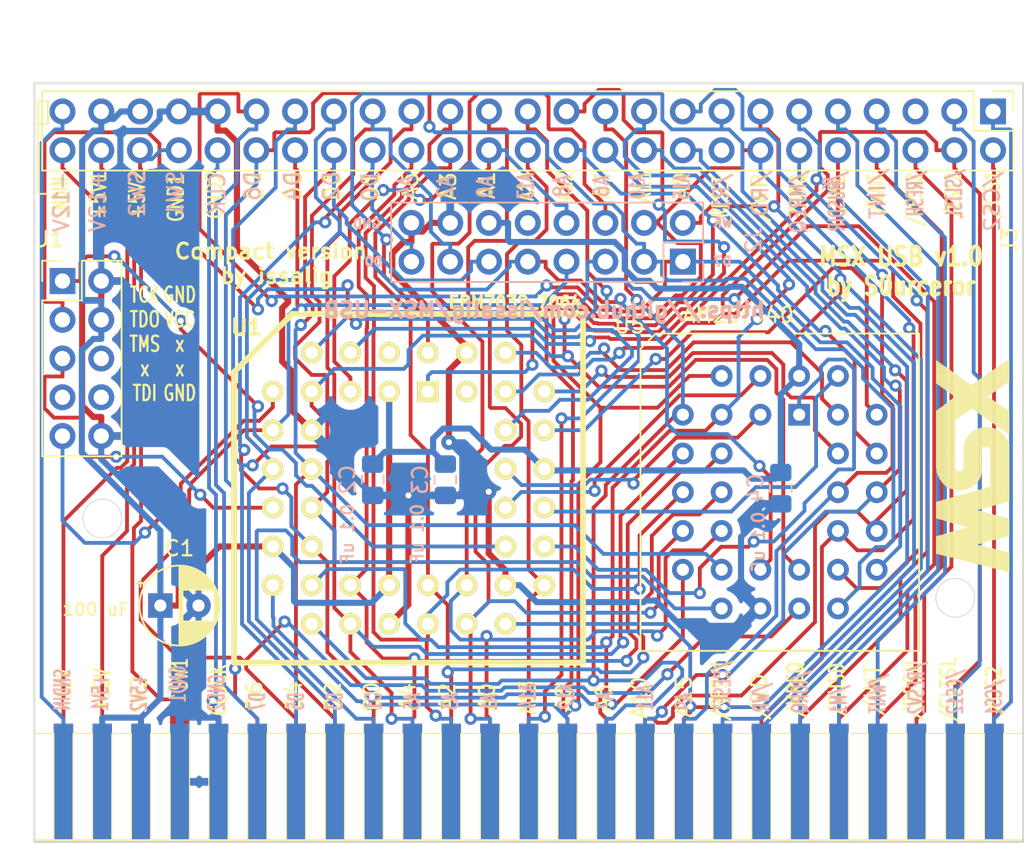
<source format=kicad_pcb>
(kicad_pcb (version 20171130) (host pcbnew 5.1.5+dfsg1-2build2)
  (layers (0 F.Cu signal) (31 B.Cu signal hide) (34 B.Paste user hide) (35 F.Paste user hide) (36 B.SilkS user) (37 F.SilkS user) (38 B.Mask user hide) (39 F.Mask user hide) (44 Edge.Cuts user))
  (net 0 "")
  (net 1 VCC)
  (net 2 GND)
  (net 3 IORQ_)
  (net 4 WR_)
  (net 5 A9)
  (net 6 A11)
  (net 7 A7)
  (net 8 A12)
  (net 9 A1)
  (net 10 A3)
  (net 11 A5)
  (net 12 D1)
  (net 13 D3)
  (net 14 D5)
  (net 15 D7)
  (net 16 D6)
  (net 17 D4)
  (net 18 D2)
  (net 19 D0)
  (net 20 A4)
  (net 21 A2)
  (net 22 A0)
  (net 23 A13)
  (net 24 A8)
  (net 25 A6)
  (net 26 A10)
  (net 27 A15)
  (net 28 RD_)
  (net 29 BUSDIR_)
  (net 30 SLTSL_)
  (net 31 CS_)
  (net 32 "Net-(J2-Pad10)")
  (net 33 "Net-(EDG1-Pad/RESV1)")
  (net 34 "Net-(EDG1-Pad/RESV2)")
  (net 35 TCK)
  (net 36 TDO)
  (net 37 TMS)
  (net 38 "Net-(J1-Pad6)")
  (net 39 "Net-(J1-Pad8)")
  (net 40 TDI)
  (net 41 MA17)
  (net 42 MA18)
  (net 43 MA15)
  (net 44 MA16)
  (net 45 MA14)
  (net 46 MA13)
  (net 47 RESET_)
  (net 48 "Net-(U1-Pad43)")
  (net 49 "Net-(U1-Pad2)")
  (net 50 "Net-(J1-Pad7)")
  (net 51 "Net-(J3-Pad16)")
  (net 52 "Net-(J3-Pad5)")
  (net 53 +12V)
  (net 54 -12V)
  (net 55 CS1)
  (net 56 CS2)
  (net 57 CS12)
  (net 58 INT)
  (net 59 M1)
  (net 60 RFSH)
  (net 61 WAIT)
  (net 62 A14)
  (net 63 CLOCK)
  (net 64 SOUNDIN)
  (net 65 SW1)
  (net 66 MREQ)
  (module Connector_PinHeader_2.54mm:PinHeader_2x25_P2.54mm_Vertical (layer F.Cu) (at 675.576 -710.502 270)
    (fp_text reference J3 (at 8.446 -1.08 90) (layer F.SilkS))
    (fp_text value Conn_02x25_Odd_Even)
    (pad 50 thru_hole oval (at 2.54 60.96 270) (size 1.7 1.7) (drill 1) (layers *.Cu *.Mask) (net 54 -12V))
    (pad 49 thru_hole oval (at 0 60.96 270) (size 1.7 1.7) (drill 1) (layers *.Cu *.Mask) (net 64 SOUNDIN))
    (pad 48 thru_hole oval (at 2.54 58.42 270) (size 1.7 1.7) (drill 1) (layers *.Cu *.Mask) (net 53 +12V))
    (pad 47 thru_hole oval (at 0 58.42 270) (size 1.7 1.7) (drill 1) (layers *.Cu *.Mask) (net 1 VCC))
    (pad 46 thru_hole oval (at 2.54 55.88 270) (size 1.7 1.7) (drill 1) (layers *.Cu *.Mask) (net 65 SW1))
    (pad 45 thru_hole oval (at 0 55.88 270) (size 1.7 1.7) (drill 1) (layers *.Cu *.Mask) (net 1 VCC))
    (pad 44 thru_hole oval (at 2.54 53.34 270) (size 1.7 1.7) (drill 1) (layers *.Cu *.Mask) (net 65 SW1))
    (pad 43 thru_hole oval (at 0 53.34 270) (size 1.7 1.7) (drill 1) (layers *.Cu *.Mask) (net 2 GND))
    (pad 42 thru_hole oval (at 2.54 50.8 270) (size 1.7 1.7) (drill 1) (layers *.Cu *.Mask) (net 63 CLOCK))
    (pad 41 thru_hole oval (at 0 50.8 270) (size 1.7 1.7) (drill 1) (layers *.Cu *.Mask) (net 2 GND))
    (pad 40 thru_hole oval (at 2.54 48.26 270) (size 1.7 1.7) (drill 1) (layers *.Cu *.Mask) (net 16 D6))
    (pad 39 thru_hole oval (at 0 48.26 270) (size 1.7 1.7) (drill 1) (layers *.Cu *.Mask) (net 15 D7))
    (pad 38 thru_hole oval (at 2.54 45.72 270) (size 1.7 1.7) (drill 1) (layers *.Cu *.Mask) (net 17 D4))
    (pad 37 thru_hole oval (at 0 45.72 270) (size 1.7 1.7) (drill 1) (layers *.Cu *.Mask) (net 14 D5))
    (pad 36 thru_hole oval (at 2.54 43.18 270) (size 1.7 1.7) (drill 1) (layers *.Cu *.Mask) (net 18 D2))
    (pad 35 thru_hole oval (at 0 43.18 270) (size 1.7 1.7) (drill 1) (layers *.Cu *.Mask) (net 13 D3))
    (pad 34 thru_hole oval (at 2.54 40.64 270) (size 1.7 1.7) (drill 1) (layers *.Cu *.Mask) (net 19 D0))
    (pad 33 thru_hole oval (at 0 40.64 270) (size 1.7 1.7) (drill 1) (layers *.Cu *.Mask) (net 12 D1))
    (pad 32 thru_hole oval (at 2.54 38.1 270) (size 1.7 1.7) (drill 1) (layers *.Cu *.Mask) (net 20 A4))
    (pad 31 thru_hole oval (at 0 38.1 270) (size 1.7 1.7) (drill 1) (layers *.Cu *.Mask) (net 11 A5))
    (pad 30 thru_hole oval (at 2.54 35.56 270) (size 1.7 1.7) (drill 1) (layers *.Cu *.Mask) (net 21 A2))
    (pad 29 thru_hole oval (at 0 35.56 270) (size 1.7 1.7) (drill 1) (layers *.Cu *.Mask) (net 10 A3))
    (pad 28 thru_hole oval (at 2.54 33.02 270) (size 1.7 1.7) (drill 1) (layers *.Cu *.Mask) (net 22 A0))
    (pad 27 thru_hole oval (at 0 33.02 270) (size 1.7 1.7) (drill 1) (layers *.Cu *.Mask) (net 9 A1))
    (pad 26 thru_hole oval (at 2.54 30.48 270) (size 1.7 1.7) (drill 1) (layers *.Cu *.Mask) (net 23 A13))
    (pad 25 thru_hole oval (at 0 30.48 270) (size 1.7 1.7) (drill 1) (layers *.Cu *.Mask) (net 62 A14))
    (pad 24 thru_hole oval (at 2.54 27.94 270) (size 1.7 1.7) (drill 1) (layers *.Cu *.Mask) (net 24 A8))
    (pad 23 thru_hole oval (at 0 27.94 270) (size 1.7 1.7) (drill 1) (layers *.Cu *.Mask) (net 8 A12))
    (pad 22 thru_hole oval (at 2.54 25.4 270) (size 1.7 1.7) (drill 1) (layers *.Cu *.Mask) (net 25 A6))
    (pad 21 thru_hole oval (at 0 25.4 270) (size 1.7 1.7) (drill 1) (layers *.Cu *.Mask) (net 7 A7))
    (pad 20 thru_hole oval (at 2.54 22.86 270) (size 1.7 1.7) (drill 1) (layers *.Cu *.Mask) (net 26 A10))
    (pad 19 thru_hole oval (at 0 22.86 270) (size 1.7 1.7) (drill 1) (layers *.Cu *.Mask) (net 6 A11))
    (pad 18 thru_hole oval (at 2.54 20.32 270) (size 1.7 1.7) (drill 1) (layers *.Cu *.Mask) (net 27 A15))
    (pad 17 thru_hole oval (at 0 20.32 270) (size 1.7 1.7) (drill 1) (layers *.Cu *.Mask) (net 5 A9))
    (pad 16 thru_hole oval (at 2.54 17.78 270) (size 1.7 1.7) (drill 1) (layers *.Cu *.Mask) (net 51 "Net-(J3-Pad16)"))
    (pad 15 thru_hole oval (at 0 17.78 270) (size 1.7 1.7) (drill 1) (layers *.Cu *.Mask) (net 47 RESET_))
    (pad 14 thru_hole oval (at 2.54 15.24 270) (size 1.7 1.7) (drill 1) (layers *.Cu *.Mask) (net 28 RD_))
    (pad 13 thru_hole oval (at 0 15.24 270) (size 1.7 1.7) (drill 1) (layers *.Cu *.Mask) (net 4 WR_))
    (pad 12 thru_hole oval (at 2.54 12.7 270) (size 1.7 1.7) (drill 1) (layers *.Cu *.Mask) (net 66 MREQ))
    (pad 11 thru_hole oval (at 0 12.7 270) (size 1.7 1.7) (drill 1) (layers *.Cu *.Mask) (net 3 IORQ_))
    (pad 10 thru_hole oval (at 2.54 10.16 270) (size 1.7 1.7) (drill 1) (layers *.Cu *.Mask) (net 29 BUSDIR_))
    (pad 9 thru_hole oval (at 0 10.16 270) (size 1.7 1.7) (drill 1) (layers *.Cu *.Mask) (net 59 M1))
    (pad 8 thru_hole oval (at 2.54 7.62 270) (size 1.7 1.7) (drill 1) (layers *.Cu *.Mask) (net 58 INT))
    (pad 7 thru_hole oval (at 0 7.62 270) (size 1.7 1.7) (drill 1) (layers *.Cu *.Mask) (net 61 WAIT))
    (pad 6 thru_hole oval (at 2.54 5.08 270) (size 1.7 1.7) (drill 1) (layers *.Cu *.Mask) (net 60 RFSH))
    (pad 5 thru_hole oval (at 0 5.08 270) (size 1.7 1.7) (drill 1) (layers *.Cu *.Mask) (net 52 "Net-(J3-Pad5)"))
    (pad 4 thru_hole oval (at 2.54 2.54 270) (size 1.7 1.7) (drill 1) (layers *.Cu *.Mask) (net 30 SLTSL_))
    (pad 3 thru_hole oval (at 0 2.54 270) (size 1.7 1.7) (drill 1) (layers *.Cu *.Mask) (net 57 CS12))
    (pad 2 thru_hole oval (at 2.54 0 270) (size 1.7 1.7) (drill 1) (layers *.Cu *.Mask) (net 56 CS2))
    (pad 1 thru_hole rect (at 0 0 270) (size 1.7 1.7) (drill 1) (layers *.Cu *.Mask) (net 55 CS1))
  )
  (module msx-usb-kicad-cpld:LOGO_MSX (layer F.Cu) (at 670.941 -679.2595 90)
    (fp_text reference LOGO_MSX hide)
    (fp_text value "" (at 0 0 90) (layer F.SilkS) (effects (font (size 1.27 1.27))))
  )
  (module Capacitor_THT:CP_Radial_D5.0mm_P2.50mm (layer F.Cu) (at 621.03 -678.116)
    (fp_text reference C1 (at 1.25 -3.75) (layer F.SilkS))
    (fp_text value "100 uF")
    (pad 2 thru_hole circle (at 2.5 0) (size 1.6 1.6) (drill 0.8) (layers *.Cu *.Mask) (net 2 GND))
    (pad 1 thru_hole rect (at 0 0) (size 1.6 1.6) (drill 0.8) (layers *.Cu *.Mask) (net 1 VCC))
  )
  (module msx-usb-kicad-cpld:PLCC-32_THT-Socket (layer F.Cu) (at 662.876 -690.626)
    (fp_text reference U5 (at -11.112 -5.842) (layer F.SilkS))
    (fp_text value AM29f040 (at -4 -6.5405 180) (layer F.SilkS))
    (pad 29 thru_hole circle (at 5.08 0) (size 1.4224 1.4224) (drill 0.8) (layers *.Cu *.Mask) (net 45 MA14))
    (pad 27 thru_hole circle (at 5.08 2.54) (size 1.4224 1.4224) (drill 0.8) (layers *.Cu *.Mask) (net 24 A8))
    (pad 25 thru_hole circle (at 5.08 5.08) (size 1.4224 1.4224) (drill 0.8) (layers *.Cu *.Mask) (net 6 A11))
    (pad 23 thru_hole circle (at 5.08 7.62) (size 1.4224 1.4224) (drill 0.8) (layers *.Cu *.Mask) (net 26 A10))
    (pad 28 thru_hole circle (at 2.54 2.54) (size 1.4224 1.4224) (drill 0.8) (layers *.Cu *.Mask) (net 46 MA13))
    (pad 26 thru_hole circle (at 2.54 5.08) (size 1.4224 1.4224) (drill 0.8) (layers *.Cu *.Mask) (net 5 A9))
    (pad 24 thru_hole circle (at 2.54 7.62) (size 1.4224 1.4224) (drill 0.8) (layers *.Cu *.Mask) (net 28 RD_))
    (pad 22 thru_hole circle (at 2.54 10.16) (size 1.4224 1.4224) (drill 0.8) (layers *.Cu *.Mask) (net 30 SLTSL_))
    (pad 20 thru_hole circle (at 2.54 12.7) (size 1.4224 1.4224) (drill 0.8) (layers *.Cu *.Mask) (net 16 D6))
    (pad 18 thru_hole circle (at 0 12.7) (size 1.4224 1.4224) (drill 0.8) (layers *.Cu *.Mask) (net 17 D4))
    (pad 16 thru_hole circle (at -2.54 12.7) (size 1.4224 1.4224) (drill 0.8) (layers *.Cu *.Mask) (net 2 GND))
    (pad 14 thru_hole circle (at -5.08 12.7) (size 1.4224 1.4224) (drill 0.8) (layers *.Cu *.Mask) (net 12 D1))
    (pad 21 thru_hole circle (at 5.08 10.16) (size 1.4224 1.4224) (drill 0.8) (layers *.Cu *.Mask) (net 15 D7))
    (pad 19 thru_hole circle (at 0 10.16) (size 1.4224 1.4224) (drill 0.8) (layers *.Cu *.Mask) (net 14 D5))
    (pad 17 thru_hole circle (at -2.54 10.16) (size 1.4224 1.4224) (drill 0.8) (layers *.Cu *.Mask) (net 13 D3))
    (pad 15 thru_hole circle (at -5.08 10.16) (size 1.4224 1.4224) (drill 0.8) (layers *.Cu *.Mask) (net 18 D2))
    (pad 13 thru_hole circle (at -7.62 10.16) (size 1.4224 1.4224) (drill 0.8) (layers *.Cu *.Mask) (net 19 D0))
    (pad 11 thru_hole circle (at -7.62 7.62) (size 1.4224 1.4224) (drill 0.8) (layers *.Cu *.Mask) (net 9 A1))
    (pad 9 thru_hole circle (at -7.62 5.08) (size 1.4224 1.4224) (drill 0.8) (layers *.Cu *.Mask) (net 10 A3))
    (pad 7 thru_hole circle (at -7.62 2.54) (size 1.4224 1.4224) (drill 0.8) (layers *.Cu *.Mask) (net 11 A5))
    (pad 5 thru_hole circle (at -7.62 0) (size 1.4224 1.4224) (drill 0.8) (layers *.Cu *.Mask) (net 7 A7))
    (pad 12 thru_hole circle (at -5.08 7.62) (size 1.4224 1.4224) (drill 0.8) (layers *.Cu *.Mask) (net 22 A0))
    (pad 10 thru_hole circle (at -5.08 5.08) (size 1.4224 1.4224) (drill 0.8) (layers *.Cu *.Mask) (net 21 A2))
    (pad 8 thru_hole circle (at -5.08 2.54) (size 1.4224 1.4224) (drill 0.8) (layers *.Cu *.Mask) (net 20 A4))
    (pad 6 thru_hole circle (at -5.08 0) (size 1.4224 1.4224) (drill 0.8) (layers *.Cu *.Mask) (net 25 A6))
    (pad 30 thru_hole circle (at 2.54 -2.54) (size 1.4224 1.4224) (drill 0.8) (layers *.Cu *.Mask) (net 41 MA17))
    (pad 32 thru_hole circle (at 0 -2.54) (size 1.4224 1.4224) (drill 0.8) (layers *.Cu *.Mask) (net 1 VCC))
    (pad 4 thru_hole circle (at -5.08 -2.54) (size 1.4224 1.4224) (drill 0.8) (layers *.Cu *.Mask) (net 8 A12))
    (pad 2 thru_hole circle (at -2.54 -2.54) (size 1.4224 1.4224) (drill 0.8) (layers *.Cu *.Mask) (net 44 MA16))
    (pad 31 thru_hole circle (at 2.54 0) (size 1.4224 1.4224) (drill 0.8) (layers *.Cu *.Mask) (net 4 WR_))
    (pad 3 thru_hole circle (at -2.54 0) (size 1.4224 1.4224) (drill 0.8) (layers *.Cu *.Mask) (net 43 MA15))
    (pad 1 thru_hole rect (at 0 0) (size 1.4224 1.4224) (drill 0.8) (layers *.Cu *.Mask) (net 42 MA18))
  )
  (module msx-usb-kicad-cpld:PLCC44 (layer F.Cu) (at 637.286 -685.8 270)
    (fp_text reference U1 (at -10.541 10.6045 180) (layer F.SilkS) (effects (font (thickness 0.25))))
    (fp_text value EPM7032_7064 (at -12.192 -6.985) (layer F.SilkS) (effects (font (size 0.762 0.762) (thickness 0.1905))))
    (pad 44 thru_hole circle (at -8.89 -1.27 270) (size 1.397 1.397) (drill 0.8128) (layers *.Cu *.Mask F.SilkS) (net 47 RESET_))
    (pad 43 thru_hole circle (at -6.35 -3.81 270) (size 1.397 1.397) (drill 0.8128) (layers *.Cu *.Mask F.SilkS) (net 48 "Net-(U1-Pad43)"))
    (pad 42 thru_hole circle (at -8.89 -3.81 270) (size 1.397 1.397) (drill 0.8128) (layers *.Cu *.Mask F.SilkS) (net 2 GND))
    (pad 41 thru_hole circle (at -6.35 -6.35 270) (size 1.397 1.397) (drill 0.8128) (layers *.Cu *.Mask F.SilkS) (net 30 SLTSL_))
    (pad 40 thru_hole circle (at -8.89 -6.35 270) (size 1.397 1.397) (drill 0.8128) (layers *.Cu *.Mask F.SilkS) (net 4 WR_))
    (pad 39 thru_hole circle (at -6.35 -8.89 270) (size 1.397 1.397) (drill 0.8128) (layers *.Cu *.Mask F.SilkS) (net 46 MA13))
    (pad 38 thru_hole circle (at -3.81 -6.35 270) (size 1.397 1.397) (drill 0.8128) (layers *.Cu *.Mask F.SilkS) (net 36 TDO))
    (pad 37 thru_hole circle (at -3.81 -8.89 270) (size 1.397 1.397) (drill 0.8128) (layers *.Cu *.Mask F.SilkS) (net 45 MA14))
    (pad 36 thru_hole circle (at -1.27 -6.35 270) (size 1.397 1.397) (drill 0.8128) (layers *.Cu *.Mask F.SilkS) (net 43 MA15))
    (pad 35 thru_hole circle (at -1.27 -8.89 270) (size 1.397 1.397) (drill 0.8128) (layers *.Cu *.Mask F.SilkS) (net 1 VCC))
    (pad 34 thru_hole circle (at 1.27 -6.35 270) (size 1.397 1.397) (drill 0.8128) (layers *.Cu *.Mask F.SilkS) (net 44 MA16))
    (pad 33 thru_hole circle (at 1.27 -8.89 270) (size 1.397 1.397) (drill 0.8128) (layers *.Cu *.Mask F.SilkS) (net 41 MA17))
    (pad 32 thru_hole circle (at 3.81 -6.35 270) (size 1.397 1.397) (drill 0.8128) (layers *.Cu *.Mask F.SilkS) (net 35 TCK))
    (pad 31 thru_hole circle (at 3.81 -8.89 270) (size 1.397 1.397) (drill 0.8128) (layers *.Cu *.Mask F.SilkS) (net 42 MA18))
    (pad 30 thru_hole circle (at 6.35 -6.35 270) (size 1.397 1.397) (drill 0.8128) (layers *.Cu *.Mask F.SilkS) (net 2 GND))
    (pad 29 thru_hole circle (at 6.35 -8.89 270) (size 1.397 1.397) (drill 0.8128) (layers *.Cu *.Mask F.SilkS) (net 23 A13))
    (pad 28 thru_hole circle (at 8.89 -6.35 270) (size 1.397 1.397) (drill 0.8128) (layers *.Cu *.Mask F.SilkS) (net 27 A15))
    (pad 27 thru_hole circle (at 6.35 -3.81 270) (size 1.397 1.397) (drill 0.8128) (layers *.Cu *.Mask F.SilkS) (net 22 A0))
    (pad 26 thru_hole circle (at 8.89 -3.81 270) (size 1.397 1.397) (drill 0.8128) (layers *.Cu *.Mask F.SilkS) (net 9 A1))
    (pad 25 thru_hole circle (at 6.35 -1.27 270) (size 1.397 1.397) (drill 0.8128) (layers *.Cu *.Mask F.SilkS) (net 21 A2))
    (pad 24 thru_hole circle (at 8.89 -1.27 270) (size 1.397 1.397) (drill 0.8128) (layers *.Cu *.Mask F.SilkS) (net 10 A3))
    (pad 23 thru_hole circle (at 6.35 1.27 270) (size 1.397 1.397) (drill 0.8128) (layers *.Cu *.Mask F.SilkS) (net 1 VCC))
    (pad 22 thru_hole circle (at 8.89 1.27 270) (size 1.397 1.397) (drill 0.8128) (layers *.Cu *.Mask F.SilkS) (net 2 GND))
    (pad 21 thru_hole circle (at 6.35 3.81 270) (size 1.397 1.397) (drill 0.8128) (layers *.Cu *.Mask F.SilkS) (net 20 A4))
    (pad 20 thru_hole circle (at 8.89 3.81 270) (size 1.397 1.397) (drill 0.8128) (layers *.Cu *.Mask F.SilkS) (net 11 A5))
    (pad 19 thru_hole circle (at 6.35 6.35 270) (size 1.397 1.397) (drill 0.8128) (layers *.Cu *.Mask F.SilkS) (net 25 A6))
    (pad 18 thru_hole circle (at 8.89 6.35 270) (size 1.397 1.397) (drill 0.8128) (layers *.Cu *.Mask F.SilkS) (net 7 A7))
    (pad 17 thru_hole circle (at 6.35 8.89 270) (size 1.397 1.397) (drill 0.8128) (layers *.Cu *.Mask F.SilkS) (net 8 A12))
    (pad 16 thru_hole circle (at 3.81 6.35 270) (size 1.397 1.397) (drill 0.8128) (layers *.Cu *.Mask F.SilkS) (net 19 D0))
    (pad 15 thru_hole circle (at 3.81 8.89 270) (size 1.397 1.397) (drill 0.8128) (layers *.Cu *.Mask F.SilkS) (net 1 VCC))
    (pad 14 thru_hole circle (at 1.27 6.35 270) (size 1.397 1.397) (drill 0.8128) (layers *.Cu *.Mask F.SilkS) (net 12 D1))
    (pad 13 thru_hole circle (at 1.27 8.89 270) (size 1.397 1.397) (drill 0.8128) (layers *.Cu *.Mask F.SilkS) (net 37 TMS))
    (pad 12 thru_hole circle (at -1.27 6.35 270) (size 1.397 1.397) (drill 0.8128) (layers *.Cu *.Mask F.SilkS) (net 18 D2))
    (pad 11 thru_hole circle (at -1.27 8.89 270) (size 1.397 1.397) (drill 0.8128) (layers *.Cu *.Mask F.SilkS) (net 13 D3))
    (pad 10 thru_hole circle (at -3.81 6.35 270) (size 1.397 1.397) (drill 0.8128) (layers *.Cu *.Mask F.SilkS) (net 2 GND))
    (pad 9 thru_hole circle (at -3.81 8.89 270) (size 1.397 1.397) (drill 0.8128) (layers *.Cu *.Mask F.SilkS) (net 17 D4))
    (pad 8 thru_hole circle (at -6.35 6.35 270) (size 1.397 1.397) (drill 0.8128) (layers *.Cu *.Mask F.SilkS) (net 14 D5))
    (pad 7 thru_hole circle (at -6.35 8.89 270) (size 1.397 1.397) (drill 0.8128) (layers *.Cu *.Mask F.SilkS) (net 40 TDI))
    (pad 6 thru_hole circle (at -8.89 6.35 270) (size 1.397 1.397) (drill 0.8128) (layers *.Cu *.Mask F.SilkS) (net 29 BUSDIR_))
    (pad 5 thru_hole circle (at -6.35 3.81 270) (size 1.397 1.397) (drill 0.8128) (layers *.Cu *.Mask F.SilkS) (net 31 CS_))
    (pad 4 thru_hole circle (at -8.89 3.81 270) (size 1.397 1.397) (drill 0.8128) (layers *.Cu *.Mask F.SilkS) (net 3 IORQ_))
    (pad 3 thru_hole circle (at -6.35 1.27 270) (size 1.397 1.397) (drill 0.8128) (layers *.Cu *.Mask F.SilkS) (net 1 VCC))
    (pad 2 thru_hole circle (at -8.89 1.27 270) (size 1.397 1.397) (drill 0.8128) (layers *.Cu *.Mask F.SilkS) (net 49 "Net-(U1-Pad2)"))
    (pad 1 thru_hole rect (at -6.35 -1.27 270) (size 1.397 1.397) (drill 0.8128) (layers *.Cu *.Mask F.SilkS) (net 28 RD_))
  )
  (module msx-usb-kicad-cpld:PinHeader_2x08_P2.54mm_Vertical (layer B.Cu) (at 655.256 -700.659 90)
    (fp_text reference J2 (at 1.397 4.636 270) (layer B.SilkS) (effects (justify mirror)))
    (fp_text value Conn_02x08_Odd_Even)
    (pad 1 thru_hole rect (at 0 0 90) (size 1.7 1.7) (drill 1) (layers *.Cu *.Mask) (net 15 D7))
    (pad 2 thru_hole oval (at 2.54 0 90) (size 1.7 1.7) (drill 1) (layers *.Cu *.Mask) (net 4 WR_))
    (pad 3 thru_hole oval (at 0 -2.54 90) (size 1.7 1.7) (drill 1) (layers *.Cu *.Mask) (net 16 D6))
    (pad 4 thru_hole oval (at 2.54 -2.54 90) (size 1.7 1.7) (drill 1) (layers *.Cu *.Mask) (net 28 RD_))
    (pad 5 thru_hole oval (at 0 -5.08 90) (size 1.7 1.7) (drill 1) (layers *.Cu *.Mask) (net 14 D5))
    (pad 6 thru_hole oval (at 2.54 -5.08 90) (size 1.7 1.7) (drill 1) (layers *.Cu *.Mask) (net 31 CS_))
    (pad 7 thru_hole oval (at 0 -7.62 90) (size 1.7 1.7) (drill 1) (layers *.Cu *.Mask) (net 17 D4))
    (pad 8 thru_hole oval (at 2.54 -7.62 90) (size 1.7 1.7) (drill 1) (layers *.Cu *.Mask) (net 22 A0))
    (pad 9 thru_hole oval (at 0 -10.16 90) (size 1.7 1.7) (drill 1) (layers *.Cu *.Mask) (net 13 D3))
    (pad 10 thru_hole oval (at 2.54 -10.16 90) (size 1.7 1.7) (drill 1) (layers *.Cu *.Mask) (net 32 "Net-(J2-Pad10)"))
    (pad 11 thru_hole oval (at 0 -12.7 90) (size 1.7 1.7) (drill 1) (layers *.Cu *.Mask) (net 18 D2))
    (pad 12 thru_hole oval (at 2.54 -12.7 90) (size 1.7 1.7) (drill 1) (layers *.Cu *.Mask) (net 1 VCC))
    (pad 13 thru_hole oval (at 0 -15.24 90) (size 1.7 1.7) (drill 1) (layers *.Cu *.Mask) (net 12 D1))
    (pad 14 thru_hole oval (at 2.54 -15.24 90) (size 1.7 1.7) (drill 1) (layers *.Cu *.Mask) (net 2 GND))
    (pad 15 thru_hole oval (at 0 -17.78 90) (size 1.7 1.7) (drill 1) (layers *.Cu *.Mask) (net 19 D0))
    (pad 16 thru_hole oval (at 2.54 -17.78 90) (size 1.7 1.7) (drill 1) (layers *.Cu *.Mask) (net 2 GND))
  )
  (module msx-usb-kicad-cpld:PinHeader_2x05_P2.54mm_Vertical (layer F.Cu) (at 614.616 -699.389)
    (fp_text reference J1 (at -0.762 -2.7305) (layer F.SilkS))
    (fp_text value AVR-JTAG-10)
    (pad 1 thru_hole rect (at 0 0) (size 1.7 1.7) (drill 1) (layers *.Cu *.Mask) (net 35 TCK))
    (pad 2 thru_hole oval (at 2.54 0) (size 1.7 1.7) (drill 1) (layers *.Cu *.Mask) (net 2 GND))
    (pad 3 thru_hole oval (at 0 2.54) (size 1.7 1.7) (drill 1) (layers *.Cu *.Mask) (net 36 TDO))
    (pad 4 thru_hole oval (at 2.54 2.54) (size 1.7 1.7) (drill 1) (layers *.Cu *.Mask) (net 1 VCC))
    (pad 5 thru_hole oval (at 0 5.08) (size 1.7 1.7) (drill 1) (layers *.Cu *.Mask) (net 37 TMS))
    (pad 6 thru_hole oval (at 2.54 5.08) (size 1.7 1.7) (drill 1) (layers *.Cu *.Mask) (net 38 "Net-(J1-Pad6)"))
    (pad 7 thru_hole oval (at 0 7.62) (size 1.7 1.7) (drill 1) (layers *.Cu *.Mask) (net 50 "Net-(J1-Pad7)"))
    (pad 8 thru_hole oval (at 2.54 7.62) (size 1.7 1.7) (drill 1) (layers *.Cu *.Mask) (net 39 "Net-(J1-Pad8)"))
    (pad 9 thru_hole oval (at 0 10.16) (size 1.7 1.7) (drill 1) (layers *.Cu *.Mask) (net 40 TDI))
    (pad 10 thru_hole oval (at 2.54 10.16) (size 1.7 1.7) (drill 1) (layers *.Cu *.Mask) (net 2 GND))
  )
  (module msx-usb-kicad-cpld:msx-con-MSXCART (layer F.Cu) (at 641.35 -703.39)
    (fp_text reference EDG1 hide)
    (fp_text value MSX_CON hide)
    (pad +5V1 smd rect (at -24.13 36.83) (size 1.27 7.62) (layers B.Cu B.Mask) (net 1 VCC))
    (pad +5V2 smd rect (at -21.59 36.83) (size 1.27 7.62) (layers B.Cu B.Mask) (net 1 VCC))
    (pad +12V smd rect (at -24.13 36.83) (size 1.27 7.62) (layers F.Cu F.Paste F.Mask) (net 53 +12V))
    (pad -12V smd rect (at -26.67 36.83) (size 1.27 7.62) (layers F.Cu F.Paste F.Mask) (net 54 -12V))
    (pad /BUSDIR smd rect (at 24.13 36.83) (size 1.27 7.62) (layers F.Cu F.Paste F.Mask) (net 29 BUSDIR_))
    (pad /CS1 smd rect (at 34.29 36.83) (size 1.27 7.62) (layers B.Cu B.Mask) (net 55 CS1))
    (pad /CS2 smd rect (at 34.29 36.83) (size 1.27 7.62) (layers F.Cu F.Paste F.Mask) (net 56 CS2))
    (pad /CS12 smd rect (at 31.75 36.83) (size 1.27 7.62) (layers B.Cu B.Mask) (net 57 CS12))
    (pad /INT smd rect (at 26.67 36.83) (size 1.27 7.62) (layers F.Cu F.Paste F.Mask) (net 58 INT))
    (pad /IORQ smd rect (at 21.59 36.83) (size 1.27 7.62) (layers B.Cu B.Mask) (net 3 IORQ_))
    (pad /M1 smd rect (at 24.13 36.83) (size 1.27 7.62) (layers B.Cu B.Mask) (net 59 M1))
    (pad /MREQ smd rect (at 21.59 36.83) (size 1.27 7.62) (layers F.Cu F.Paste F.Mask) (net 66 MREQ))
    (pad /RD smd rect (at 19.05 36.83) (size 1.27 7.62) (layers F.Cu F.Paste F.Mask) (net 28 RD_))
    (pad /RESET smd rect (at 16.51 36.83) (size 1.27 7.62) (layers B.Cu B.Mask) (net 47 RESET_))
    (pad /RESV1 smd rect (at 16.51 36.83) (size 1.27 7.62) (layers F.Cu F.Paste F.Mask) (net 33 "Net-(EDG1-Pad/RESV1)"))
    (pad /RESV2 smd rect (at 29.21 36.83) (size 1.27 7.62) (layers B.Cu B.Mask) (net 34 "Net-(EDG1-Pad/RESV2)"))
    (pad /RFSH smd rect (at 29.21 36.83) (size 1.27 7.62) (layers F.Cu F.Paste F.Mask) (net 60 RFSH))
    (pad /SLTSL smd rect (at 31.75 36.83) (size 1.27 7.62) (layers F.Cu F.Paste F.Mask) (net 30 SLTSL_))
    (pad /WAIT smd rect (at 26.67 36.83) (size 1.27 7.62) (layers B.Cu B.Mask) (net 61 WAIT))
    (pad /WR smd rect (at 19.05 36.83) (size 1.27 7.62) (layers B.Cu B.Mask) (net 4 WR_))
    (pad A0 smd rect (at 1.27 36.83) (size 1.27 7.62) (layers F.Cu F.Paste F.Mask) (net 22 A0))
    (pad A1 smd rect (at 1.27 36.83) (size 1.27 7.62) (layers B.Cu B.Mask) (net 9 A1))
    (pad A2 smd rect (at -1.27 36.83) (size 1.27 7.62) (layers F.Cu F.Paste F.Mask) (net 21 A2))
    (pad A3 smd rect (at -1.27 36.83) (size 1.27 7.62) (layers B.Cu B.Mask) (net 10 A3))
    (pad A4 smd rect (at -3.81 36.83) (size 1.27 7.62) (layers F.Cu F.Paste F.Mask) (net 20 A4))
    (pad A5 smd rect (at -3.81 36.83) (size 1.27 7.62) (layers B.Cu B.Mask) (net 11 A5))
    (pad A6 smd rect (at 8.89 36.83) (size 1.27 7.62) (layers F.Cu F.Paste F.Mask) (net 25 A6))
    (pad A7 smd rect (at 8.89 36.83) (size 1.27 7.62) (layers B.Cu B.Mask) (net 7 A7))
    (pad A8 smd rect (at 6.35 36.83) (size 1.27 7.62) (layers F.Cu F.Paste F.Mask) (net 24 A8))
    (pad A9 smd rect (at 13.97 36.83) (size 1.27 7.62) (layers B.Cu B.Mask) (net 5 A9))
    (pad A10 smd rect (at 11.43 36.83) (size 1.27 7.62) (layers F.Cu F.Paste F.Mask) (net 26 A10))
    (pad A11 smd rect (at 11.43 36.83) (size 1.27 7.62) (layers B.Cu B.Mask) (net 6 A11))
    (pad A12 smd rect (at 6.35 36.83) (size 1.27 7.62) (layers B.Cu B.Mask) (net 8 A12))
    (pad A13 smd rect (at 3.81 36.83) (size 1.27 7.62) (layers F.Cu F.Paste F.Mask) (net 23 A13))
    (pad A14 smd rect (at 3.81 36.83) (size 1.27 7.62) (layers B.Cu B.Mask) (net 62 A14))
    (pad A15 smd rect (at 13.97 36.83) (size 1.27 7.62) (layers F.Cu F.Paste F.Mask) (net 27 A15))
    (pad CLOCK smd rect (at -16.51 36.83) (size 1.27 7.62) (layers F.Cu F.Paste F.Mask) (net 63 CLOCK))
    (pad D0 smd rect (at -6.35 36.83) (size 1.27 7.62) (layers F.Cu F.Paste F.Mask) (net 19 D0))
    (pad D1 smd rect (at -6.35 36.83) (size 1.27 7.62) (layers B.Cu B.Mask) (net 12 D1))
    (pad D2 smd rect (at -8.89 36.83) (size 1.27 7.62) (layers F.Cu F.Paste F.Mask) (net 18 D2))
    (pad D3 smd rect (at -8.89 36.83) (size 1.27 7.62) (layers B.Cu B.Mask) (net 13 D3))
    (pad D4 smd rect (at -11.43 36.83) (size 1.27 7.62) (layers F.Cu F.Paste F.Mask) (net 17 D4))
    (pad D5 smd rect (at -11.43 36.83) (size 1.27 7.62) (layers B.Cu B.Mask) (net 14 D5))
    (pad D6 smd rect (at -13.97 36.83) (size 1.27 7.62) (layers F.Cu F.Paste F.Mask) (net 16 D6))
    (pad D7 smd rect (at -13.97 36.83) (size 1.27 7.62) (layers B.Cu B.Mask) (net 15 D7))
    (pad GND1 smd rect (at -19.05 36.83) (size 1.27 7.62) (layers B.Cu B.Mask) (net 2 GND))
    (pad GND2 smd rect (at -16.51 36.83) (size 1.27 7.62) (layers B.Cu B.Mask) (net 2 GND))
    (pad SOUNDIN smd rect (at -26.67 36.83) (size 1.27 7.62) (layers B.Cu B.Mask) (net 64 SOUNDIN))
    (pad SW1 smd rect (at -19.05 35.56) (size 1.27 7.62) (layers F.Cu F.Paste F.Mask) (net 65 SW1))
    (pad SW2 smd rect (at -21.59 36.83) (size 1.27 7.62) (layers F.Cu F.Paste F.Mask) (net 65 SW1))
  )
  (module Capacitor_SMD:C_0805_2012Metric_Pad1.15x1.40mm_HandSolder (layer B.Cu) (at 634.936 -686.362 270)
    (fp_text reference C2 (at 0 1.65 270) (layer B.SilkS) (effects (justify mirror)))
    (fp_text value "0.1 uF")
    (pad 1 smd roundrect (at -1.025 0 270) (size 1.15 1.4) (layers B.Cu B.Paste B.Mask) (roundrect_rratio 0.217391) (net 1 VCC))
    (pad 2 smd roundrect (at 1.025 0 270) (size 1.15 1.4) (layers B.Cu B.Paste B.Mask) (roundrect_rratio 0.217391) (net 2 GND))
  )
  (module Capacitor_SMD:C_0805_2012Metric_Pad1.15x1.40mm_HandSolder (layer B.Cu) (at 639.699 -686.362 270)
    (fp_text reference C3 (at 0 1.65 270) (layer B.SilkS) (effects (justify mirror)))
    (fp_text value "0.1 uF")
    (pad 2 smd roundrect (at 1.025 0 270) (size 1.15 1.4) (layers B.Cu B.Paste B.Mask) (roundrect_rratio 0.217391) (net 2 GND))
    (pad 1 smd roundrect (at -1.025 0 270) (size 1.15 1.4) (layers B.Cu B.Paste B.Mask) (roundrect_rratio 0.217391) (net 1 VCC))
  )
  (module Capacitor_SMD:C_0805_2012Metric_Pad1.15x1.40mm_HandSolder (layer B.Cu) (at 661.67 -685.809 270)
    (fp_text reference C4 (at 0 1.65 270) (layer B.SilkS) (effects (justify mirror)))
    (fp_text value "0.1 uF")
    (pad 1 smd roundrect (at -1.025 0 270) (size 1.15 1.4) (layers B.Cu B.Paste B.Mask) (roundrect_rratio 0.217391) (net 1 VCC))
    (pad 2 smd roundrect (at 1.025 0 270) (size 1.15 1.4) (layers B.Cu B.Paste B.Mask) (roundrect_rratio 0.217391) (net 2 GND))
  )
  (gr_text "0.1 uF" (at 660.2095 -682.3075 90) (layer B.SilkS) (effects (font (size 0.8 0.8)) (justify mirror)))
  (gr_text "0.1 uF" (at 637.8575 -682.8155 90) (layer B.SilkS) (effects (font (size 0.8 0.8)) (justify mirror)))
  (gr_text "0.1 uF" (at 633.2855 -682.8155 90) (layer B.SilkS) (effects (font (size 0.8 0.8)) (justify mirror)))
  (gr_text "100 uF" (at 616.7755 -677.8625) (layer F.SilkS) (effects (font (size 0.8 0.8))))
  (gr_text https://github.com/issalig/MSX-USB (at 646.176 -697.484) (layer B.SilkS) (effects (font (size 1 1) (thickness 0.25)) (justify mirror)))
  (gr_text "MSX USB v1.0\nby S0urceror" (at 669.544 -700.024) (layer F.SilkS) (effects (font (size 1.2 1) (thickness 0.25))))
  (gr_text WR (at 664.972 -705.739) (layer B.SilkS) (effects (font (size 0.6 0.6)) (justify mirror)))
  (gr_text D0 (at 635 -700.659) (layer B.SilkS) (effects (font (size 0.6 0.6)) (justify mirror)))
  (gr_text D7 (at 657.86 -700.659) (layer B.SilkS) (effects (font (size 0.6 0.6)) (justify mirror)))
  (gr_line (start 613.664 -711.2) (end 613.664 -709.676) (layer F.SilkS) (width 0.12))
  (gr_line (start 613.029 -711.2) (end 613.029 -710.819) (layer F.SilkS) (width 0.12))
  (gr_line (start 613.664 -711.2) (end 613.029 -711.2) (layer F.SilkS) (width 0.12))
  (gr_line (start 613.029 -709.676) (end 613.664 -709.676) (layer F.SilkS) (width 0.12))
  (gr_line (start 613.029 -705.104) (end 613.029 -710.819) (layer F.SilkS) (width 0.12))
  (gr_line (start 613.664 -705.104) (end 613.029 -705.104) (layer F.SilkS) (width 0.12))
  (gr_text /CS1 (at 675.513 -705.104 90) (layer F.SilkS) (effects (font (size 1 0.8))))
  (gr_text /CS12 (at 672.973 -704.977 90) (layer F.SilkS) (effects (font (size 1 0.6))))
  (gr_text /RESV2 (at 670.433 -704.723 90) (layer F.SilkS) (effects (font (size 1 0.6))))
  (gr_text /WAIT (at 667.893 -705.104 90) (layer F.SilkS) (effects (font (size 1 0.6))))
  (gr_text /M1 (at 665.353 -705.104 90) (layer F.SilkS) (effects (font (size 1 0.8))))
  (gr_text A9 (at 655.193 -705.612 90) (layer F.SilkS) (effects (font (size 1 1))))
  (gr_text /RESET (at 657.733 -704.596 90) (layer F.SilkS) (effects (font (size 1 0.6))))
  (gr_text /WR (at 660.273 -704.85 90) (layer F.SilkS) (effects (font (size 1 1))))
  (gr_text /IORQ (at 662.813 -704.977 90) (layer F.SilkS) (effects (font (size 1 0.6))))
  (gr_text A11 (at 652.653 -705.612 90) (layer F.SilkS) (effects (font (size 1 0.8))))
  (gr_text A1 (at 642.4295 -705.6755 90) (layer F.SilkS) (effects (font (size 1 1))))
  (gr_text A14 (at 644.9695 -705.612 90) (layer F.SilkS) (effects (font (size 1 0.7))))
  (gr_text A12 (at 647.5095 -705.612 90) (layer F.SilkS) (effects (font (size 1 0.7))))
  (gr_text A7 (at 650.0495 -705.612 90) (layer F.SilkS) (effects (font (size 1 1))))
  (gr_text A3 (at 639.8895 -705.612 90) (layer F.SilkS) (effects (font (size 1 1))))
  (gr_text D5 (at 629.793 -705.612 90) (layer F.SilkS) (effects (font (size 1 1))))
  (gr_text D3 (at 632.333 -705.612 90) (layer F.SilkS) (effects (font (size 1 1))))
  (gr_text D1 (at 634.873 -705.612 90) (layer F.SilkS) (effects (font (size 1 1))))
  (gr_text A5 (at 637.413 -705.612 90) (layer F.SilkS) (effects (font (size 1 1))))
  (gr_text D7 (at 627.253 -705.612 90) (layer F.SilkS) (effects (font (size 1 1))))
  (gr_text +5V1 (at 616.966 -705.0405 90) (layer F.SilkS) (effects (font (size 1 0.8))))
  (gr_text +5V2 (at 619.506 -705.0405 90) (layer F.SilkS) (effects (font (size 1 0.8))))
  (gr_text GND1 (at 622.046 -704.85 90) (layer F.SilkS) (effects (font (size 1 0.8))))
  (gr_text GND2 (at 624.586 -705.0405 90) (layer F.SilkS) (effects (font (size 1 0.8))))
  (gr_text SNDIN (at 614.4895 -704.85 90) (layer F.SilkS) (effects (font (size 1 0.6))))
  (gr_text GND (at 634.5555 -703.1355) (layer B.SilkS) (effects (font (size 0.6 0.6)) (justify mirror)))
  (gr_text WR (at 657.86 -703.199) (layer B.SilkS) (effects (font (size 0.6 0.6)) (justify mirror)))
  (gr_text -12V (at 614.553 -704.596 90) (layer B.SilkS) (effects (font (size 1 1)) (justify mirror)))
  (gr_text +12V (at 616.9025 -704.596 90) (layer B.SilkS) (effects (font (size 1 1)) (justify mirror)))
  (gr_text SW1 (at 621.9825 -705.104 90) (layer B.SilkS) (effects (font (size 1 1)) (justify mirror)))
  (gr_text SW2 (at 619.506 -705.104 90) (layer B.SilkS) (effects (font (size 1 1)) (justify mirror)))
  (gr_text D6 (at 627.0625 -705.612 90) (layer B.SilkS) (effects (font (size 1 1)) (justify mirror)))
  (gr_text CLK (at 624.7765 -705.104 90) (layer B.SilkS) (effects (font (size 1 1)) (justify mirror)))
  (gr_text D2 (at 632.206 -705.612 90) (layer B.SilkS) (effects (font (size 1 1)) (justify mirror)))
  (gr_text D4 (at 629.666 -705.612 90) (layer B.SilkS) (effects (font (size 1 1)) (justify mirror)))
  (gr_text A4 (at 637.0955 -705.5485 90) (layer B.SilkS) (effects (font (size 1 0.8)) (justify mirror)))
  (gr_text D0 (at 634.746 -705.5485 90) (layer B.SilkS) (effects (font (size 1 1)) (justify mirror)))
  (gr_text A0 (at 642.3025 -705.5485 90) (layer B.SilkS) (effects (font (size 1 0.8)) (justify mirror)))
  (gr_text A2 (at 639.699 -705.5485 90) (layer B.SilkS) (effects (font (size 1 0.8)) (justify mirror)))
  (gr_text A8 (at 647.319 -705.612 90) (layer B.SilkS) (effects (font (size 1 0.8)) (justify mirror)))
  (gr_text A13 (at 644.9695 -705.612 90) (layer B.SilkS) (effects (font (size 1 0.6)) (justify mirror)))
  (gr_text A10 (at 652.272 -705.612 90) (layer B.SilkS) (effects (font (size 1 0.6)) (justify mirror)))
  (gr_text A6 (at 649.9225 -705.612 90) (layer B.SilkS) (effects (font (size 1 0.8)) (justify mirror)))
  (gr_text /R1 (at 657.7965 -705.231 90) (layer B.SilkS) (effects (font (size 1 0.8)) (justify mirror)))
  (gr_text A15 (at 655.193 -705.5485 90) (layer B.SilkS) (effects (font (size 1 0.6)) (justify mirror)))
  (gr_text /MREQ (at 662.813 -704.596 90) (layer B.SilkS) (effects (font (size 1 0.8)) (justify mirror)))
  (gr_text /RD (at 660.3365 -705.104 90) (layer B.SilkS) (effects (font (size 1 1)) (justify mirror)))
  (gr_text /INT (at 668.02 -705.104 90) (layer B.SilkS) (effects (font (size 1 1)) (justify mirror)))
  (gr_text /BUSDIR (at 665.353 -704.596 90) (layer B.SilkS) (effects (font (size 1 0.6)) (justify mirror)))
  (gr_text /SLTSL (at 673.0365 -705.104 90) (layer B.SilkS) (effects (font (size 1 0.6)) (justify mirror)))
  (gr_text /RFSH (at 670.4965 -705.104 90) (layer B.SilkS) (effects (font (size 1 0.6)) (justify mirror)))
  (gr_text /CS2 (at 675.513 -704.596 90) (layer B.SilkS) (effects (font (size 1 1)) (justify mirror)))
  (gr_line (start 677.545 -662.6225) (end 677.545 -712.343) (layer Edge.Cuts) (width 0.127))
  (gr_text "Compact version \nby issalig" (at 628.65 -700.532) (layer F.SilkS) (effects (font (size 1 1) (thickness 0.2))))
  (gr_text "GND\nVCC\nx\nx\nGND" (at 622.3 -695.2615) (layer F.SilkS) (effects (font (size 1 0.7))))
  (gr_text "TCK\nTDO\nTMS\nx\nTDI" (at 620.014 -695.2615) (layer F.SilkS) (effects (font (size 1 0.7))))
  (gr_text SNDIN (at 614.6165 -672.592 90) (layer B.SilkS) (effects (font (size 1 0.6)) (justify mirror)))
  (gr_text GND2 (at 624.713 -672.4015 90) (layer B.SilkS) (effects (font (size 1 0.6)) (justify mirror)))
  (gr_text GND1 (at 622.173 -672.973 90) (layer B.SilkS) (effects (font (size 1 0.6)) (justify mirror)))
  (gr_text +5V2 (at 619.633 -672.4015 90) (layer B.SilkS) (effects (font (size 1 0.6)) (justify mirror)))
  (gr_text +5V1 (at 617.093 -672.4015 90) (layer B.SilkS) (effects (font (size 1 0.6)) (justify mirror)))
  (gr_text D7 (at 627.38 -671.83 90) (layer B.SilkS) (effects (font (size 1 0.6)) (justify mirror)))
  (gr_text A5 (at 637.54 -671.83 90) (layer B.SilkS) (effects (font (size 1 0.6)) (justify mirror)))
  (gr_text D1 (at 635 -671.83 90) (layer B.SilkS) (effects (font (size 1 0.6)) (justify mirror)))
  (gr_text D3 (at 632.46 -671.83 90) (layer B.SilkS) (effects (font (size 1 0.6)) (justify mirror)))
  (gr_text D5 (at 629.92 -671.83 90) (layer B.SilkS) (effects (font (size 1 0.6)) (justify mirror)))
  (gr_text A3 (at 640.0165 -671.83 90) (layer B.SilkS) (effects (font (size 1 0.6)) (justify mirror)))
  (gr_text A7 (at 650.1765 -671.8935 90) (layer B.SilkS) (effects (font (size 1 0.6)) (justify mirror)))
  (gr_text A12 (at 647.6365 -672.1475 90) (layer B.SilkS) (effects (font (size 1 0.6)) (justify mirror)))
  (gr_text A14 (at 645.0965 -672.1475 90) (layer B.SilkS) (effects (font (size 1 0.6)) (justify mirror)))
  (gr_text A1 (at 642.5565 -671.7665 90) (layer B.SilkS) (effects (font (size 1 0.6)) (justify mirror)))
  (gr_text A11 (at 652.78 -672.084 90) (layer B.SilkS) (effects (font (size 1 0.6)) (justify mirror)))
  (gr_text /IORQ (at 662.94 -672.465 90) (layer B.SilkS) (effects (font (size 1 0.6)) (justify mirror)))
  (gr_text /WR (at 660.4 -672.084 90) (layer B.SilkS) (effects (font (size 1 0.6)) (justify mirror)))
  (gr_text /RESET (at 657.86 -672.846 90) (layer B.SilkS) (effects (font (size 1 0.6)) (justify mirror)))
  (gr_text A9 (at 655.32 -671.83 90) (layer B.SilkS) (effects (font (size 1 0.6)) (justify mirror)))
  (gr_text /M1 (at 665.48 -671.957 90) (layer B.SilkS) (effects (font (size 1 0.6)) (justify mirror)))
  (gr_text /WAIT (at 668.02 -672.338 90) (layer B.SilkS) (effects (font (size 1 0.6)) (justify mirror)))
  (gr_text /RESV2 (at 670.56 -672.719 90) (layer B.SilkS) (effects (font (size 1 0.6)) (justify mirror)))
  (gr_text /CS12 (at 673.1 -672.465 90) (layer B.SilkS) (effects (font (size 1 0.6)) (justify mirror)))
  (gr_text /CS1 (at 675.64 -672.084 90) (layer B.SilkS) (effects (font (size 1 0.6)) (justify mirror)))
  (gr_text /CS2 (at 675.64 -672.592 90) (layer F.SilkS) (effects (font (size 1 0.8))))
  (gr_text /RFSH (at 670.306 -672.592 90) (layer F.SilkS) (effects (font (size 1 0.8))))
  (gr_text /SLTSL (at 672.6555 -672.592 90) (layer F.SilkS) (effects (font (size 1 0.8))))
  (gr_text /BUSD (at 665.353 -672.592 90) (layer F.SilkS) (effects (font (size 1 0.7))))
  (gr_text /INT (at 667.7025 -672.592 90) (layer F.SilkS) (effects (font (size 1 1))))
  (gr_text /RD (at 660.273 -672.1475 90) (layer F.SilkS) (effects (font (size 1 1))))
  (gr_text /MREQ (at 662.6225 -672.592 90) (layer F.SilkS) (effects (font (size 1 0.7))))
  (gr_text A15 (at 655.32 -672.1475 90) (layer F.SilkS) (effects (font (size 1 1))))
  (gr_text /RESV1 (at 657.6695 -672.592 90) (layer F.SilkS) (effects (font (size 1 0.7))))
  (gr_text A6 (at 650.0495 -672.084 90) (layer F.SilkS) (effects (font (size 1 1))))
  (gr_text A10 (at 652.399 -672.084 90) (layer F.SilkS) (effects (font (size 1 1))))
  (gr_text A13 (at 645.0965 -672.084 90) (layer F.SilkS) (effects (font (size 1 0.8))))
  (gr_text A8 (at 647.446 -672.084 90) (layer F.SilkS) (effects (font (size 1 1))))
  (gr_text A2 (at 639.826 -672.1475 90) (layer F.SilkS) (effects (font (size 1 1))))
  (gr_text A0 (at 642.4295 -672.1475 90) (layer F.SilkS) (effects (font (size 1 1))))
  (gr_text D0 (at 634.873 -672.1475 90) (layer F.SilkS) (effects (font (size 1 1))))
  (gr_text A4 (at 637.2225 -672.1475 90) (layer F.SilkS) (effects (font (size 1 1))))
  (gr_text D4 (at 629.793 -672.211 90) (layer F.SilkS) (effects (font (size 1 1))))
  (gr_text D2 (at 632.333 -672.1475 90) (layer F.SilkS) (effects (font (size 1 1))))
  (gr_text CLOCK (at 624.84 -672.592 90) (layer F.SilkS) (effects (font (size 1 0.7))))
  (gr_text D6 (at 627.1895 -672.211 90) (layer F.SilkS) (effects (font (size 1 1))))
  (gr_text SW2 (at 619.633 -672.2745 90) (layer F.SilkS) (effects (font (size 1 0.8))))
  (gr_text SW1 (at 622.3 -673.608 90) (layer F.SilkS) (effects (font (size 1 0.7))))
  (gr_text +12V (at 617.22 -672.592 90) (layer F.SilkS) (effects (font (size 1 0.7))))
  (gr_text -12V (at 614.68 -672.592 90) (layer F.SilkS) (effects (font (size 1 0.7))))
  (gr_circle (center 673.1 -678.622) (end 674.37 -678.622) (layer Edge.Cuts) (width 0.05))
  (gr_circle (center 617.22 -683.821) (end 618.49 -683.821) (layer Edge.Cuts) (width 0.05))
  (gr_line (start 677.545 -712.343) (end 612.775 -712.343) (layer Edge.Cuts) (width 0.127))
  (gr_line (start 612.775 -712.343) (end 612.775 -662.6225) (layer Edge.Cuts) (width 0.127))
  (gr_line (start 612.775 -662.6225) (end 613.0925 -662.6225) (layer Edge.Cuts) (width 0.127))
  (gr_line (start 613.0925 -662.6225) (end 677.545 -662.6225) (layer Edge.Cuts) (width 0.127))
  (segment (start 646.176 -687.07) (end 646.273 -686.973) (width 0.4) (layer B.Cu) (net 1))
  (segment (start 646.273 -686.973) (end 659.244 -686.973) (width 0.4) (layer B.Cu) (net 1))
  (segment (start 659.244 -686.973) (end 659.789 -686.428) (width 0.4) (layer B.Cu) (net 1))
  (segment (start 659.789 -686.428) (end 661.264 -686.428) (width 0.4) (layer B.Cu) (net 1))
  (segment (start 661.264 -686.428) (end 661.67 -686.834) (width 0.4) (layer B.Cu) (net 1))
  (segment (start 662.876 -693.166) (end 662.876 -695.265) (width 0.4) (layer B.Cu) (net 1))
  (segment (start 662.876 -695.265) (end 659.126 -699.015) (width 0.4) (layer B.Cu) (net 1))
  (segment (start 659.126 -699.015) (end 658.318 -699.015) (width 0.4) (layer B.Cu) (net 1))
  (segment (start 658.318 -699.015) (end 658.201 -698.898) (width 0.4) (layer B.Cu) (net 1))
  (segment (start 658.201 -698.898) (end 653.586 -698.898) (width 0.4) (layer B.Cu) (net 1))
  (segment (start 653.586 -698.898) (end 653.079 -699.405) (width 0.4) (layer B.Cu) (net 1))
  (segment (start 653.079 -699.405) (end 652.202 -699.405) (width 0.4) (layer B.Cu) (net 1))
  (segment (start 652.202 -699.405) (end 651.446 -700.161) (width 0.4) (layer B.Cu) (net 1))
  (segment (start 651.446 -700.161) (end 651.446 -701.289) (width 0.4) (layer B.Cu) (net 1))
  (segment (start 651.446 -701.289) (end 650.787 -701.948) (width 0.4) (layer B.Cu) (net 1))
  (segment (start 650.787 -701.948) (end 643.923 -701.948) (width 0.4) (layer B.Cu) (net 1))
  (segment (start 643.923 -701.948) (end 643.807 -702.064) (width 0.4) (layer B.Cu) (net 1))
  (segment (start 643.807 -702.064) (end 643.807 -703.199) (width 0.4) (layer B.Cu) (net 1))
  (segment (start 636.016 -688.191) (end 635.74 -688.191) (width 0.4) (layer B.Cu) (net 1))
  (segment (start 635.74 -688.191) (end 634.936 -687.387) (width 0.4) (layer B.Cu) (net 1))
  (segment (start 638.895 -688.191) (end 636.016 -688.191) (width 0.4) (layer B.Cu) (net 1))
  (segment (start 636.016 -688.191) (end 636.016 -692.15) (width 0.4) (layer B.Cu) (net 1))
  (segment (start 638.895 -688.191) (end 638.895 -689.059) (width 0.4) (layer B.Cu) (net 1))
  (segment (start 638.895 -689.059) (end 639.556 -689.72) (width 0.4) (layer B.Cu) (net 1))
  (segment (start 639.556 -689.72) (end 641.319 -689.72) (width 0.4) (layer B.Cu) (net 1))
  (segment (start 641.319 -689.72) (end 642.699 -688.34) (width 0.4) (layer B.Cu) (net 1))
  (segment (start 642.699 -688.34) (end 644.906 -688.34) (width 0.4) (layer B.Cu) (net 1))
  (segment (start 644.906 -688.34) (end 646.176 -687.07) (width 0.4) (layer B.Cu) (net 1))
  (segment (start 639.699 -687.387) (end 638.895 -688.191) (width 0.4) (layer B.Cu) (net 1))
  (segment (start 662.876 -693.166) (end 661.67 -691.96) (width 0.4) (layer B.Cu) (net 1))
  (segment (start 661.67 -691.96) (end 661.67 -686.834) (width 0.4) (layer B.Cu) (net 1))
  (segment (start 617.156 -695.598) (end 616.636 -695.598) (width 0.4) (layer B.Cu) (net 1))
  (segment (start 616.636 -695.598) (end 615.886 -694.848) (width 0.4) (layer B.Cu) (net 1))
  (segment (start 615.886 -694.848) (end 615.886 -688.138) (width 0.4) (layer B.Cu) (net 1))
  (segment (start 615.886 -688.138) (end 617.554 -686.47) (width 0.4) (layer B.Cu) (net 1))
  (segment (start 617.554 -686.47) (end 617.582 -686.47) (width 0.4) (layer B.Cu) (net 1))
  (segment (start 617.582 -686.47) (end 621.03 -683.022) (width 0.4) (layer B.Cu) (net 1))
  (segment (start 621.03 -683.022) (end 621.03 -679.317) (width 0.4) (layer B.Cu) (net 1))
  (segment (start 621.03 -678.116) (end 622.231 -678.116) (width 0.4) (layer F.Cu) (net 1))
  (segment (start 622.231 -678.116) (end 622.231 -679.317) (width 0.4) (layer F.Cu) (net 1))
  (segment (start 622.231 -679.317) (end 624.904 -681.99) (width 0.4) (layer F.Cu) (net 1))
  (segment (start 624.904 -681.99) (end 628.396 -681.99) (width 0.4) (layer F.Cu) (net 1))
  (segment (start 636.016 -679.45) (end 634.862 -678.296) (width 0.4) (layer B.Cu) (net 1))
  (segment (start 634.862 -678.296) (end 629.898 -678.296) (width 0.4) (layer B.Cu) (net 1))
  (segment (start 629.898 -678.296) (end 629.782 -678.412) (width 0.4) (layer B.Cu) (net 1))
  (segment (start 629.782 -678.412) (end 629.782 -680.604) (width 0.4) (layer B.Cu) (net 1))
  (segment (start 629.782 -680.604) (end 628.396 -681.99) (width 0.4) (layer B.Cu) (net 1))
  (segment (start 621.03 -678.116) (end 621.03 -679.317) (width 0.4) (layer B.Cu) (net 1))
  (segment (start 621.03 -677.516) (end 621.03 -678.116) (width 0.4) (layer B.Cu) (net 1))
  (segment (start 617.156 -696.849) (end 617.156 -695.598) (width 0.4) (layer B.Cu) (net 1))
  (segment (start 636.016 -692.15) (end 636.016 -679.45) (width 0.4) (layer F.Cu) (net 1))
  (segment (start 619.696 -710.502) (end 618.445 -710.502) (width 0.4) (layer B.Cu) (net 1))
  (segment (start 617.156 -710.017) (end 617.96 -710.017) (width 0.4) (layer B.Cu) (net 1))
  (segment (start 617.96 -710.017) (end 618.445 -710.502) (width 0.4) (layer B.Cu) (net 1))
  (segment (start 617.156 -710.017) (end 617.156 -709.251) (width 0.4) (layer B.Cu) (net 1))
  (segment (start 617.156 -710.502) (end 617.156 -710.017) (width 0.4) (layer B.Cu) (net 1))
  (segment (start 617.156 -696.849) (end 617.156 -698.1) (width 0.4) (layer B.Cu) (net 1))
  (segment (start 617.156 -698.1) (end 616.021 -698.1) (width 0.4) (layer B.Cu) (net 1))
  (segment (start 616.021 -698.1) (end 615.905 -698.216) (width 0.4) (layer B.Cu) (net 1))
  (segment (start 615.905 -698.216) (end 615.905 -708.52) (width 0.4) (layer B.Cu) (net 1))
  (segment (start 615.905 -708.52) (end 616.636 -709.251) (width 0.4) (layer B.Cu) (net 1))
  (segment (start 616.636 -709.251) (end 617.156 -709.251) (width 0.4) (layer B.Cu) (net 1))
  (segment (start 619.76 -670.771) (end 621.03 -672.041) (width 0.4) (layer B.Cu) (net 1))
  (segment (start 621.03 -672.041) (end 621.03 -676.915) (width 0.4) (layer B.Cu) (net 1))
  (segment (start 642.556 -703.199) (end 643.807 -703.199) (width 0.4) (layer B.Cu) (net 1))
  (segment (start 621.03 -677.516) (end 621.03 -676.915) (width 0.4) (layer B.Cu) (net 1))
  (segment (start 619.76 -666.56) (end 619.76 -670.771) (width 0.4) (layer B.Cu) (net 1))
  (segment (start 617.22 -666.56) (end 617.22 -670.771) (width 0.4) (layer B.Cu) (net 1))
  (segment (start 617.22 -670.771) (end 619.76 -670.771) (width 0.4) (layer B.Cu) (net 1))
  (segment (start 643.636 -679.45) (end 643.636 -680.436) (width 0.4) (layer F.Cu) (net 2))
  (segment (start 643.636 -680.436) (end 642.536 -681.536) (width 0.4) (layer F.Cu) (net 2))
  (segment (start 642.536 -681.536) (end 642.536 -685.58) (width 0.4) (layer F.Cu) (net 2))
  (segment (start 640.805 -685.58) (end 642.536 -685.58) (width 0.4) (layer B.Cu) (net 2))
  (segment (start 639.699 -685.337) (end 640.562 -685.337) (width 0.4) (layer B.Cu) (net 2))
  (segment (start 640.562 -685.337) (end 640.805 -685.58) (width 0.4) (layer B.Cu) (net 2))
  (segment (start 640.805 -685.58) (end 640.805 -687.977) (width 0.4) (layer B.Cu) (net 2))
  (segment (start 640.805 -687.977) (end 639.963 -688.819) (width 0.4) (layer B.Cu) (net 2))
  (segment (start 639.963 -688.819) (end 639.929 -688.819) (width 0.4) (layer B.Cu) (net 2))
  (segment (start 641.096 -694.69) (end 641.096 -695.098) (width 0.4) (layer F.Cu) (net 2))
  (segment (start 641.096 -695.098) (end 636.225 -699.969) (width 0.4) (layer F.Cu) (net 2))
  (segment (start 636.225 -699.969) (end 636.225 -701.218) (width 0.4) (layer F.Cu) (net 2))
  (segment (start 636.225 -701.218) (end 636.955 -701.948) (width 0.4) (layer F.Cu) (net 2))
  (segment (start 636.955 -701.948) (end 637.476 -701.948) (width 0.4) (layer F.Cu) (net 2))
  (segment (start 639.929 -688.819) (end 639.929 -693.523) (width 0.4) (layer F.Cu) (net 2))
  (segment (start 639.929 -693.523) (end 641.096 -694.69) (width 0.4) (layer F.Cu) (net 2))
  (segment (start 617.156 -687.978) (end 617.156 -687.718) (width 0.4) (layer B.Cu) (net 2))
  (segment (start 617.156 -687.718) (end 617.803 -687.071) (width 0.4) (layer B.Cu) (net 2))
  (segment (start 617.803 -687.071) (end 617.831 -687.071) (width 0.4) (layer B.Cu) (net 2))
  (segment (start 617.831 -687.071) (end 623.53 -681.372) (width 0.4) (layer B.Cu) (net 2))
  (segment (start 623.53 -681.372) (end 623.53 -678.116) (width 0.4) (layer B.Cu) (net 2))
  (segment (start 630.936 -689.61) (end 629.608 -690.938) (width 0.4) (layer F.Cu) (net 2))
  (segment (start 629.608 -690.938) (end 629.608 -693.516) (width 0.4) (layer F.Cu) (net 2))
  (segment (start 629.608 -693.516) (end 629.007 -694.117) (width 0.4) (layer F.Cu) (net 2))
  (segment (start 629.007 -694.117) (end 629.007 -697.611) (width 0.4) (layer F.Cu) (net 2))
  (segment (start 629.007 -697.611) (end 629.394 -697.998) (width 0.4) (layer F.Cu) (net 2))
  (segment (start 629.394 -697.998) (end 629.394 -698.162) (width 0.4) (layer F.Cu) (net 2))
  (segment (start 629.394 -698.162) (end 626.046 -701.51) (width 0.4) (layer F.Cu) (net 2))
  (segment (start 626.046 -701.51) (end 626.046 -708.501) (width 0.4) (layer F.Cu) (net 2))
  (segment (start 626.046 -708.501) (end 625.296 -709.251) (width 0.4) (layer F.Cu) (net 2))
  (segment (start 625.296 -709.251) (end 624.776 -709.251) (width 0.4) (layer F.Cu) (net 2))
  (segment (start 636.016 -676.91) (end 637.278 -678.172) (width 0.4) (layer F.Cu) (net 2))
  (segment (start 637.278 -678.172) (end 637.278 -685.337) (width 0.4) (layer F.Cu) (net 2))
  (segment (start 637.278 -685.337) (end 634.936 -685.337) (width 0.4) (layer B.Cu) (net 2))
  (segment (start 639.699 -685.337) (end 637.278 -685.337) (width 0.4) (layer B.Cu) (net 2))
  (segment (start 617.156 -689.229) (end 617.156 -690.48) (width 0.4) (layer F.Cu) (net 2))
  (segment (start 617.156 -699.389) (end 617.156 -698.138) (width 0.4) (layer F.Cu) (net 2))
  (segment (start 617.156 -698.138) (end 616.021 -698.138) (width 0.4) (layer F.Cu) (net 2))
  (segment (start 616.021 -698.138) (end 615.905 -698.022) (width 0.4) (layer F.Cu) (net 2))
  (segment (start 615.905 -698.022) (end 615.905 -691.211) (width 0.4) (layer F.Cu) (net 2))
  (segment (start 615.905 -691.211) (end 616.636 -690.48) (width 0.4) (layer F.Cu) (net 2))
  (segment (start 616.636 -690.48) (end 617.156 -690.48) (width 0.4) (layer F.Cu) (net 2))
  (segment (start 620.985 -710.502) (end 620.985 -709.982) (width 0.4) (layer B.Cu) (net 2))
  (segment (start 620.985 -709.982) (end 620.235 -709.232) (width 0.4) (layer B.Cu) (net 2))
  (segment (start 620.235 -709.232) (end 618.56 -709.232) (width 0.4) (layer B.Cu) (net 2))
  (segment (start 618.56 -709.232) (end 618.407 -709.079) (width 0.4) (layer B.Cu) (net 2))
  (segment (start 618.407 -709.079) (end 618.407 -703.233) (width 0.4) (layer B.Cu) (net 2))
  (segment (start 618.407 -703.233) (end 617.156 -701.982) (width 0.4) (layer B.Cu) (net 2))
  (segment (start 617.156 -701.982) (end 617.156 -700.64) (width 0.4) (layer B.Cu) (net 2))
  (segment (start 661.67 -684.784) (end 661.237 -684.784) (width 0.4) (layer B.Cu) (net 2))
  (segment (start 661.237 -684.784) (end 659.066 -682.613) (width 0.4) (layer B.Cu) (net 2))
  (segment (start 659.066 -682.613) (end 659.066 -678.848) (width 0.4) (layer B.Cu) (net 2))
  (segment (start 659.066 -678.848) (end 659.988 -677.926) (width 0.4) (layer B.Cu) (net 2))
  (segment (start 643.636 -679.45) (end 644.566 -679.45) (width 0.4) (layer B.Cu) (net 2))
  (segment (start 644.566 -679.45) (end 645.678 -678.338) (width 0.4) (layer B.Cu) (net 2))
  (segment (start 645.678 -678.338) (end 652.688 -678.338) (width 0.4) (layer B.Cu) (net 2))
  (segment (start 652.688 -678.338) (end 652.797 -678.447) (width 0.4) (layer B.Cu) (net 2))
  (segment (start 652.797 -678.447) (end 653.469 -678.447) (width 0.4) (layer B.Cu) (net 2))
  (segment (start 653.469 -678.447) (end 655.126 -676.79) (width 0.4) (layer B.Cu) (net 2))
  (segment (start 655.126 -676.79) (end 658.852 -676.79) (width 0.4) (layer B.Cu) (net 2))
  (segment (start 658.852 -676.79) (end 659.988 -677.926) (width 0.4) (layer B.Cu) (net 2))
  (segment (start 634.936 -685.337) (end 630.936 -689.337) (width 0.4) (layer B.Cu) (net 2))
  (segment (start 630.936 -689.337) (end 630.936 -689.61) (width 0.4) (layer B.Cu) (net 2))
  (segment (start 660.336 -677.926) (end 659.988 -677.926) (width 0.4) (layer B.Cu) (net 2))
  (segment (start 623.53 -670.771) (end 624.84 -670.771) (width 0.4) (layer B.Cu) (net 2))
  (segment (start 640.016 -703.199) (end 638.765 -703.199) (width 0.4) (layer F.Cu) (net 2))
  (segment (start 637.476 -702.63) (end 638.196 -702.63) (width 0.4) (layer F.Cu) (net 2))
  (segment (start 638.196 -702.63) (end 638.765 -703.199) (width 0.4) (layer F.Cu) (net 2))
  (segment (start 637.476 -702.63) (end 637.476 -701.948) (width 0.4) (layer F.Cu) (net 2))
  (segment (start 637.476 -703.199) (end 637.476 -702.63) (width 0.4) (layer F.Cu) (net 2))
  (segment (start 624.776 -710.502) (end 624.776 -709.251) (width 0.4) (layer F.Cu) (net 2))
  (segment (start 624.776 -710.502) (end 622.236 -710.502) (width 0.4) (layer B.Cu) (net 2))
  (segment (start 622.3 -670.771) (end 623.53 -670.771) (width 0.4) (layer B.Cu) (net 2))
  (segment (start 623.53 -670.771) (end 623.53 -678.116) (width 0.4) (layer B.Cu) (net 2))
  (segment (start 622.236 -710.502) (end 620.985 -710.502) (width 0.4) (layer B.Cu) (net 2))
  (segment (start 617.156 -699.389) (end 617.156 -700.64) (width 0.4) (layer B.Cu) (net 2))
  (segment (start 617.156 -689.229) (end 617.156 -687.978) (width 0.4) (layer B.Cu) (net 2))
  (segment (start 624.84 -666.56) (end 624.84 -670.771) (width 0.4) (layer B.Cu) (net 2))
  (segment (start 622.3 -666.56) (end 622.3 -670.771) (width 0.4) (layer B.Cu) (net 2))
  (via (at 639.929 -688.819) (size 1) (layers F.Cu B.Cu) (net 2))
  (via (at 637.278 -685.337) (size 1) (layers F.Cu B.Cu) (net 2))
  (via (at 642.536 -685.58) (size 1) (layers F.Cu B.Cu) (net 2))
  (segment (start 664.013 -706.051) (end 664.013 -705.327) (width 0.25) (layer F.Cu) (net 3))
  (segment (start 664.013 -705.327) (end 655.78 -697.094) (width 0.25) (layer F.Cu) (net 3))
  (segment (start 655.78 -697.094) (end 655.345 -697.094) (width 0.25) (layer F.Cu) (net 3))
  (segment (start 655.345 -697.094) (end 653.841 -695.59) (width 0.25) (layer F.Cu) (net 3))
  (segment (start 653.841 -695.59) (end 650.494 -695.59) (width 0.25) (layer F.Cu) (net 3))
  (segment (start 650.494 -695.59) (end 650.395 -695.689) (width 0.25) (layer F.Cu) (net 3))
  (segment (start 650.395 -695.689) (end 649.404 -695.689) (width 0.25) (layer F.Cu) (net 3))
  (segment (start 649.404 -695.689) (end 649.169 -695.454) (width 0.25) (layer F.Cu) (net 3))
  (segment (start 633.476 -694.69) (end 635.047 -696.261) (width 0.25) (layer B.Cu) (net 3))
  (segment (start 635.047 -696.261) (end 645.461 -696.261) (width 0.25) (layer B.Cu) (net 3))
  (segment (start 645.461 -696.261) (end 646.461 -695.261) (width 0.25) (layer B.Cu) (net 3))
  (segment (start 646.461 -695.261) (end 648.976 -695.261) (width 0.25) (layer B.Cu) (net 3))
  (segment (start 648.976 -695.261) (end 649.169 -695.454) (width 0.25) (layer B.Cu) (net 3))
  (segment (start 664.201 -706.051) (end 664.013 -706.051) (width 0.25) (layer B.Cu) (net 3))
  (segment (start 664.201 -706.051) (end 671.303 -698.949) (width 0.25) (layer B.Cu) (net 3))
  (segment (start 671.303 -698.949) (end 671.303 -680.376) (width 0.25) (layer B.Cu) (net 3))
  (segment (start 671.303 -680.376) (end 662.94 -672.013) (width 0.25) (layer B.Cu) (net 3))
  (segment (start 662.94 -672.013) (end 662.94 -670.583) (width 0.25) (layer B.Cu) (net 3))
  (segment (start 664.201 -706.051) (end 664.201 -708.348) (width 0.25) (layer B.Cu) (net 3))
  (segment (start 664.201 -708.348) (end 663.223 -709.326) (width 0.25) (layer B.Cu) (net 3))
  (segment (start 663.223 -709.326) (end 662.876 -709.326) (width 0.25) (layer B.Cu) (net 3))
  (segment (start 662.94 -666.56) (end 662.94 -670.583) (width 0.25) (layer B.Cu) (net 3))
  (segment (start 662.876 -710.502) (end 662.876 -709.326) (width 0.25) (layer B.Cu) (net 3))
  (via (at 649.169 -695.454) (size 0.8) (layers F.Cu B.Cu) (net 3))
  (via (at 664.013 -706.051) (size 0.8) (layers F.Cu B.Cu) (net 3))
  (segment (start 650.094 -694.963) (end 650.094 -694.618) (width 0.25) (layer F.Cu) (net 4))
  (segment (start 650.094 -694.618) (end 651.161 -693.551) (width 0.25) (layer F.Cu) (net 4))
  (segment (start 651.161 -693.551) (end 654.151 -693.551) (width 0.25) (layer F.Cu) (net 4))
  (segment (start 654.151 -693.551) (end 655.969 -695.369) (width 0.25) (layer F.Cu) (net 4))
  (segment (start 655.969 -695.369) (end 662.345 -695.369) (width 0.25) (layer F.Cu) (net 4))
  (segment (start 650.094 -694.963) (end 649.818 -694.687) (width 0.25) (layer B.Cu) (net 4))
  (segment (start 649.818 -694.687) (end 649.193 -694.687) (width 0.25) (layer B.Cu) (net 4))
  (segment (start 649.193 -694.687) (end 648.235 -693.729) (width 0.25) (layer B.Cu) (net 4))
  (segment (start 648.235 -693.729) (end 646.601 -693.729) (width 0.25) (layer B.Cu) (net 4))
  (segment (start 646.601 -693.729) (end 645.64 -694.69) (width 0.25) (layer B.Cu) (net 4))
  (segment (start 645.64 -694.69) (end 643.636 -694.69) (width 0.25) (layer B.Cu) (net 4))
  (segment (start 661.233 -704.285) (end 657.117 -704.285) (width 0.25) (layer F.Cu) (net 4))
  (segment (start 657.117 -704.285) (end 656.432 -703.6) (width 0.25) (layer F.Cu) (net 4))
  (segment (start 656.432 -703.6) (end 656.432 -703.199) (width 0.25) (layer F.Cu) (net 4))
  (segment (start 665.576 -699.517) (end 670.852 -694.241) (width 0.25) (layer B.Cu) (net 4))
  (segment (start 670.852 -694.241) (end 670.852 -680.564) (width 0.25) (layer B.Cu) (net 4))
  (segment (start 670.852 -680.564) (end 660.4 -670.112) (width 0.25) (layer B.Cu) (net 4))
  (segment (start 660.4 -670.112) (end 660.4 -666.56) (width 0.25) (layer B.Cu) (net 4))
  (segment (start 662.345 -695.369) (end 665.576 -698.6) (width 0.25) (layer F.Cu) (net 4))
  (segment (start 665.576 -698.6) (end 665.576 -699.517) (width 0.25) (layer F.Cu) (net 4))
  (segment (start 662.345 -695.369) (end 664.372 -693.342) (width 0.25) (layer F.Cu) (net 4))
  (segment (start 664.372 -693.342) (end 664.372 -691.67) (width 0.25) (layer F.Cu) (net 4))
  (segment (start 664.372 -691.67) (end 665.416 -690.626) (width 0.25) (layer F.Cu) (net 4))
  (segment (start 661.233 -704.285) (end 665.576 -699.942) (width 0.25) (layer B.Cu) (net 4))
  (segment (start 665.576 -699.942) (end 665.576 -699.517) (width 0.25) (layer B.Cu) (net 4))
  (segment (start 661.233 -704.285) (end 661.513 -704.565) (width 0.25) (layer F.Cu) (net 4))
  (segment (start 661.513 -704.565) (end 661.513 -708.638) (width 0.25) (layer F.Cu) (net 4))
  (segment (start 661.513 -708.638) (end 660.825 -709.326) (width 0.25) (layer F.Cu) (net 4))
  (segment (start 660.825 -709.326) (end 660.336 -709.326) (width 0.25) (layer F.Cu) (net 4))
  (segment (start 660.336 -710.502) (end 660.336 -709.326) (width 0.25) (layer F.Cu) (net 4))
  (segment (start 655.256 -703.199) (end 656.432 -703.199) (width 0.25) (layer F.Cu) (net 4))
  (via (at 665.576 -699.517) (size 0.8) (layers F.Cu B.Cu) (net 4))
  (via (at 661.233 -704.285) (size 0.8) (layers F.Cu B.Cu) (net 4))
  (via (at 650.094 -694.963) (size 0.8) (layers F.Cu B.Cu) (net 4))
  (segment (start 668.305 -699.794) (end 661.566 -706.533) (width 0.25) (layer B.Cu) (net 5))
  (segment (start 661.566 -706.533) (end 661.566 -708.436) (width 0.25) (layer B.Cu) (net 5))
  (segment (start 661.566 -708.436) (end 660.676 -709.326) (width 0.25) (layer B.Cu) (net 5))
  (segment (start 660.676 -709.326) (end 659.231 -709.326) (width 0.25) (layer B.Cu) (net 5))
  (segment (start 659.231 -709.326) (end 659.159 -709.398) (width 0.25) (layer B.Cu) (net 5))
  (segment (start 659.159 -709.398) (end 659.159 -711.442) (width 0.25) (layer B.Cu) (net 5))
  (segment (start 659.159 -711.442) (end 658.685 -711.916) (width 0.25) (layer B.Cu) (net 5))
  (segment (start 658.685 -711.916) (end 657.357 -711.916) (width 0.25) (layer B.Cu) (net 5))
  (segment (start 657.357 -711.916) (end 656.432 -710.991) (width 0.25) (layer B.Cu) (net 5))
  (segment (start 656.432 -710.991) (end 656.432 -710.502) (width 0.25) (layer B.Cu) (net 5))
  (segment (start 665.416 -685.546) (end 666.686 -686.816) (width 0.25) (layer F.Cu) (net 5))
  (segment (start 666.686 -686.816) (end 668.587 -686.816) (width 0.25) (layer F.Cu) (net 5))
  (segment (start 668.587 -686.816) (end 668.994 -687.223) (width 0.25) (layer F.Cu) (net 5))
  (segment (start 668.994 -687.223) (end 668.994 -691.211) (width 0.25) (layer F.Cu) (net 5))
  (segment (start 668.994 -691.211) (end 668.305 -691.9) (width 0.25) (layer F.Cu) (net 5))
  (segment (start 668.305 -691.9) (end 668.305 -699.794) (width 0.25) (layer F.Cu) (net 5))
  (segment (start 655.256 -710.502) (end 656.432 -710.502) (width 0.25) (layer B.Cu) (net 5))
  (segment (start 655.32 -666.56) (end 655.32 -670.696) (width 0.25) (layer B.Cu) (net 5))
  (segment (start 655.32 -670.696) (end 656.076 -670.696) (width 0.25) (layer B.Cu) (net 5))
  (segment (start 656.076 -670.696) (end 656.83 -671.45) (width 0.25) (layer B.Cu) (net 5))
  (segment (start 656.83 -671.45) (end 656.83 -673.591) (width 0.25) (layer B.Cu) (net 5))
  (segment (start 656.83 -673.591) (end 657.575 -674.336) (width 0.25) (layer B.Cu) (net 5))
  (segment (start 657.575 -674.336) (end 658.261 -674.336) (width 0.25) (layer B.Cu) (net 5))
  (segment (start 658.261 -674.336) (end 661.384 -677.459) (width 0.25) (layer B.Cu) (net 5))
  (segment (start 661.384 -677.459) (end 661.384 -681.688) (width 0.25) (layer B.Cu) (net 5))
  (segment (start 661.384 -681.688) (end 665.242 -685.546) (width 0.25) (layer B.Cu) (net 5))
  (segment (start 665.242 -685.546) (end 665.416 -685.546) (width 0.25) (layer B.Cu) (net 5))
  (via (at 668.305 -699.794) (size 0.8) (layers F.Cu B.Cu) (net 5))
  (segment (start 652.716 -709.326) (end 652.227 -709.326) (width 0.25) (layer B.Cu) (net 6))
  (segment (start 652.227 -709.326) (end 651.446 -708.545) (width 0.25) (layer B.Cu) (net 6))
  (segment (start 651.446 -708.545) (end 651.446 -707.558) (width 0.25) (layer B.Cu) (net 6))
  (segment (start 651.446 -707.558) (end 652.694 -706.31) (width 0.25) (layer B.Cu) (net 6))
  (segment (start 652.694 -706.31) (end 656.107 -706.31) (width 0.25) (layer B.Cu) (net 6))
  (segment (start 656.107 -706.31) (end 663.405 -699.012) (width 0.25) (layer B.Cu) (net 6))
  (segment (start 663.405 -699.012) (end 663.405 -698.49) (width 0.25) (layer B.Cu) (net 6))
  (segment (start 663.405 -698.49) (end 665.62 -696.275) (width 0.25) (layer B.Cu) (net 6))
  (segment (start 665.62 -696.275) (end 665.878 -696.275) (width 0.25) (layer B.Cu) (net 6))
  (segment (start 665.878 -696.275) (end 668.432 -693.721) (width 0.25) (layer B.Cu) (net 6))
  (segment (start 668.432 -693.721) (end 668.432 -693.009) (width 0.25) (layer B.Cu) (net 6))
  (segment (start 668.432 -693.009) (end 668.907 -692.534) (width 0.25) (layer B.Cu) (net 6))
  (segment (start 668.907 -692.534) (end 669.19 -692.534) (width 0.25) (layer B.Cu) (net 6))
  (segment (start 669.19 -692.534) (end 669.466 -692.258) (width 0.25) (layer F.Cu) (net 6))
  (segment (start 669.466 -692.258) (end 669.466 -687.056) (width 0.25) (layer F.Cu) (net 6))
  (segment (start 669.466 -687.056) (end 667.956 -685.546) (width 0.25) (layer F.Cu) (net 6))
  (segment (start 657.861 -673.562) (end 656.144 -673.562) (width 0.25) (layer F.Cu) (net 6))
  (segment (start 656.144 -673.562) (end 653.883 -671.301) (width 0.25) (layer F.Cu) (net 6))
  (segment (start 653.883 -671.301) (end 653.883 -671.156) (width 0.25) (layer F.Cu) (net 6))
  (segment (start 667.956 -685.546) (end 666.686 -684.276) (width 0.25) (layer B.Cu) (net 6))
  (segment (start 666.686 -684.276) (end 664.611 -684.276) (width 0.25) (layer B.Cu) (net 6))
  (segment (start 664.611 -684.276) (end 661.836 -681.501) (width 0.25) (layer B.Cu) (net 6))
  (segment (start 661.836 -681.501) (end 661.836 -677.15) (width 0.25) (layer B.Cu) (net 6))
  (segment (start 661.836 -677.15) (end 658.248 -673.562) (width 0.25) (layer B.Cu) (net 6))
  (segment (start 658.248 -673.562) (end 657.861 -673.562) (width 0.25) (layer B.Cu) (net 6))
  (segment (start 652.78 -670.696) (end 653.423 -670.696) (width 0.25) (layer B.Cu) (net 6))
  (segment (start 653.423 -670.696) (end 653.883 -671.156) (width 0.25) (layer B.Cu) (net 6))
  (segment (start 652.78 -666.56) (end 652.78 -670.696) (width 0.25) (layer B.Cu) (net 6))
  (segment (start 652.716 -710.502) (end 652.716 -709.326) (width 0.25) (layer B.Cu) (net 6))
  (via (at 657.861 -673.562) (size 0.8) (layers F.Cu B.Cu) (net 6))
  (via (at 653.883 -671.156) (size 0.8) (layers F.Cu B.Cu) (net 6))
  (via (at 669.19 -692.534) (size 0.8) (layers F.Cu B.Cu) (net 6))
  (segment (start 652.239 -698.153) (end 652.239 -698.174) (width 0.25) (layer F.Cu) (net 7))
  (segment (start 652.239 -698.174) (end 651.539 -698.874) (width 0.25) (layer F.Cu) (net 7))
  (segment (start 651.539 -698.874) (end 651.539 -708.452) (width 0.25) (layer F.Cu) (net 7))
  (segment (start 651.539 -708.452) (end 650.665 -709.326) (width 0.25) (layer F.Cu) (net 7))
  (segment (start 650.665 -709.326) (end 650.176 -709.326) (width 0.25) (layer F.Cu) (net 7))
  (segment (start 655.256 -690.626) (end 654.806 -690.626) (width 0.25) (layer F.Cu) (net 7))
  (segment (start 654.806 -690.626) (end 650.204 -686.024) (width 0.25) (layer F.Cu) (net 7))
  (segment (start 650.204 -686.024) (end 650.204 -685.339) (width 0.25) (layer F.Cu) (net 7))
  (segment (start 650.204 -685.339) (end 649.407 -684.542) (width 0.25) (layer F.Cu) (net 7))
  (segment (start 649.407 -684.542) (end 649.407 -673.207) (width 0.25) (layer F.Cu) (net 7))
  (segment (start 630.936 -676.91) (end 634.497 -673.349) (width 0.25) (layer B.Cu) (net 7))
  (segment (start 634.497 -673.349) (end 638.338 -673.349) (width 0.25) (layer B.Cu) (net 7))
  (segment (start 638.338 -673.349) (end 638.706 -672.981) (width 0.25) (layer B.Cu) (net 7))
  (segment (start 638.706 -672.981) (end 643.163 -672.981) (width 0.25) (layer B.Cu) (net 7))
  (segment (start 643.163 -672.981) (end 643.389 -673.207) (width 0.25) (layer B.Cu) (net 7))
  (segment (start 643.389 -673.207) (end 649.407 -673.207) (width 0.25) (layer B.Cu) (net 7))
  (segment (start 650.24 -670.696) (end 650.637 -670.696) (width 0.25) (layer B.Cu) (net 7))
  (segment (start 650.637 -670.696) (end 651.519 -671.578) (width 0.25) (layer B.Cu) (net 7))
  (segment (start 651.519 -671.578) (end 653.278 -671.578) (width 0.25) (layer B.Cu) (net 7))
  (segment (start 653.278 -671.578) (end 655.213 -673.513) (width 0.25) (layer B.Cu) (net 7))
  (segment (start 655.213 -673.513) (end 655.213 -673.922) (width 0.25) (layer B.Cu) (net 7))
  (segment (start 655.213 -673.922) (end 654.761 -674.374) (width 0.25) (layer B.Cu) (net 7))
  (segment (start 654.761 -674.374) (end 653.88 -674.374) (width 0.25) (layer B.Cu) (net 7))
  (segment (start 653.88 -674.374) (end 652.713 -673.207) (width 0.25) (layer B.Cu) (net 7))
  (segment (start 652.713 -673.207) (end 649.407 -673.207) (width 0.25) (layer B.Cu) (net 7))
  (segment (start 650.176 -710.502) (end 650.176 -709.326) (width 0.25) (layer F.Cu) (net 7))
  (segment (start 655.256 -690.626) (end 655.256 -695.136) (width 0.25) (layer B.Cu) (net 7))
  (segment (start 655.256 -695.136) (end 652.239 -698.153) (width 0.25) (layer B.Cu) (net 7))
  (segment (start 650.24 -666.56) (end 650.24 -670.696) (width 0.25) (layer B.Cu) (net 7))
  (via (at 652.239 -698.153) (size 0.8) (layers F.Cu B.Cu) (net 7))
  (via (at 649.407 -673.207) (size 0.8) (layers F.Cu B.Cu) (net 7))
  (segment (start 657.954 -701.603) (end 657.954 -699.906) (width 0.25) (layer F.Cu) (net 8))
  (segment (start 657.954 -699.906) (end 655.593 -697.545) (width 0.25) (layer F.Cu) (net 8))
  (segment (start 655.593 -697.545) (end 655.158 -697.545) (width 0.25) (layer F.Cu) (net 8))
  (segment (start 655.158 -697.545) (end 653.654 -696.041) (width 0.25) (layer F.Cu) (net 8))
  (segment (start 653.654 -696.041) (end 650.681 -696.041) (width 0.25) (layer F.Cu) (net 8))
  (segment (start 650.681 -696.041) (end 650.582 -696.14) (width 0.25) (layer F.Cu) (net 8))
  (segment (start 650.582 -696.14) (end 649.51 -696.14) (width 0.25) (layer F.Cu) (net 8))
  (segment (start 649.51 -696.14) (end 649.47 -696.18) (width 0.25) (layer F.Cu) (net 8))
  (segment (start 649.47 -696.18) (end 649.242 -696.18) (width 0.25) (layer F.Cu) (net 8))
  (segment (start 649.242 -696.18) (end 647.806 -697.616) (width 0.25) (layer F.Cu) (net 8))
  (segment (start 647.806 -697.616) (end 647.205 -697.616) (width 0.25) (layer F.Cu) (net 8))
  (segment (start 647.205 -697.616) (end 646.779 -697.19) (width 0.25) (layer F.Cu) (net 8))
  (segment (start 646.779 -697.19) (end 646.779 -694.168) (width 0.25) (layer F.Cu) (net 8))
  (segment (start 646.779 -694.168) (end 649.86 -691.087) (width 0.25) (layer F.Cu) (net 8))
  (segment (start 628.396 -679.45) (end 628.396 -677.36) (width 0.25) (layer B.Cu) (net 8))
  (segment (start 628.396 -677.36) (end 628.436 -677.32) (width 0.25) (layer B.Cu) (net 8))
  (segment (start 628.436 -677.32) (end 628.436 -676.764) (width 0.25) (layer B.Cu) (net 8))
  (segment (start 628.436 -676.764) (end 630.864 -674.336) (width 0.25) (layer B.Cu) (net 8))
  (segment (start 630.864 -674.336) (end 631.42 -674.336) (width 0.25) (layer B.Cu) (net 8))
  (segment (start 631.42 -674.336) (end 633.912 -671.844) (width 0.25) (layer B.Cu) (net 8))
  (segment (start 633.912 -671.844) (end 634.178 -671.844) (width 0.25) (layer B.Cu) (net 8))
  (segment (start 634.178 -671.844) (end 634.602 -671.42) (width 0.25) (layer B.Cu) (net 8))
  (segment (start 634.602 -671.42) (end 635.203 -671.42) (width 0.25) (layer B.Cu) (net 8))
  (segment (start 635.203 -671.42) (end 635.411 -671.628) (width 0.25) (layer B.Cu) (net 8))
  (segment (start 635.411 -671.628) (end 646.768 -671.628) (width 0.25) (layer B.Cu) (net 8))
  (segment (start 646.768 -671.628) (end 647.5195 -670.8765) (width 0.25) (layer B.Cu) (net 8))
  (segment (start 649.86 -691.087) (end 649.86 -687.516) (width 0.25) (layer F.Cu) (net 8))
  (segment (start 649.86 -687.516) (end 648.409 -686.065) (width 0.25) (layer F.Cu) (net 8))
  (segment (start 648.409 -686.065) (end 648.409 -671.766) (width 0.25) (layer F.Cu) (net 8))
  (segment (start 648.409 -671.766) (end 648.207 -671.564) (width 0.25) (layer F.Cu) (net 8))
  (segment (start 647.5195 -670.8765) (end 648.207 -671.564) (width 0.25) (layer B.Cu) (net 8))
  (segment (start 657.796 -693.166) (end 655.682 -693.166) (width 0.25) (layer F.Cu) (net 8))
  (segment (start 655.682 -693.166) (end 653.603 -691.087) (width 0.25) (layer F.Cu) (net 8))
  (segment (start 653.603 -691.087) (end 649.86 -691.087) (width 0.25) (layer F.Cu) (net 8))
  (segment (start 647.636 -710.502) (end 648.812 -710.502) (width 0.25) (layer F.Cu) (net 8))
  (segment (start 653.681 -704.393) (end 653.914 -704.626) (width 0.25) (layer F.Cu) (net 8))
  (segment (start 653.914 -704.626) (end 653.914 -709.067) (width 0.25) (layer F.Cu) (net 8))
  (segment (start 653.914 -709.067) (end 653.842 -709.139) (width 0.25) (layer F.Cu) (net 8))
  (segment (start 653.842 -709.139) (end 652.179 -709.139) (width 0.25) (layer F.Cu) (net 8))
  (segment (start 652.179 -709.139) (end 651.374 -709.944) (width 0.25) (layer F.Cu) (net 8))
  (segment (start 651.374 -709.944) (end 651.374 -711.607) (width 0.25) (layer F.Cu) (net 8))
  (segment (start 651.374 -711.607) (end 651.065 -711.916) (width 0.25) (layer F.Cu) (net 8))
  (segment (start 651.065 -711.916) (end 649.737 -711.916) (width 0.25) (layer F.Cu) (net 8))
  (segment (start 649.737 -711.916) (end 648.812 -710.991) (width 0.25) (layer F.Cu) (net 8))
  (segment (start 648.812 -710.991) (end 648.812 -710.502) (width 0.25) (layer F.Cu) (net 8))
  (segment (start 657.954 -701.603) (end 657.577 -701.98) (width 0.25) (layer B.Cu) (net 8))
  (segment (start 657.577 -701.98) (end 654.151 -701.98) (width 0.25) (layer B.Cu) (net 8))
  (segment (start 654.151 -701.98) (end 654.079 -702.052) (width 0.25) (layer B.Cu) (net 8))
  (segment (start 654.079 -702.052) (end 654.079 -703.995) (width 0.25) (layer B.Cu) (net 8))
  (segment (start 654.079 -703.995) (end 653.681 -704.393) (width 0.25) (layer B.Cu) (net 8))
  (segment (start 647.7 -670.696) (end 647.5195 -670.8765) (width 0.25) (layer B.Cu) (net 8))
  (segment (start 647.7 -666.56) (end 647.7 -670.696) (width 0.25) (layer B.Cu) (net 8))
  (via (at 653.681 -704.393) (size 0.8) (layers F.Cu B.Cu) (net 8))
  (via (at 657.954 -701.603) (size 0.8) (layers F.Cu B.Cu) (net 8))
  (via (at 648.207 -671.564) (size 0.8) (layers F.Cu B.Cu) (net 8))
  (segment (start 641.096 -676.91) (end 641.35 -676.656) (width 0.25) (layer F.Cu) (net 9))
  (segment (start 641.35 -676.656) (end 641.35 -670.696) (width 0.25) (layer F.Cu) (net 9))
  (segment (start 642.62 -670.696) (end 641.35 -670.696) (width 0.25) (layer B.Cu) (net 9))
  (segment (start 642.62 -666.56) (end 642.62 -670.696) (width 0.25) (layer B.Cu) (net 9))
  (segment (start 653.131 -677.646) (end 653.675 -678.19) (width 0.25) (layer F.Cu) (net 9))
  (segment (start 653.675 -678.19) (end 653.675 -681.425) (width 0.25) (layer F.Cu) (net 9))
  (segment (start 653.675 -681.425) (end 655.256 -683.006) (width 0.25) (layer F.Cu) (net 9))
  (segment (start 653.131 -677.646) (end 644.99 -677.646) (width 0.25) (layer B.Cu) (net 9))
  (segment (start 644.99 -677.646) (end 644.231 -678.405) (width 0.25) (layer B.Cu) (net 9))
  (segment (start 644.231 -678.405) (end 642.591 -678.405) (width 0.25) (layer B.Cu) (net 9))
  (segment (start 642.591 -678.405) (end 641.096 -676.91) (width 0.25) (layer B.Cu) (net 9))
  (segment (start 642.556 -709.326) (end 643.66 -709.326) (width 0.25) (layer F.Cu) (net 9))
  (segment (start 643.66 -709.326) (end 643.732 -709.254) (width 0.25) (layer F.Cu) (net 9))
  (segment (start 643.732 -709.254) (end 643.732 -702.094) (width 0.25) (layer F.Cu) (net 9))
  (segment (start 643.732 -702.094) (end 643.66 -702.022) (width 0.25) (layer F.Cu) (net 9))
  (segment (start 643.66 -702.022) (end 641.616 -702.022) (width 0.25) (layer F.Cu) (net 9))
  (segment (start 641.616 -702.022) (end 641.193 -701.599) (width 0.25) (layer F.Cu) (net 9))
  (segment (start 641.193 -701.599) (end 641.193 -698.406) (width 0.25) (layer F.Cu) (net 9))
  (segment (start 641.193 -698.406) (end 642.611 -696.988) (width 0.25) (layer F.Cu) (net 9))
  (segment (start 642.611 -696.988) (end 642.611 -691.138) (width 0.25) (layer F.Cu) (net 9))
  (segment (start 642.611 -691.138) (end 642.683 -691.066) (width 0.25) (layer F.Cu) (net 9))
  (segment (start 642.683 -691.066) (end 643.63 -691.066) (width 0.25) (layer F.Cu) (net 9))
  (segment (start 643.63 -691.066) (end 644.661 -690.035) (width 0.25) (layer F.Cu) (net 9))
  (segment (start 644.661 -690.035) (end 644.661 -689.185) (width 0.25) (layer F.Cu) (net 9))
  (segment (start 644.661 -689.185) (end 644.061 -688.585) (width 0.25) (layer F.Cu) (net 9))
  (segment (start 644.061 -688.585) (end 643.587 -688.585) (width 0.25) (layer F.Cu) (net 9))
  (segment (start 643.587 -688.585) (end 641.675 -686.673) (width 0.25) (layer F.Cu) (net 9))
  (segment (start 641.675 -686.673) (end 641.675 -681.652) (width 0.25) (layer F.Cu) (net 9))
  (segment (start 641.675 -681.652) (end 642.527 -680.8) (width 0.25) (layer F.Cu) (net 9))
  (segment (start 642.527 -680.8) (end 642.527 -678.341) (width 0.25) (layer F.Cu) (net 9))
  (segment (start 642.527 -678.341) (end 641.096 -676.91) (width 0.25) (layer F.Cu) (net 9))
  (segment (start 642.556 -710.502) (end 642.556 -709.326) (width 0.25) (layer F.Cu) (net 9))
  (via (at 641.35 -670.696) (size 0.8) (layers F.Cu B.Cu) (net 9))
  (via (at 653.131 -677.646) (size 0.8) (layers F.Cu B.Cu) (net 9))
  (segment (start 638.478 -675.885) (end 635.483 -675.885) (width 0.25) (layer F.Cu) (net 10))
  (segment (start 635.483 -675.885) (end 634.99 -676.378) (width 0.25) (layer F.Cu) (net 10))
  (segment (start 634.99 -676.378) (end 634.99 -696.064) (width 0.25) (layer F.Cu) (net 10))
  (segment (start 634.99 -696.064) (end 635.022 -696.096) (width 0.25) (layer F.Cu) (net 10))
  (segment (start 635.022 -696.096) (end 635.022 -699.066) (width 0.25) (layer F.Cu) (net 10))
  (segment (start 635.022 -699.066) (end 634.473 -699.615) (width 0.25) (layer F.Cu) (net 10))
  (segment (start 634.473 -699.615) (end 634.473 -702.529) (width 0.25) (layer F.Cu) (net 10))
  (segment (start 634.473 -702.529) (end 636.849 -704.905) (width 0.25) (layer F.Cu) (net 10))
  (segment (start 636.849 -704.905) (end 636.849 -705.195) (width 0.25) (layer F.Cu) (net 10))
  (segment (start 636.849 -705.195) (end 638.653 -706.999) (width 0.25) (layer F.Cu) (net 10))
  (segment (start 638.653 -706.999) (end 638.653 -708.319) (width 0.25) (layer F.Cu) (net 10))
  (segment (start 638.653 -708.319) (end 639.66 -709.326) (width 0.25) (layer F.Cu) (net 10))
  (segment (start 639.66 -709.326) (end 640.016 -709.326) (width 0.25) (layer F.Cu) (net 10))
  (segment (start 638.478 -675.885) (end 638.478 -671.488) (width 0.25) (layer F.Cu) (net 10))
  (segment (start 638.478 -671.488) (end 639.065 -670.901) (width 0.25) (layer F.Cu) (net 10))
  (segment (start 640.08 -670.696) (end 639.27 -670.696) (width 0.25) (layer B.Cu) (net 10))
  (segment (start 639.27 -670.696) (end 639.065 -670.901) (width 0.25) (layer B.Cu) (net 10))
  (segment (start 640.08 -666.56) (end 640.08 -670.696) (width 0.25) (layer B.Cu) (net 10))
  (segment (start 638.556 -676.91) (end 638.556 -675.963) (width 0.25) (layer F.Cu) (net 10))
  (segment (start 638.556 -675.963) (end 638.478 -675.885) (width 0.25) (layer F.Cu) (net 10))
  (segment (start 655.256 -685.546) (end 652.424 -682.714) (width 0.25) (layer F.Cu) (net 10))
  (segment (start 652.424 -682.714) (end 652.424 -679.208) (width 0.25) (layer F.Cu) (net 10))
  (segment (start 638.556 -676.91) (end 638.556 -677.549) (width 0.25) (layer B.Cu) (net 10))
  (segment (start 638.556 -677.549) (end 639.826 -678.819) (width 0.25) (layer B.Cu) (net 10))
  (segment (start 639.826 -678.819) (end 639.826 -679.648) (width 0.25) (layer B.Cu) (net 10))
  (segment (start 639.826 -679.648) (end 640.654 -680.476) (width 0.25) (layer B.Cu) (net 10))
  (segment (start 640.654 -680.476) (end 648.103 -680.476) (width 0.25) (layer B.Cu) (net 10))
  (segment (start 648.103 -680.476) (end 649.371 -679.208) (width 0.25) (layer B.Cu) (net 10))
  (segment (start 649.371 -679.208) (end 652.424 -679.208) (width 0.25) (layer B.Cu) (net 10))
  (segment (start 640.016 -710.502) (end 640.016 -709.326) (width 0.25) (layer F.Cu) (net 10))
  (via (at 639.065 -670.901) (size 0.8) (layers F.Cu B.Cu) (net 10))
  (via (at 652.424 -679.208) (size 0.8) (layers F.Cu B.Cu) (net 10))
  (segment (start 633.476 -676.91) (end 633.476 -675.085) (width 0.25) (layer F.Cu) (net 11))
  (segment (start 633.476 -675.085) (end 636.174 -672.387) (width 0.25) (layer F.Cu) (net 11))
  (segment (start 636.174 -672.387) (end 636.174 -670.696) (width 0.25) (layer F.Cu) (net 11))
  (segment (start 637.54 -670.696) (end 636.174 -670.696) (width 0.25) (layer B.Cu) (net 11))
  (segment (start 637.54 -666.56) (end 637.54 -670.696) (width 0.25) (layer B.Cu) (net 11))
  (segment (start 651.344 -675.704) (end 651.174 -675.874) (width 0.25) (layer F.Cu) (net 11))
  (segment (start 651.174 -675.874) (end 651.174 -684.004) (width 0.25) (layer F.Cu) (net 11))
  (segment (start 651.174 -684.004) (end 655.256 -688.086) (width 0.25) (layer F.Cu) (net 11))
  (segment (start 633.476 -676.91) (end 634.974 -675.412) (width 0.25) (layer B.Cu) (net 11))
  (segment (start 634.974 -675.412) (end 638.011 -675.412) (width 0.25) (layer B.Cu) (net 11))
  (segment (start 638.011 -675.412) (end 638.484 -674.939) (width 0.25) (layer B.Cu) (net 11))
  (segment (start 638.484 -674.939) (end 650.579 -674.939) (width 0.25) (layer B.Cu) (net 11))
  (segment (start 650.579 -674.939) (end 651.344 -675.704) (width 0.25) (layer B.Cu) (net 11))
  (segment (start 637.476 -709.326) (end 636.987 -709.326) (width 0.25) (layer F.Cu) (net 11))
  (segment (start 636.987 -709.326) (end 636.114 -708.453) (width 0.25) (layer F.Cu) (net 11))
  (segment (start 636.114 -708.453) (end 636.114 -707.17) (width 0.25) (layer F.Cu) (net 11))
  (segment (start 636.114 -707.17) (end 632.78 -703.836) (width 0.25) (layer F.Cu) (net 11))
  (segment (start 632.78 -703.836) (end 632.78 -702.527) (width 0.25) (layer F.Cu) (net 11))
  (segment (start 632.78 -702.527) (end 631.971 -701.718) (width 0.25) (layer F.Cu) (net 11))
  (segment (start 631.971 -701.718) (end 631.971 -693.702) (width 0.25) (layer F.Cu) (net 11))
  (segment (start 631.971 -693.702) (end 632.422 -693.251) (width 0.25) (layer F.Cu) (net 11))
  (segment (start 632.422 -693.251) (end 632.422 -691.227) (width 0.25) (layer F.Cu) (net 11))
  (segment (start 632.422 -691.227) (end 632.865 -690.784) (width 0.25) (layer F.Cu) (net 11))
  (segment (start 632.865 -690.784) (end 632.865 -687.807) (width 0.25) (layer F.Cu) (net 11))
  (segment (start 632.865 -687.807) (end 632.422 -687.364) (width 0.25) (layer F.Cu) (net 11))
  (segment (start 632.422 -687.364) (end 632.422 -677.964) (width 0.25) (layer F.Cu) (net 11))
  (segment (start 632.422 -677.964) (end 633.476 -676.91) (width 0.25) (layer F.Cu) (net 11))
  (segment (start 637.476 -710.502) (end 637.476 -709.326) (width 0.25) (layer F.Cu) (net 11))
  (via (at 636.174 -670.696) (size 0.8) (layers F.Cu B.Cu) (net 11))
  (via (at 651.344 -675.704) (size 0.8) (layers F.Cu B.Cu) (net 11))
  (segment (start 635 -666.56) (end 635 -670.696) (width 0.25) (layer B.Cu) (net 12))
  (segment (start 632.45 -680.964) (end 632.45 -683.016) (width 0.25) (layer B.Cu) (net 12))
  (segment (start 632.45 -683.016) (end 630.936 -684.53) (width 0.25) (layer B.Cu) (net 12))
  (segment (start 657.796 -677.926) (end 654.734 -677.926) (width 0.25) (layer B.Cu) (net 12))
  (segment (start 654.734 -677.926) (end 652.652 -680.008) (width 0.25) (layer B.Cu) (net 12))
  (segment (start 652.652 -680.008) (end 649.281 -680.008) (width 0.25) (layer B.Cu) (net 12))
  (segment (start 649.281 -680.008) (end 648.325 -680.964) (width 0.25) (layer B.Cu) (net 12))
  (segment (start 648.325 -680.964) (end 632.45 -680.964) (width 0.25) (layer B.Cu) (net 12))
  (segment (start 635 -670.696) (end 633.867 -670.696) (width 0.25) (layer B.Cu) (net 12))
  (segment (start 633.867 -670.696) (end 627.34 -677.223) (width 0.25) (layer B.Cu) (net 12))
  (segment (start 627.34 -677.223) (end 627.34 -682.972) (width 0.25) (layer B.Cu) (net 12))
  (segment (start 627.34 -682.972) (end 627.412 -683.044) (width 0.25) (layer B.Cu) (net 12))
  (segment (start 627.412 -683.044) (end 629.243 -683.044) (width 0.25) (layer B.Cu) (net 12))
  (segment (start 629.243 -683.044) (end 629.666 -682.621) (width 0.25) (layer B.Cu) (net 12))
  (segment (start 629.666 -682.621) (end 629.666 -681.465) (width 0.25) (layer B.Cu) (net 12))
  (segment (start 629.666 -681.465) (end 630.167 -680.964) (width 0.25) (layer B.Cu) (net 12))
  (segment (start 630.167 -680.964) (end 632.45 -680.964) (width 0.25) (layer B.Cu) (net 12))
  (segment (start 640.016 -701.835) (end 639.537 -701.835) (width 0.25) (layer B.Cu) (net 12))
  (segment (start 639.537 -701.835) (end 638.752 -702.62) (width 0.25) (layer B.Cu) (net 12))
  (segment (start 638.752 -702.62) (end 638.752 -705.008) (width 0.25) (layer B.Cu) (net 12))
  (segment (start 638.752 -705.008) (end 636.112 -707.648) (width 0.25) (layer B.Cu) (net 12))
  (segment (start 636.112 -707.648) (end 636.112 -709.254) (width 0.25) (layer B.Cu) (net 12))
  (segment (start 636.112 -709.254) (end 636.04 -709.326) (width 0.25) (layer B.Cu) (net 12))
  (segment (start 636.04 -709.326) (end 634.936 -709.326) (width 0.25) (layer B.Cu) (net 12))
  (segment (start 640.016 -700.659) (end 640.016 -701.835) (width 0.25) (layer B.Cu) (net 12))
  (segment (start 634.936 -710.502) (end 634.936 -709.326) (width 0.25) (layer B.Cu) (net 12))
  (segment (start 634.936 -709.326) (end 634.447 -709.326) (width 0.25) (layer F.Cu) (net 12))
  (segment (start 634.447 -709.326) (end 633.666 -708.545) (width 0.25) (layer F.Cu) (net 12))
  (segment (start 633.666 -708.545) (end 633.666 -706.376) (width 0.25) (layer F.Cu) (net 12))
  (segment (start 633.666 -706.376) (end 630.959 -703.669) (width 0.25) (layer F.Cu) (net 12))
  (segment (start 630.959 -703.669) (end 630.959 -698.505) (width 0.25) (layer F.Cu) (net 12))
  (segment (start 630.959 -698.505) (end 631.455 -698.009) (width 0.25) (layer F.Cu) (net 12))
  (segment (start 631.455 -698.009) (end 631.455 -696.705) (width 0.25) (layer F.Cu) (net 12))
  (segment (start 631.455 -696.705) (end 629.851 -695.101) (width 0.25) (layer F.Cu) (net 12))
  (segment (start 629.851 -695.101) (end 629.851 -694.326) (width 0.25) (layer F.Cu) (net 12))
  (segment (start 629.851 -694.326) (end 630.944 -693.233) (width 0.25) (layer F.Cu) (net 12))
  (segment (start 630.944 -693.233) (end 631.802 -693.233) (width 0.25) (layer F.Cu) (net 12))
  (segment (start 631.802 -693.233) (end 631.962 -693.073) (width 0.25) (layer F.Cu) (net 12))
  (segment (start 631.962 -693.073) (end 631.962 -691.049) (width 0.25) (layer F.Cu) (net 12))
  (segment (start 631.962 -691.049) (end 632.414 -690.597) (width 0.25) (layer F.Cu) (net 12))
  (segment (start 632.414 -690.597) (end 632.414 -687.994) (width 0.25) (layer F.Cu) (net 12))
  (segment (start 632.414 -687.994) (end 631.962 -687.542) (width 0.25) (layer F.Cu) (net 12))
  (segment (start 631.962 -687.542) (end 631.962 -685.556) (width 0.25) (layer F.Cu) (net 12))
  (segment (start 631.962 -685.556) (end 630.936 -684.53) (width 0.25) (layer F.Cu) (net 12))
  (segment (start 634.936 -710.502) (end 634.936 -709.326) (width 0.25) (layer F.Cu) (net 12))
  (segment (start 646.272 -700.659) (end 646.272 -700.269) (width 0.25) (layer F.Cu) (net 13))
  (segment (start 646.272 -700.269) (end 647.121 -699.42) (width 0.25) (layer F.Cu) (net 13))
  (segment (start 647.121 -699.42) (end 648.554 -699.42) (width 0.25) (layer F.Cu) (net 13))
  (segment (start 648.554 -699.42) (end 649.964 -698.01) (width 0.25) (layer F.Cu) (net 13))
  (segment (start 649.964 -698.01) (end 650.956 -698.01) (width 0.25) (layer F.Cu) (net 13))
  (segment (start 650.956 -698.01) (end 651.166 -698.22) (width 0.25) (layer F.Cu) (net 13))
  (segment (start 660.274 -687.262) (end 658.18 -689.356) (width 0.25) (layer B.Cu) (net 13))
  (segment (start 658.18 -689.356) (end 654.904 -689.356) (width 0.25) (layer B.Cu) (net 13))
  (segment (start 654.904 -689.356) (end 654.218 -690.042) (width 0.25) (layer B.Cu) (net 13))
  (segment (start 654.218 -690.042) (end 654.218 -694.968) (width 0.25) (layer B.Cu) (net 13))
  (segment (start 654.218 -694.968) (end 651.166 -698.02) (width 0.25) (layer B.Cu) (net 13))
  (segment (start 651.166 -698.02) (end 651.166 -698.22) (width 0.25) (layer B.Cu) (net 13))
  (segment (start 660.336 -680.466) (end 661.005 -681.135) (width 0.25) (layer F.Cu) (net 13))
  (segment (start 661.005 -681.135) (end 661.005 -686.531) (width 0.25) (layer F.Cu) (net 13))
  (segment (start 661.005 -686.531) (end 660.274 -687.262) (width 0.25) (layer F.Cu) (net 13))
  (segment (start 645.096 -700.659) (end 646.272 -700.659) (width 0.25) (layer F.Cu) (net 13))
  (segment (start 632.46 -670.696) (end 632.46 -671.464) (width 0.25) (layer B.Cu) (net 13))
  (segment (start 632.46 -671.464) (end 626.828 -677.096) (width 0.25) (layer B.Cu) (net 13))
  (segment (start 626.828 -677.096) (end 626.828 -685.502) (width 0.25) (layer B.Cu) (net 13))
  (segment (start 626.828 -685.502) (end 628.396 -687.07) (width 0.25) (layer B.Cu) (net 13))
  (segment (start 628.396 -687.07) (end 628.396 -687.468) (width 0.25) (layer B.Cu) (net 13))
  (segment (start 628.396 -687.468) (end 626.696 -689.168) (width 0.25) (layer B.Cu) (net 13))
  (segment (start 626.696 -689.168) (end 626.696 -698.127) (width 0.25) (layer B.Cu) (net 13))
  (segment (start 626.696 -698.127) (end 628.033 -699.464) (width 0.25) (layer B.Cu) (net 13))
  (segment (start 628.033 -699.464) (end 629.628 -699.464) (width 0.25) (layer B.Cu) (net 13))
  (segment (start 629.628 -699.464) (end 632.78 -702.616) (width 0.25) (layer B.Cu) (net 13))
  (segment (start 643.92 -700.659) (end 643.92 -700.341) (width 0.25) (layer B.Cu) (net 13))
  (segment (start 643.92 -700.341) (end 642.406 -698.827) (width 0.25) (layer B.Cu) (net 13))
  (segment (start 642.406 -698.827) (end 636.569 -698.827) (width 0.25) (layer B.Cu) (net 13))
  (segment (start 636.569 -698.827) (end 632.78 -702.616) (width 0.25) (layer B.Cu) (net 13))
  (segment (start 632.78 -702.616) (end 632.78 -703.31) (width 0.25) (layer B.Cu) (net 13))
  (segment (start 632.78 -703.31) (end 631.208 -704.882) (width 0.25) (layer B.Cu) (net 13))
  (segment (start 631.208 -704.882) (end 631.208 -708.627) (width 0.25) (layer B.Cu) (net 13))
  (segment (start 631.208 -708.627) (end 631.907 -709.326) (width 0.25) (layer B.Cu) (net 13))
  (segment (start 631.907 -709.326) (end 632.396 -709.326) (width 0.25) (layer B.Cu) (net 13))
  (segment (start 632.46 -666.56) (end 632.46 -670.696) (width 0.25) (layer B.Cu) (net 13))
  (segment (start 645.096 -700.659) (end 643.92 -700.659) (width 0.25) (layer B.Cu) (net 13))
  (segment (start 632.396 -710.502) (end 632.396 -709.326) (width 0.25) (layer B.Cu) (net 13))
  (via (at 660.274 -687.262) (size 0.8) (layers F.Cu B.Cu) (net 13))
  (via (at 651.166 -698.22) (size 0.8) (layers F.Cu B.Cu) (net 13))
  (segment (start 647.725 -694.463) (end 647.505 -694.683) (width 0.25) (layer F.Cu) (net 14))
  (segment (start 647.505 -694.683) (end 647.505 -696.89) (width 0.25) (layer F.Cu) (net 14))
  (segment (start 662.876 -680.466) (end 661.836 -681.506) (width 0.25) (layer F.Cu) (net 14))
  (segment (start 661.836 -681.506) (end 661.836 -691.626) (width 0.25) (layer F.Cu) (net 14))
  (segment (start 661.836 -691.626) (end 661.385 -692.077) (width 0.25) (layer F.Cu) (net 14))
  (segment (start 661.385 -692.077) (end 661.385 -693.617) (width 0.25) (layer F.Cu) (net 14))
  (segment (start 661.385 -693.617) (end 660.781 -694.221) (width 0.25) (layer F.Cu) (net 14))
  (segment (start 660.781 -694.221) (end 656.099 -694.221) (width 0.25) (layer F.Cu) (net 14))
  (segment (start 656.099 -694.221) (end 654.342 -692.464) (width 0.25) (layer F.Cu) (net 14))
  (segment (start 654.342 -692.464) (end 649.724 -692.464) (width 0.25) (layer F.Cu) (net 14))
  (segment (start 649.724 -692.464) (end 647.725 -694.463) (width 0.25) (layer F.Cu) (net 14))
  (segment (start 630.936 -692.15) (end 632.415 -693.629) (width 0.25) (layer B.Cu) (net 14))
  (segment (start 632.415 -693.629) (end 636.979 -693.629) (width 0.25) (layer B.Cu) (net 14))
  (segment (start 636.979 -693.629) (end 637.287 -693.937) (width 0.25) (layer B.Cu) (net 14))
  (segment (start 637.287 -693.937) (end 637.287 -694.874) (width 0.25) (layer B.Cu) (net 14))
  (segment (start 637.287 -694.874) (end 638.223 -695.81) (width 0.25) (layer B.Cu) (net 14))
  (segment (start 638.223 -695.81) (end 645.274 -695.81) (width 0.25) (layer B.Cu) (net 14))
  (segment (start 645.274 -695.81) (end 646.621 -694.463) (width 0.25) (layer B.Cu) (net 14))
  (segment (start 646.621 -694.463) (end 647.725 -694.463) (width 0.25) (layer B.Cu) (net 14))
  (segment (start 649 -700.659) (end 649 -698.385) (width 0.25) (layer B.Cu) (net 14))
  (segment (start 649 -698.385) (end 647.505 -696.89) (width 0.25) (layer B.Cu) (net 14))
  (segment (start 626.377 -687.307) (end 627.073 -687.307) (width 0.25) (layer B.Cu) (net 14))
  (segment (start 629.856 -709.326) (end 629.367 -709.326) (width 0.25) (layer B.Cu) (net 14))
  (segment (start 629.367 -709.326) (end 628.586 -708.545) (width 0.25) (layer B.Cu) (net 14))
  (segment (start 628.586 -708.545) (end 628.586 -705.525) (width 0.25) (layer B.Cu) (net 14))
  (segment (start 628.586 -705.525) (end 625.794 -702.733) (width 0.25) (layer B.Cu) (net 14))
  (segment (start 625.794 -702.733) (end 625.794 -687.89) (width 0.25) (layer B.Cu) (net 14))
  (segment (start 625.794 -687.89) (end 626.377 -687.307) (width 0.25) (layer B.Cu) (net 14))
  (segment (start 629.92 -666.56) (end 629.92 -673.365) (width 0.25) (layer B.Cu) (net 14))
  (segment (start 629.92 -673.365) (end 626.377 -676.908) (width 0.25) (layer B.Cu) (net 14))
  (segment (start 626.377 -676.908) (end 626.377 -687.307) (width 0.25) (layer B.Cu) (net 14))
  (segment (start 630.936 -692.15) (end 630.936 -691.21) (width 0.25) (layer F.Cu) (net 14))
  (segment (start 630.936 -691.21) (end 631.961 -690.185) (width 0.25) (layer F.Cu) (net 14))
  (segment (start 631.961 -690.185) (end 631.961 -688.863) (width 0.25) (layer F.Cu) (net 14))
  (segment (start 631.961 -688.863) (end 631.643 -688.545) (width 0.25) (layer F.Cu) (net 14))
  (segment (start 631.643 -688.545) (end 628.311 -688.545) (width 0.25) (layer F.Cu) (net 14))
  (segment (start 628.311 -688.545) (end 627.073 -687.307) (width 0.25) (layer F.Cu) (net 14))
  (segment (start 629.856 -710.502) (end 629.856 -709.326) (width 0.25) (layer B.Cu) (net 14))
  (segment (start 650.176 -700.659) (end 649 -700.659) (width 0.25) (layer B.Cu) (net 14))
  (via (at 647.725 -694.463) (size 0.8) (layers F.Cu B.Cu) (net 14))
  (via (at 627.073 -687.307) (size 0.8) (layers F.Cu B.Cu) (net 14))
  (via (at 647.505 -696.89) (size 0.8) (layers F.Cu B.Cu) (net 14))
  (segment (start 654.08 -700.659) (end 654.08 -698.967) (width 0.25) (layer F.Cu) (net 15))
  (segment (start 654.08 -698.967) (end 652.507 -697.394) (width 0.25) (layer F.Cu) (net 15))
  (segment (start 652.507 -697.394) (end 651.242 -697.394) (width 0.25) (layer F.Cu) (net 15))
  (segment (start 651.242 -697.394) (end 651.143 -697.493) (width 0.25) (layer F.Cu) (net 15))
  (segment (start 651.143 -697.493) (end 650.071 -697.493) (width 0.25) (layer F.Cu) (net 15))
  (segment (start 650.071 -697.493) (end 650.031 -697.533) (width 0.25) (layer F.Cu) (net 15))
  (segment (start 650.031 -697.533) (end 649.803 -697.533) (width 0.25) (layer F.Cu) (net 15))
  (segment (start 649.803 -697.533) (end 648.367 -698.969) (width 0.25) (layer F.Cu) (net 15))
  (segment (start 648.367 -698.969) (end 646.458 -698.969) (width 0.25) (layer F.Cu) (net 15))
  (segment (start 646.458 -698.969) (end 646.332 -699.095) (width 0.25) (layer F.Cu) (net 15))
  (segment (start 627.316 -709.326) (end 626.827 -709.326) (width 0.25) (layer B.Cu) (net 15))
  (segment (start 626.827 -709.326) (end 626.046 -708.545) (width 0.25) (layer B.Cu) (net 15))
  (segment (start 626.046 -708.545) (end 626.046 -705.848) (width 0.25) (layer B.Cu) (net 15))
  (segment (start 626.046 -705.848) (end 624.667 -704.469) (width 0.25) (layer B.Cu) (net 15))
  (segment (start 624.667 -704.469) (end 624.667 -686.02) (width 0.25) (layer B.Cu) (net 15))
  (segment (start 624.667 -686.02) (end 625.2 -685.487) (width 0.25) (layer B.Cu) (net 15))
  (segment (start 625.2 -685.487) (end 625.2 -672.876) (width 0.25) (layer B.Cu) (net 15))
  (segment (start 625.2 -672.876) (end 627.38 -670.696) (width 0.25) (layer B.Cu) (net 15))
  (segment (start 667.956 -680.466) (end 669.499 -682.009) (width 0.25) (layer B.Cu) (net 15))
  (segment (start 669.499 -682.009) (end 669.499 -691.199) (width 0.25) (layer B.Cu) (net 15))
  (segment (start 669.499 -691.199) (end 667.688 -693.01) (width 0.25) (layer B.Cu) (net 15))
  (segment (start 667.688 -693.01) (end 667.688 -693.695) (width 0.25) (layer B.Cu) (net 15))
  (segment (start 667.688 -693.695) (end 666.013 -695.37) (width 0.25) (layer B.Cu) (net 15))
  (segment (start 666.013 -695.37) (end 664.262 -695.37) (width 0.25) (layer B.Cu) (net 15))
  (segment (start 664.262 -695.37) (end 658.973 -700.659) (width 0.25) (layer B.Cu) (net 15))
  (segment (start 658.973 -700.659) (end 656.432 -700.659) (width 0.25) (layer B.Cu) (net 15))
  (segment (start 628.318 -698.081) (end 628.613 -698.376) (width 0.25) (layer B.Cu) (net 15))
  (segment (start 628.613 -698.376) (end 645.613 -698.376) (width 0.25) (layer B.Cu) (net 15))
  (segment (start 645.613 -698.376) (end 646.332 -699.095) (width 0.25) (layer B.Cu) (net 15))
  (segment (start 655.256 -700.659) (end 656.432 -700.659) (width 0.25) (layer B.Cu) (net 15))
  (segment (start 627.316 -710.502) (end 627.316 -709.326) (width 0.25) (layer B.Cu) (net 15))
  (segment (start 627.38 -666.56) (end 627.38 -670.696) (width 0.25) (layer B.Cu) (net 15))
  (segment (start 626.14 -710.502) (end 626.14 -711.606) (width 0.25) (layer F.Cu) (net 15))
  (segment (start 626.14 -711.606) (end 626.068 -711.678) (width 0.25) (layer F.Cu) (net 15))
  (segment (start 626.068 -711.678) (end 623.67 -711.678) (width 0.25) (layer F.Cu) (net 15))
  (segment (start 623.67 -711.678) (end 623.599 -711.607) (width 0.25) (layer F.Cu) (net 15))
  (segment (start 623.599 -711.607) (end 623.599 -702.8) (width 0.25) (layer F.Cu) (net 15))
  (segment (start 623.599 -702.8) (end 628.318 -698.081) (width 0.25) (layer F.Cu) (net 15))
  (segment (start 627.316 -710.502) (end 626.14 -710.502) (width 0.25) (layer F.Cu) (net 15))
  (segment (start 655.256 -700.659) (end 654.08 -700.659) (width 0.25) (layer F.Cu) (net 15))
  (via (at 646.332 -699.095) (size 0.8) (layers F.Cu B.Cu) (net 15))
  (via (at 628.318 -698.081) (size 0.8) (layers F.Cu B.Cu) (net 15))
  (segment (start 627.38 -666.56) (end 627.38 -670.696) (width 0.25) (layer F.Cu) (net 16))
  (segment (start 627.316 -707.962) (end 627.316 -705.717) (width 0.25) (layer B.Cu) (net 16))
  (segment (start 627.316 -705.717) (end 625.318 -703.719) (width 0.25) (layer B.Cu) (net 16))
  (segment (start 625.318 -703.719) (end 625.318 -686.326) (width 0.25) (layer B.Cu) (net 16))
  (segment (start 625.318 -686.326) (end 625.926 -685.718) (width 0.25) (layer B.Cu) (net 16))
  (segment (start 625.926 -685.718) (end 625.926 -673.978) (width 0.25) (layer B.Cu) (net 16))
  (segment (start 627.38 -670.696) (end 625.926 -672.15) (width 0.25) (layer F.Cu) (net 16))
  (segment (start 625.926 -672.15) (end 625.926 -673.978) (width 0.25) (layer F.Cu) (net 16))
  (segment (start 665.416 -677.926) (end 666.837 -679.347) (width 0.25) (layer B.Cu) (net 16))
  (segment (start 666.837 -679.347) (end 666.837 -680.889) (width 0.25) (layer B.Cu) (net 16))
  (segment (start 666.837 -680.889) (end 667.9 -681.952) (width 0.25) (layer B.Cu) (net 16))
  (segment (start 667.9 -681.952) (end 668.594 -681.952) (width 0.25) (layer B.Cu) (net 16))
  (segment (start 668.594 -681.952) (end 669.048 -682.406) (width 0.25) (layer B.Cu) (net 16))
  (segment (start 669.048 -682.406) (end 669.048 -691.011) (width 0.25) (layer B.Cu) (net 16))
  (segment (start 669.048 -691.011) (end 667.063 -692.996) (width 0.25) (layer B.Cu) (net 16))
  (segment (start 667.063 -692.996) (end 667.063 -693.68) (width 0.25) (layer B.Cu) (net 16))
  (segment (start 667.063 -693.68) (end 665.826 -694.917) (width 0.25) (layer B.Cu) (net 16))
  (segment (start 665.826 -694.917) (end 663.968 -694.917) (width 0.25) (layer B.Cu) (net 16))
  (segment (start 663.968 -694.917) (end 659.344 -699.541) (width 0.25) (layer B.Cu) (net 16))
  (segment (start 659.344 -699.541) (end 658.1 -699.541) (width 0.25) (layer B.Cu) (net 16))
  (segment (start 658.1 -699.541) (end 657.983 -699.424) (width 0.25) (layer B.Cu) (net 16))
  (segment (start 657.983 -699.424) (end 654.272 -699.424) (width 0.25) (layer B.Cu) (net 16))
  (segment (start 654.272 -699.424) (end 653.892 -699.804) (width 0.25) (layer B.Cu) (net 16))
  (segment (start 653.892 -699.804) (end 653.892 -700.659) (width 0.25) (layer B.Cu) (net 16))
  (segment (start 638.655 -709.502) (end 639.018 -709.139) (width 0.25) (layer B.Cu) (net 16))
  (segment (start 639.018 -709.139) (end 645.622 -709.139) (width 0.25) (layer B.Cu) (net 16))
  (segment (start 645.622 -709.139) (end 646.366 -708.395) (width 0.25) (layer B.Cu) (net 16))
  (segment (start 646.366 -708.395) (end 646.366 -707.532) (width 0.25) (layer B.Cu) (net 16))
  (segment (start 646.366 -707.532) (end 649.432 -704.466) (width 0.25) (layer B.Cu) (net 16))
  (segment (start 649.432 -704.466) (end 650.62 -704.466) (width 0.25) (layer B.Cu) (net 16))
  (segment (start 650.62 -704.466) (end 651.353 -703.733) (width 0.25) (layer B.Cu) (net 16))
  (segment (start 651.353 -703.733) (end 651.353 -702.709) (width 0.25) (layer B.Cu) (net 16))
  (segment (start 651.353 -702.709) (end 652.227 -701.835) (width 0.25) (layer B.Cu) (net 16))
  (segment (start 652.227 -701.835) (end 652.716 -701.835) (width 0.25) (layer B.Cu) (net 16))
  (segment (start 628.492 -707.962) (end 628.492 -709.066) (width 0.25) (layer F.Cu) (net 16))
  (segment (start 628.492 -709.066) (end 628.564 -709.138) (width 0.25) (layer F.Cu) (net 16))
  (segment (start 628.564 -709.138) (end 630.795 -709.138) (width 0.25) (layer F.Cu) (net 16))
  (segment (start 630.795 -709.138) (end 631.033 -709.376) (width 0.25) (layer F.Cu) (net 16))
  (segment (start 631.033 -709.376) (end 631.033 -711.039) (width 0.25) (layer F.Cu) (net 16))
  (segment (start 631.033 -711.039) (end 631.7 -711.706) (width 0.25) (layer F.Cu) (net 16))
  (segment (start 631.7 -711.706) (end 638.603 -711.706) (width 0.25) (layer F.Cu) (net 16))
  (segment (start 638.603 -711.706) (end 638.655 -711.654) (width 0.25) (layer F.Cu) (net 16))
  (segment (start 638.655 -711.654) (end 638.655 -709.502) (width 0.25) (layer F.Cu) (net 16))
  (segment (start 652.716 -700.659) (end 652.716 -701.835) (width 0.25) (layer B.Cu) (net 16))
  (segment (start 627.316 -707.962) (end 628.492 -707.962) (width 0.25) (layer F.Cu) (net 16))
  (segment (start 652.716 -700.659) (end 653.892 -700.659) (width 0.25) (layer B.Cu) (net 16))
  (via (at 625.926 -673.978) (size 0.8) (layers F.Cu B.Cu) (net 16))
  (via (at 638.655 -709.502) (size 0.8) (layers F.Cu B.Cu) (net 16))
  (segment (start 654.247 -673.613) (end 653.019 -672.385) (width 0.25) (layer B.Cu) (net 17))
  (segment (start 653.019 -672.385) (end 649.1 -672.385) (width 0.25) (layer B.Cu) (net 17))
  (segment (start 649.1 -672.385) (end 648.729 -672.756) (width 0.25) (layer B.Cu) (net 17))
  (segment (start 648.729 -672.756) (end 643.576 -672.756) (width 0.25) (layer B.Cu) (net 17))
  (segment (start 643.576 -672.756) (end 643.35 -672.53) (width 0.25) (layer B.Cu) (net 17))
  (segment (start 643.35 -672.53) (end 638.519 -672.53) (width 0.25) (layer B.Cu) (net 17))
  (segment (start 638.519 -672.53) (end 638.151 -672.898) (width 0.25) (layer B.Cu) (net 17))
  (segment (start 638.151 -672.898) (end 633.498 -672.898) (width 0.25) (layer B.Cu) (net 17))
  (segment (start 633.498 -672.898) (end 629.332 -677.064) (width 0.25) (layer B.Cu) (net 17))
  (segment (start 629.332 -677.064) (end 629.162 -677.064) (width 0.25) (layer B.Cu) (net 17))
  (segment (start 628.396 -689.61) (end 626.515 -689.61) (width 0.25) (layer F.Cu) (net 17))
  (segment (start 626.515 -689.61) (end 623.042 -686.137) (width 0.25) (layer F.Cu) (net 17))
  (segment (start 623.042 -686.137) (end 623.042 -685.808) (width 0.25) (layer F.Cu) (net 17))
  (segment (start 623.042 -685.808) (end 622.915 -685.681) (width 0.25) (layer F.Cu) (net 17))
  (segment (start 622.915 -685.681) (end 622.915 -682.837) (width 0.25) (layer F.Cu) (net 17))
  (segment (start 622.915 -682.837) (end 619.744 -679.666) (width 0.25) (layer F.Cu) (net 17))
  (segment (start 619.744 -679.666) (end 619.744 -677.174) (width 0.25) (layer F.Cu) (net 17))
  (segment (start 619.744 -677.174) (end 622.214 -674.704) (width 0.25) (layer F.Cu) (net 17))
  (segment (start 622.214 -674.704) (end 626.227 -674.704) (width 0.25) (layer F.Cu) (net 17))
  (segment (start 626.227 -674.704) (end 626.5145 -674.4165) (width 0.25) (layer F.Cu) (net 17))
  (segment (start 629.92 -670.696) (end 626.652 -673.964) (width 0.25) (layer F.Cu) (net 17))
  (segment (start 626.652 -673.964) (end 626.652 -674.279) (width 0.25) (layer F.Cu) (net 17))
  (segment (start 626.652 -674.279) (end 626.5145 -674.4165) (width 0.25) (layer F.Cu) (net 17))
  (segment (start 629.162 -677.064) (end 626.5145 -674.4165) (width 0.25) (layer F.Cu) (net 17))
  (segment (start 662.876 -677.926) (end 661.04 -676.09) (width 0.25) (layer F.Cu) (net 17))
  (segment (start 661.04 -676.09) (end 656.724 -676.09) (width 0.25) (layer F.Cu) (net 17))
  (segment (start 656.724 -676.09) (end 654.247 -673.613) (width 0.25) (layer F.Cu) (net 17))
  (segment (start 647.636 -699.483) (end 647.636 -699.357) (width 0.25) (layer B.Cu) (net 17))
  (segment (start 647.636 -699.357) (end 646.087 -697.808) (width 0.25) (layer B.Cu) (net 17))
  (segment (start 646.087 -697.808) (end 630.565 -697.808) (width 0.25) (layer B.Cu) (net 17))
  (segment (start 630.565 -697.808) (end 630.278 -697.521) (width 0.25) (layer B.Cu) (net 17))
  (segment (start 628.396 -689.61) (end 629.422 -690.636) (width 0.25) (layer B.Cu) (net 17))
  (segment (start 629.422 -690.636) (end 629.422 -697.132) (width 0.25) (layer B.Cu) (net 17))
  (segment (start 629.422 -697.132) (end 629.811 -697.521) (width 0.25) (layer B.Cu) (net 17))
  (segment (start 629.811 -697.521) (end 630.278 -697.521) (width 0.25) (layer B.Cu) (net 17))
  (segment (start 630.278 -697.521) (end 630.002 -697.797) (width 0.25) (layer F.Cu) (net 17))
  (segment (start 630.002 -697.797) (end 630.002 -706.64) (width 0.25) (layer F.Cu) (net 17))
  (segment (start 630.002 -706.64) (end 629.856 -706.786) (width 0.25) (layer F.Cu) (net 17))
  (segment (start 629.856 -707.962) (end 629.856 -706.786) (width 0.25) (layer F.Cu) (net 17))
  (segment (start 647.636 -700.659) (end 647.636 -699.483) (width 0.25) (layer B.Cu) (net 17))
  (segment (start 629.92 -666.56) (end 629.92 -670.696) (width 0.25) (layer F.Cu) (net 17))
  (via (at 654.247 -673.613) (size 0.8) (layers F.Cu B.Cu) (net 17))
  (via (at 629.162 -677.064) (size 0.8) (layers F.Cu B.Cu) (net 17))
  (via (at 630.278 -697.521) (size 0.8) (layers F.Cu B.Cu) (net 17))
  (segment (start 632.46 -666.56) (end 632.46 -670.696) (width 0.25) (layer F.Cu) (net 18))
  (segment (start 630.936 -687.07) (end 629.91 -686.044) (width 0.25) (layer F.Cu) (net 18))
  (segment (start 629.91 -686.044) (end 629.91 -673.246) (width 0.25) (layer F.Cu) (net 18))
  (segment (start 629.91 -673.246) (end 632.46 -670.696) (width 0.25) (layer F.Cu) (net 18))
  (segment (start 657.796 -680.466) (end 656.759 -681.503) (width 0.25) (layer B.Cu) (net 18))
  (segment (start 656.759 -681.503) (end 650.054 -681.503) (width 0.25) (layer B.Cu) (net 18))
  (segment (start 650.054 -681.503) (end 648.169 -683.388) (width 0.25) (layer B.Cu) (net 18))
  (segment (start 648.169 -683.388) (end 634.618 -683.388) (width 0.25) (layer B.Cu) (net 18))
  (segment (start 634.618 -683.388) (end 630.936 -687.07) (width 0.25) (layer B.Cu) (net 18))
  (segment (start 641.38 -700.659) (end 641.38 -700.068) (width 0.25) (layer B.Cu) (net 18))
  (segment (start 641.38 -700.068) (end 640.738 -699.426) (width 0.25) (layer B.Cu) (net 18))
  (segment (start 640.738 -699.426) (end 636.956 -699.426) (width 0.25) (layer B.Cu) (net 18))
  (segment (start 636.956 -699.426) (end 633.231 -703.151) (width 0.25) (layer B.Cu) (net 18))
  (segment (start 633.231 -703.151) (end 633.231 -703.497) (width 0.25) (layer B.Cu) (net 18))
  (segment (start 633.231 -703.497) (end 632.396 -704.332) (width 0.25) (layer B.Cu) (net 18))
  (segment (start 632.396 -704.332) (end 632.396 -707.962) (width 0.25) (layer B.Cu) (net 18))
  (segment (start 630.231 -696.508) (end 630.292 -696.508) (width 0.25) (layer F.Cu) (net 18))
  (segment (start 630.292 -696.508) (end 631.004 -697.22) (width 0.25) (layer F.Cu) (net 18))
  (segment (start 631.004 -697.22) (end 631.004 -697.821) (width 0.25) (layer F.Cu) (net 18))
  (segment (start 631.004 -697.821) (end 630.508 -698.317) (width 0.25) (layer F.Cu) (net 18))
  (segment (start 630.508 -698.317) (end 630.508 -704.898) (width 0.25) (layer F.Cu) (net 18))
  (segment (start 630.508 -704.898) (end 632.396 -706.786) (width 0.25) (layer F.Cu) (net 18))
  (segment (start 630.936 -687.07) (end 629.888 -688.118) (width 0.25) (layer B.Cu) (net 18))
  (segment (start 629.888 -688.118) (end 629.888 -696.165) (width 0.25) (layer B.Cu) (net 18))
  (segment (start 629.888 -696.165) (end 630.231 -696.508) (width 0.25) (layer B.Cu) (net 18))
  (segment (start 642.556 -700.659) (end 641.38 -700.659) (width 0.25) (layer B.Cu) (net 18))
  (segment (start 632.396 -707.962) (end 632.396 -706.786) (width 0.25) (layer F.Cu) (net 18))
  (via (at 630.231 -696.508) (size 0.8) (layers F.Cu B.Cu) (net 18))
  (segment (start 634.902 -672.146) (end 631.97 -675.078) (width 0.25) (layer F.Cu) (net 19))
  (segment (start 631.97 -675.078) (end 631.97 -680.956) (width 0.25) (layer F.Cu) (net 19))
  (segment (start 631.97 -680.956) (end 630.936 -681.99) (width 0.25) (layer F.Cu) (net 19))
  (segment (start 635 -666.56) (end 635 -672.048) (width 0.25) (layer F.Cu) (net 19))
  (segment (start 635 -672.048) (end 634.902 -672.146) (width 0.25) (layer F.Cu) (net 19))
  (segment (start 650.573 -671.659) (end 650.88 -671.659) (width 0.25) (layer F.Cu) (net 19))
  (segment (start 650.88 -671.659) (end 655.256 -676.035) (width 0.25) (layer F.Cu) (net 19))
  (segment (start 655.256 -676.035) (end 655.256 -680.466) (width 0.25) (layer F.Cu) (net 19))
  (segment (start 634.902 -672.146) (end 634.969 -672.079) (width 0.25) (layer B.Cu) (net 19))
  (segment (start 634.969 -672.079) (end 643.537 -672.079) (width 0.25) (layer B.Cu) (net 19))
  (segment (start 643.537 -672.079) (end 643.763 -672.305) (width 0.25) (layer B.Cu) (net 19))
  (segment (start 643.763 -672.305) (end 648.542 -672.305) (width 0.25) (layer B.Cu) (net 19))
  (segment (start 648.542 -672.305) (end 649.188 -671.659) (width 0.25) (layer B.Cu) (net 19))
  (segment (start 649.188 -671.659) (end 650.573 -671.659) (width 0.25) (layer B.Cu) (net 19))
  (segment (start 626.521 -688.316) (end 626.245 -688.592) (width 0.25) (layer B.Cu) (net 19))
  (segment (start 626.245 -688.592) (end 626.245 -698.314) (width 0.25) (layer B.Cu) (net 19))
  (segment (start 626.245 -698.314) (end 631.168 -703.237) (width 0.25) (layer B.Cu) (net 19))
  (segment (start 631.168 -703.237) (end 631.826 -703.237) (width 0.25) (layer B.Cu) (net 19))
  (segment (start 629.03 -685.791) (end 627.51 -685.791) (width 0.25) (layer F.Cu) (net 19))
  (segment (start 627.51 -685.791) (end 626.319 -686.982) (width 0.25) (layer F.Cu) (net 19))
  (segment (start 626.319 -686.982) (end 626.319 -688.114) (width 0.25) (layer F.Cu) (net 19))
  (segment (start 626.319 -688.114) (end 626.521 -688.316) (width 0.25) (layer F.Cu) (net 19))
  (segment (start 634.936 -706.786) (end 634.903 -706.753) (width 0.25) (layer B.Cu) (net 19))
  (segment (start 634.903 -706.753) (end 634.903 -704.108) (width 0.25) (layer B.Cu) (net 19))
  (segment (start 634.903 -704.108) (end 637.176 -701.835) (width 0.25) (layer B.Cu) (net 19))
  (segment (start 637.176 -701.835) (end 637.476 -701.835) (width 0.25) (layer B.Cu) (net 19))
  (segment (start 637.476 -700.659) (end 637.476 -701.835) (width 0.25) (layer B.Cu) (net 19))
  (segment (start 634.936 -707.962) (end 634.936 -706.786) (width 0.25) (layer B.Cu) (net 19))
  (segment (start 631.826 -703.237) (end 631.826 -703.521) (width 0.25) (layer F.Cu) (net 19))
  (segment (start 631.826 -703.521) (end 634.936 -706.631) (width 0.25) (layer F.Cu) (net 19))
  (segment (start 634.936 -706.631) (end 634.936 -707.962) (width 0.25) (layer F.Cu) (net 19))
  (segment (start 630.936 -681.99) (end 629.609 -683.317) (width 0.25) (layer B.Cu) (net 19))
  (segment (start 629.609 -683.317) (end 629.609 -685.212) (width 0.25) (layer B.Cu) (net 19))
  (segment (start 629.609 -685.212) (end 629.03 -685.791) (width 0.25) (layer B.Cu) (net 19))
  (via (at 650.573 -671.659) (size 0.8) (layers F.Cu B.Cu) (net 19))
  (via (at 634.902 -672.146) (size 0.8) (layers F.Cu B.Cu) (net 19))
  (via (at 631.826 -703.237) (size 0.8) (layers F.Cu B.Cu) (net 19))
  (via (at 626.521 -688.316) (size 0.8) (layers F.Cu B.Cu) (net 19))
  (via (at 629.03 -685.791) (size 0.8) (layers F.Cu B.Cu) (net 19))
  (segment (start 651.576 -674.488) (end 651.576 -674.66) (width 0.25) (layer F.Cu) (net 20))
  (segment (start 651.576 -674.66) (end 652.215 -675.299) (width 0.25) (layer F.Cu) (net 20))
  (segment (start 652.215 -675.299) (end 652.215 -675.86) (width 0.25) (layer F.Cu) (net 20))
  (segment (start 652.215 -675.86) (end 651.644 -676.431) (width 0.25) (layer F.Cu) (net 20))
  (segment (start 651.644 -676.431) (end 651.644 -683.434) (width 0.25) (layer F.Cu) (net 20))
  (segment (start 651.644 -683.434) (end 655.096 -686.886) (width 0.25) (layer F.Cu) (net 20))
  (segment (start 655.096 -686.886) (end 656.596 -686.886) (width 0.25) (layer F.Cu) (net 20))
  (segment (start 656.596 -686.886) (end 657.796 -688.086) (width 0.25) (layer F.Cu) (net 20))
  (segment (start 637.67 -674.646) (end 637.828 -674.488) (width 0.25) (layer B.Cu) (net 20))
  (segment (start 637.828 -674.488) (end 651.576 -674.488) (width 0.25) (layer B.Cu) (net 20))
  (segment (start 633.476 -679.45) (end 634.538 -680.512) (width 0.25) (layer F.Cu) (net 20))
  (segment (start 634.538 -680.512) (end 634.538 -696.25) (width 0.25) (layer F.Cu) (net 20))
  (segment (start 634.538 -696.25) (end 634.571 -696.283) (width 0.25) (layer F.Cu) (net 20))
  (segment (start 634.571 -696.283) (end 634.571 -698.446) (width 0.25) (layer F.Cu) (net 20))
  (segment (start 634.571 -698.446) (end 634.022 -698.995) (width 0.25) (layer F.Cu) (net 20))
  (segment (start 634.022 -698.995) (end 634.022 -702.716) (width 0.25) (layer F.Cu) (net 20))
  (segment (start 634.022 -702.716) (end 636.355 -705.049) (width 0.25) (layer F.Cu) (net 20))
  (segment (start 636.355 -705.049) (end 636.355 -705.665) (width 0.25) (layer F.Cu) (net 20))
  (segment (start 636.355 -705.665) (end 637.476 -706.786) (width 0.25) (layer F.Cu) (net 20))
  (segment (start 637.67 -674.646) (end 635.605 -674.646) (width 0.25) (layer F.Cu) (net 20))
  (segment (start 635.605 -674.646) (end 634.538 -675.713) (width 0.25) (layer F.Cu) (net 20))
  (segment (start 634.538 -675.713) (end 634.538 -678.388) (width 0.25) (layer F.Cu) (net 20))
  (segment (start 634.538 -678.388) (end 633.476 -679.45) (width 0.25) (layer F.Cu) (net 20))
  (segment (start 637.476 -707.962) (end 637.476 -706.786) (width 0.25) (layer F.Cu) (net 20))
  (segment (start 637.54 -670.696) (end 637.67 -670.826) (width 0.25) (layer F.Cu) (net 20))
  (segment (start 637.67 -670.826) (end 637.67 -674.646) (width 0.25) (layer F.Cu) (net 20))
  (segment (start 637.54 -666.56) (end 637.54 -670.696) (width 0.25) (layer F.Cu) (net 20))
  (via (at 651.576 -674.488) (size 0.8) (layers F.Cu B.Cu) (net 20))
  (via (at 637.67 -674.646) (size 0.8) (layers F.Cu B.Cu) (net 20))
  (segment (start 652.666 -674.724) (end 652.666 -674.548) (width 0.25) (layer B.Cu) (net 21))
  (segment (start 652.666 -674.548) (end 651.864 -673.746) (width 0.25) (layer B.Cu) (net 21))
  (segment (start 651.864 -673.746) (end 649.895 -673.746) (width 0.25) (layer B.Cu) (net 21))
  (segment (start 649.895 -673.746) (end 649.707 -673.934) (width 0.25) (layer B.Cu) (net 21))
  (segment (start 649.707 -673.934) (end 640.039 -673.934) (width 0.25) (layer B.Cu) (net 21))
  (segment (start 640.039 -673.934) (end 639.851 -673.746) (width 0.25) (layer B.Cu) (net 21))
  (segment (start 652.666 -674.724) (end 652.666 -676.047) (width 0.25) (layer F.Cu) (net 21))
  (segment (start 652.666 -676.047) (end 652.387 -676.326) (width 0.25) (layer F.Cu) (net 21))
  (segment (start 652.387 -676.326) (end 652.387 -678.143) (width 0.25) (layer F.Cu) (net 21))
  (segment (start 652.387 -678.143) (end 653.224 -678.98) (width 0.25) (layer F.Cu) (net 21))
  (segment (start 653.224 -678.98) (end 653.224 -682.688) (width 0.25) (layer F.Cu) (net 21))
  (segment (start 653.224 -682.688) (end 654.624 -684.088) (width 0.25) (layer F.Cu) (net 21))
  (segment (start 654.624 -684.088) (end 656.338 -684.088) (width 0.25) (layer F.Cu) (net 21))
  (segment (start 656.338 -684.088) (end 657.796 -685.546) (width 0.25) (layer F.Cu) (net 21))
  (segment (start 640.016 -706.786) (end 639.078 -706.786) (width 0.25) (layer F.Cu) (net 21))
  (segment (start 639.078 -706.786) (end 637.3 -705.008) (width 0.25) (layer F.Cu) (net 21))
  (segment (start 637.3 -705.008) (end 637.3 -704.718) (width 0.25) (layer F.Cu) (net 21))
  (segment (start 637.3 -704.718) (end 635.11 -702.528) (width 0.25) (layer F.Cu) (net 21))
  (segment (start 635.11 -702.528) (end 635.11 -699.659) (width 0.25) (layer F.Cu) (net 21))
  (segment (start 635.11 -699.659) (end 637.422 -697.347) (width 0.25) (layer F.Cu) (net 21))
  (segment (start 637.422 -697.347) (end 637.422 -689.295) (width 0.25) (layer F.Cu) (net 21))
  (segment (start 637.422 -689.295) (end 638.556 -688.161) (width 0.25) (layer F.Cu) (net 21))
  (segment (start 638.556 -688.161) (end 638.556 -679.45) (width 0.25) (layer F.Cu) (net 21))
  (segment (start 639.851 -673.746) (end 639.851 -678.155) (width 0.25) (layer F.Cu) (net 21))
  (segment (start 639.851 -678.155) (end 638.556 -679.45) (width 0.25) (layer F.Cu) (net 21))
  (segment (start 640.08 -670.696) (end 640.08 -673.517) (width 0.25) (layer F.Cu) (net 21))
  (segment (start 640.08 -673.517) (end 639.851 -673.746) (width 0.25) (layer F.Cu) (net 21))
  (segment (start 640.08 -666.56) (end 640.08 -670.696) (width 0.25) (layer F.Cu) (net 21))
  (segment (start 640.016 -707.962) (end 640.016 -706.786) (width 0.25) (layer F.Cu) (net 21))
  (via (at 652.666 -674.724) (size 0.8) (layers F.Cu B.Cu) (net 21))
  (via (at 639.851 -673.746) (size 0.8) (layers F.Cu B.Cu) (net 21))
  (segment (start 653.575 -676.143) (end 654.126 -676.694) (width 0.25) (layer F.Cu) (net 22))
  (segment (start 654.126 -676.694) (end 654.126 -681.237) (width 0.25) (layer F.Cu) (net 22))
  (segment (start 654.126 -681.237) (end 654.625 -681.736) (width 0.25) (layer F.Cu) (net 22))
  (segment (start 654.625 -681.736) (end 656.526 -681.736) (width 0.25) (layer F.Cu) (net 22))
  (segment (start 656.526 -681.736) (end 657.796 -683.006) (width 0.25) (layer F.Cu) (net 22))
  (segment (start 642.398 -675.885) (end 649.048 -675.885) (width 0.25) (layer B.Cu) (net 22))
  (segment (start 649.048 -675.885) (end 649.593 -676.43) (width 0.25) (layer B.Cu) (net 22))
  (segment (start 649.593 -676.43) (end 653.288 -676.43) (width 0.25) (layer B.Cu) (net 22))
  (segment (start 653.288 -676.43) (end 653.575 -676.143) (width 0.25) (layer B.Cu) (net 22))
  (segment (start 642.398 -675.885) (end 640.672 -675.885) (width 0.25) (layer B.Cu) (net 22))
  (segment (start 640.672 -675.885) (end 640.051 -676.506) (width 0.25) (layer B.Cu) (net 22))
  (segment (start 640.051 -676.506) (end 640.051 -678.405) (width 0.25) (layer B.Cu) (net 22))
  (segment (start 640.051 -678.405) (end 641.096 -679.45) (width 0.25) (layer B.Cu) (net 22))
  (segment (start 642.398 -675.885) (end 642.398 -676.116) (width 0.25) (layer B.Cu) (net 22))
  (segment (start 642.62 -666.56) (end 642.62 -670.696) (width 0.25) (layer F.Cu) (net 22))
  (segment (start 642.62 -670.696) (end 642.398 -670.918) (width 0.25) (layer F.Cu) (net 22))
  (segment (start 642.398 -670.918) (end 642.398 -676.116) (width 0.25) (layer F.Cu) (net 22))
  (segment (start 647.636 -703.199) (end 647.636 -704.375) (width 0.25) (layer B.Cu) (net 22))
  (segment (start 642.556 -707.962) (end 643.732 -707.962) (width 0.25) (layer B.Cu) (net 22))
  (segment (start 643.732 -707.962) (end 643.732 -707.614) (width 0.25) (layer B.Cu) (net 22))
  (segment (start 643.732 -707.614) (end 646.971 -704.375) (width 0.25) (layer B.Cu) (net 22))
  (segment (start 646.971 -704.375) (end 647.636 -704.375) (width 0.25) (layer B.Cu) (net 22))
  (segment (start 642.556 -706.786) (end 641.286 -705.516) (width 0.25) (layer F.Cu) (net 22))
  (segment (start 641.286 -705.516) (end 641.286 -702.567) (width 0.25) (layer F.Cu) (net 22))
  (segment (start 641.286 -702.567) (end 640.555 -701.836) (width 0.25) (layer F.Cu) (net 22))
  (segment (start 640.555 -701.836) (end 638.89 -701.836) (width 0.25) (layer F.Cu) (net 22))
  (segment (start 638.89 -701.836) (end 638.839 -701.785) (width 0.25) (layer F.Cu) (net 22))
  (segment (start 638.839 -701.785) (end 638.839 -698.705) (width 0.25) (layer F.Cu) (net 22))
  (segment (start 638.839 -698.705) (end 642.128 -695.416) (width 0.25) (layer F.Cu) (net 22))
  (segment (start 642.128 -695.416) (end 642.128 -688.402) (width 0.25) (layer F.Cu) (net 22))
  (segment (start 642.128 -688.402) (end 641.096 -687.37) (width 0.25) (layer F.Cu) (net 22))
  (segment (start 641.096 -687.37) (end 641.096 -679.45) (width 0.25) (layer F.Cu) (net 22))
  (segment (start 642.556 -707.962) (end 642.556 -706.786) (width 0.25) (layer F.Cu) (net 22))
  (via (at 642.398 -676.116) (size 0.8) (layers F.Cu B.Cu) (net 22))
  (via (at 653.575 -676.143) (size 0.8) (layers F.Cu B.Cu) (net 22))
  (segment (start 645.096 -706.786) (end 646.331 -705.551) (width 0.25) (layer F.Cu) (net 23))
  (segment (start 646.331 -705.551) (end 646.331 -702.771) (width 0.25) (layer F.Cu) (net 23))
  (segment (start 646.331 -702.771) (end 645.583 -702.023) (width 0.25) (layer F.Cu) (net 23))
  (segment (start 645.583 -702.023) (end 644.607 -702.023) (width 0.25) (layer F.Cu) (net 23))
  (segment (start 644.607 -702.023) (end 643.734 -701.15) (width 0.25) (layer F.Cu) (net 23))
  (segment (start 643.734 -701.15) (end 643.734 -696.133) (width 0.25) (layer F.Cu) (net 23))
  (segment (start 643.734 -696.133) (end 644.674 -695.193) (width 0.25) (layer F.Cu) (net 23))
  (segment (start 644.674 -695.193) (end 644.674 -690.667) (width 0.25) (layer F.Cu) (net 23))
  (segment (start 644.674 -690.667) (end 645.151 -690.19) (width 0.25) (layer F.Cu) (net 23))
  (segment (start 645.151 -690.19) (end 645.151 -680.475) (width 0.25) (layer F.Cu) (net 23))
  (segment (start 645.151 -680.475) (end 646.176 -679.45) (width 0.25) (layer F.Cu) (net 23))
  (segment (start 645.16 -670.696) (end 645.16 -678.434) (width 0.25) (layer F.Cu) (net 23))
  (segment (start 645.16 -678.434) (end 646.176 -679.45) (width 0.25) (layer F.Cu) (net 23))
  (segment (start 645.16 -666.56) (end 645.16 -670.696) (width 0.25) (layer F.Cu) (net 23))
  (segment (start 645.096 -707.962) (end 645.096 -706.786) (width 0.25) (layer F.Cu) (net 23))
  (segment (start 657.223 -703.365) (end 657.223 -699.813) (width 0.25) (layer F.Cu) (net 24))
  (segment (start 657.223 -699.813) (end 655.406 -697.996) (width 0.25) (layer F.Cu) (net 24))
  (segment (start 655.406 -697.996) (end 654.971 -697.996) (width 0.25) (layer F.Cu) (net 24))
  (segment (start 654.971 -697.996) (end 653.467 -696.492) (width 0.25) (layer F.Cu) (net 24))
  (segment (start 653.467 -696.492) (end 650.868 -696.492) (width 0.25) (layer F.Cu) (net 24))
  (segment (start 650.868 -696.492) (end 650.769 -696.591) (width 0.25) (layer F.Cu) (net 24))
  (segment (start 650.769 -696.591) (end 649.697 -696.591) (width 0.25) (layer F.Cu) (net 24))
  (segment (start 649.697 -696.591) (end 649.657 -696.631) (width 0.25) (layer F.Cu) (net 24))
  (segment (start 649.657 -696.631) (end 649.429 -696.631) (width 0.25) (layer F.Cu) (net 24))
  (segment (start 649.429 -696.631) (end 647.993 -698.067) (width 0.25) (layer F.Cu) (net 24))
  (segment (start 647.993 -698.067) (end 647.018 -698.067) (width 0.25) (layer F.Cu) (net 24))
  (segment (start 647.018 -698.067) (end 646.328 -697.377) (width 0.25) (layer F.Cu) (net 24))
  (segment (start 646.328 -697.377) (end 646.328 -693.98) (width 0.25) (layer F.Cu) (net 24))
  (segment (start 646.328 -693.98) (end 648.056 -692.252) (width 0.25) (layer F.Cu) (net 24))
  (segment (start 648.056 -692.252) (end 648.056 -686.35) (width 0.25) (layer F.Cu) (net 24))
  (segment (start 648.056 -686.35) (end 647.958 -686.252) (width 0.25) (layer F.Cu) (net 24))
  (segment (start 647.958 -686.252) (end 647.958 -673.146) (width 0.25) (layer F.Cu) (net 24))
  (segment (start 647.958 -673.146) (end 647.428 -672.616) (width 0.25) (layer F.Cu) (net 24))
  (segment (start 647.428 -672.616) (end 647.428 -670.968) (width 0.25) (layer F.Cu) (net 24))
  (segment (start 647.428 -670.968) (end 647.7 -670.696) (width 0.25) (layer F.Cu) (net 24))
  (segment (start 648.812 -707.962) (end 648.812 -707.512) (width 0.25) (layer B.Cu) (net 24))
  (segment (start 648.812 -707.512) (end 651.205 -705.119) (width 0.25) (layer B.Cu) (net 24))
  (segment (start 651.205 -705.119) (end 655.469 -705.119) (width 0.25) (layer B.Cu) (net 24))
  (segment (start 655.469 -705.119) (end 657.223 -703.365) (width 0.25) (layer B.Cu) (net 24))
  (segment (start 657.223 -703.365) (end 661.487 -699.101) (width 0.25) (layer B.Cu) (net 24))
  (segment (start 661.487 -699.101) (end 661.487 -698.807) (width 0.25) (layer B.Cu) (net 24))
  (segment (start 661.487 -698.807) (end 664.18 -696.114) (width 0.25) (layer B.Cu) (net 24))
  (segment (start 664.18 -696.114) (end 664.596 -696.114) (width 0.25) (layer B.Cu) (net 24))
  (segment (start 647.7 -666.56) (end 647.7 -670.696) (width 0.25) (layer F.Cu) (net 24))
  (segment (start 667.956 -688.086) (end 666.508 -689.534) (width 0.25) (layer F.Cu) (net 24))
  (segment (start 666.508 -689.534) (end 666.508 -694.202) (width 0.25) (layer F.Cu) (net 24))
  (segment (start 666.508 -694.202) (end 664.596 -696.114) (width 0.25) (layer F.Cu) (net 24))
  (segment (start 647.636 -707.962) (end 648.812 -707.962) (width 0.25) (layer B.Cu) (net 24))
  (via (at 657.223 -703.365) (size 0.8) (layers F.Cu B.Cu) (net 24))
  (via (at 664.596 -696.114) (size 0.8) (layers F.Cu B.Cu) (net 24))
  (segment (start 650.24 -675.704) (end 650.24 -672.613) (width 0.25) (layer F.Cu) (net 25))
  (segment (start 650.24 -672.613) (end 649.847 -672.22) (width 0.25) (layer F.Cu) (net 25))
  (segment (start 649.847 -672.22) (end 649.847 -671.089) (width 0.25) (layer F.Cu) (net 25))
  (segment (start 649.847 -671.089) (end 650.24 -670.696) (width 0.25) (layer F.Cu) (net 25))
  (segment (start 650.24 -675.704) (end 650.655 -676.119) (width 0.25) (layer F.Cu) (net 25))
  (segment (start 650.655 -676.119) (end 650.655 -685.837) (width 0.25) (layer F.Cu) (net 25))
  (segment (start 650.655 -685.837) (end 654.397 -689.579) (width 0.25) (layer F.Cu) (net 25))
  (segment (start 654.397 -689.579) (end 656.749 -689.579) (width 0.25) (layer F.Cu) (net 25))
  (segment (start 656.749 -689.579) (end 657.796 -690.626) (width 0.25) (layer F.Cu) (net 25))
  (segment (start 660.105 -696.903) (end 662.213 -699.011) (width 0.25) (layer F.Cu) (net 25))
  (segment (start 662.213 -699.011) (end 662.213 -699.164) (width 0.25) (layer F.Cu) (net 25))
  (segment (start 662.213 -699.164) (end 662.213 -699.565) (width 0.25) (layer B.Cu) (net 25))
  (segment (start 662.213 -699.565) (end 656.207 -705.571) (width 0.25) (layer B.Cu) (net 25))
  (segment (start 656.207 -705.571) (end 652.567 -705.571) (width 0.25) (layer B.Cu) (net 25))
  (segment (start 652.567 -705.571) (end 650.176 -707.962) (width 0.25) (layer B.Cu) (net 25))
  (segment (start 657.796 -690.626) (end 658.905 -691.735) (width 0.25) (layer B.Cu) (net 25))
  (segment (start 658.905 -691.735) (end 658.905 -695.703) (width 0.25) (layer B.Cu) (net 25))
  (segment (start 658.905 -695.703) (end 660.105 -696.903) (width 0.25) (layer B.Cu) (net 25))
  (segment (start 630.936 -679.45) (end 631.99 -680.504) (width 0.25) (layer B.Cu) (net 25))
  (segment (start 631.99 -680.504) (end 636.97 -680.504) (width 0.25) (layer B.Cu) (net 25))
  (segment (start 636.97 -680.504) (end 637.07 -680.404) (width 0.25) (layer B.Cu) (net 25))
  (segment (start 637.07 -680.404) (end 637.07 -676.946) (width 0.25) (layer B.Cu) (net 25))
  (segment (start 637.07 -676.946) (end 638.153 -675.863) (width 0.25) (layer B.Cu) (net 25))
  (segment (start 638.153 -675.863) (end 638.767 -675.863) (width 0.25) (layer B.Cu) (net 25))
  (segment (start 638.767 -675.863) (end 639.24 -675.39) (width 0.25) (layer B.Cu) (net 25))
  (segment (start 639.24 -675.39) (end 649.926 -675.39) (width 0.25) (layer B.Cu) (net 25))
  (segment (start 649.926 -675.39) (end 650.24 -675.704) (width 0.25) (layer B.Cu) (net 25))
  (segment (start 650.24 -666.56) (end 650.24 -670.696) (width 0.25) (layer F.Cu) (net 25))
  (via (at 662.213 -699.164) (size 0.8) (layers F.Cu B.Cu) (net 25))
  (via (at 660.105 -696.903) (size 0.8) (layers F.Cu B.Cu) (net 25))
  (via (at 650.24 -675.704) (size 0.8) (layers F.Cu B.Cu) (net 25))
  (segment (start 653.892 -707.962) (end 653.892 -707.59) (width 0.25) (layer B.Cu) (net 26))
  (segment (start 653.892 -707.59) (end 654.721 -706.761) (width 0.25) (layer B.Cu) (net 26))
  (segment (start 654.721 -706.761) (end 656.318 -706.761) (width 0.25) (layer B.Cu) (net 26))
  (segment (start 656.318 -706.761) (end 663.948 -699.131) (width 0.25) (layer B.Cu) (net 26))
  (segment (start 663.948 -699.131) (end 663.948 -698.585) (width 0.25) (layer B.Cu) (net 26))
  (segment (start 663.948 -698.585) (end 665.807 -696.726) (width 0.25) (layer B.Cu) (net 26))
  (segment (start 665.807 -696.726) (end 666.065 -696.726) (width 0.25) (layer B.Cu) (net 26))
  (segment (start 666.065 -696.726) (end 669.158 -693.633) (width 0.25) (layer B.Cu) (net 26))
  (segment (start 669.158 -693.633) (end 669.158 -693.536) (width 0.25) (layer B.Cu) (net 26))
  (segment (start 669.158 -693.536) (end 669.223 -693.536) (width 0.25) (layer F.Cu) (net 26))
  (segment (start 669.223 -693.536) (end 669.919 -692.84) (width 0.25) (layer F.Cu) (net 26))
  (segment (start 669.919 -692.84) (end 669.919 -685.665) (width 0.25) (layer F.Cu) (net 26))
  (segment (start 669.919 -685.665) (end 667.608 -683.354) (width 0.25) (layer F.Cu) (net 26))
  (segment (start 667.608 -683.354) (end 666.686 -684.276) (width 0.25) (layer F.Cu) (net 26))
  (segment (start 666.686 -684.276) (end 664.792 -684.276) (width 0.25) (layer F.Cu) (net 26))
  (segment (start 664.792 -684.276) (end 663.914 -683.398) (width 0.25) (layer F.Cu) (net 26))
  (segment (start 663.914 -683.398) (end 663.914 -677.039) (width 0.25) (layer F.Cu) (net 26))
  (segment (start 663.914 -677.039) (end 659.093 -672.218) (width 0.25) (layer F.Cu) (net 26))
  (segment (start 659.093 -672.218) (end 655.438 -672.218) (width 0.25) (layer F.Cu) (net 26))
  (segment (start 655.438 -672.218) (end 654.609 -671.389) (width 0.25) (layer F.Cu) (net 26))
  (segment (start 654.609 -671.389) (end 654.609 -670.855) (width 0.25) (layer F.Cu) (net 26))
  (segment (start 654.609 -670.855) (end 654.184 -670.43) (width 0.25) (layer F.Cu) (net 26))
  (segment (start 654.184 -670.43) (end 653.583 -670.43) (width 0.25) (layer F.Cu) (net 26))
  (segment (start 653.583 -670.43) (end 653.317 -670.696) (width 0.25) (layer F.Cu) (net 26))
  (segment (start 653.317 -670.696) (end 652.78 -670.696) (width 0.25) (layer F.Cu) (net 26))
  (segment (start 652.716 -707.962) (end 653.892 -707.962) (width 0.25) (layer B.Cu) (net 26))
  (segment (start 667.608 -683.354) (end 667.956 -683.006) (width 0.25) (layer F.Cu) (net 26))
  (segment (start 652.78 -666.56) (end 652.78 -670.696) (width 0.25) (layer F.Cu) (net 26))
  (via (at 669.158 -693.536) (size 0.8) (layers F.Cu B.Cu) (net 26))
  (segment (start 656.432 -707.962) (end 656.432 -707.284) (width 0.25) (layer B.Cu) (net 27))
  (segment (start 656.432 -707.284) (end 664.399 -699.317) (width 0.25) (layer B.Cu) (net 27))
  (segment (start 664.399 -699.317) (end 664.399 -698.772) (width 0.25) (layer B.Cu) (net 27))
  (segment (start 664.399 -698.772) (end 665.994 -697.177) (width 0.25) (layer B.Cu) (net 27))
  (segment (start 665.994 -697.177) (end 666.544 -697.177) (width 0.25) (layer B.Cu) (net 27))
  (segment (start 666.544 -697.177) (end 669.95 -693.771) (width 0.25) (layer B.Cu) (net 27))
  (segment (start 669.95 -693.771) (end 669.95 -680.938) (width 0.25) (layer B.Cu) (net 27))
  (segment (start 669.95 -680.938) (end 660.469 -671.457) (width 0.25) (layer B.Cu) (net 27))
  (segment (start 660.469 -671.457) (end 657.962 -671.457) (width 0.25) (layer B.Cu) (net 27))
  (segment (start 655.256 -707.962) (end 656.432 -707.962) (width 0.25) (layer B.Cu) (net 27))
  (segment (start 655.738 -671.457) (end 655.738 -671.492) (width 0.25) (layer F.Cu) (net 27))
  (segment (start 655.32 -670.696) (end 655.738 -671.114) (width 0.25) (layer F.Cu) (net 27))
  (segment (start 655.738 -671.114) (end 655.738 -671.457) (width 0.25) (layer F.Cu) (net 27))
  (segment (start 655.738 -671.457) (end 657.962 -671.457) (width 0.25) (layer F.Cu) (net 27))
  (segment (start 655.32 -666.56) (end 655.32 -670.696) (width 0.25) (layer F.Cu) (net 27))
  (segment (start 655.738 -671.492) (end 655.738 -675.433) (width 0.25) (layer B.Cu) (net 27))
  (segment (start 655.738 -675.433) (end 654.261 -676.91) (width 0.25) (layer B.Cu) (net 27))
  (segment (start 654.261 -676.91) (end 643.636 -676.91) (width 0.25) (layer B.Cu) (net 27))
  (via (at 657.962 -671.457) (size 0.8) (layers F.Cu B.Cu) (net 27))
  (via (at 655.738 -671.492) (size 0.8) (layers F.Cu B.Cu) (net 27))
  (segment (start 653.592 -703.199) (end 654.913 -701.878) (width 0.25) (layer F.Cu) (net 28))
  (segment (start 654.913 -701.878) (end 656.361 -701.878) (width 0.25) (layer F.Cu) (net 28))
  (segment (start 656.361 -701.878) (end 656.433 -701.806) (width 0.25) (layer F.Cu) (net 28))
  (segment (start 656.433 -701.806) (end 656.433 -699.66) (width 0.25) (layer F.Cu) (net 28))
  (segment (start 656.433 -699.66) (end 655.22 -698.447) (width 0.25) (layer F.Cu) (net 28))
  (segment (start 655.22 -698.447) (end 654.784 -698.447) (width 0.25) (layer F.Cu) (net 28))
  (segment (start 654.784 -698.447) (end 653.28 -696.943) (width 0.25) (layer F.Cu) (net 28))
  (segment (start 653.28 -696.943) (end 651.055 -696.943) (width 0.25) (layer F.Cu) (net 28))
  (segment (start 651.055 -696.943) (end 650.956 -697.042) (width 0.25) (layer F.Cu) (net 28))
  (segment (start 650.956 -697.042) (end 649.884 -697.042) (width 0.25) (layer F.Cu) (net 28))
  (segment (start 649.884 -697.042) (end 649.844 -697.082) (width 0.25) (layer F.Cu) (net 28))
  (segment (start 649.844 -697.082) (end 649.616 -697.082) (width 0.25) (layer F.Cu) (net 28))
  (segment (start 649.616 -697.082) (end 648.18 -698.518) (width 0.25) (layer F.Cu) (net 28))
  (segment (start 648.18 -698.518) (end 646.831 -698.518) (width 0.25) (layer F.Cu) (net 28))
  (segment (start 646.831 -698.518) (end 645.4 -697.087) (width 0.25) (layer F.Cu) (net 28))
  (segment (start 645.4 -697.087) (end 645.4 -693.901) (width 0.25) (layer F.Cu) (net 28))
  (segment (start 653.034 -703.199) (end 653.514 -703.199) (width 0.25) (layer F.Cu) (net 28))
  (segment (start 653.514 -703.199) (end 657.101 -706.786) (width 0.25) (layer F.Cu) (net 28))
  (segment (start 657.101 -706.786) (end 659.088 -706.786) (width 0.25) (layer F.Cu) (net 28))
  (segment (start 659.088 -706.786) (end 659.16 -706.858) (width 0.25) (layer F.Cu) (net 28))
  (segment (start 659.16 -706.858) (end 659.16 -707.962) (width 0.25) (layer F.Cu) (net 28))
  (segment (start 660.336 -707.962) (end 659.16 -707.962) (width 0.25) (layer F.Cu) (net 28))
  (segment (start 653.034 -703.199) (end 653.592 -703.199) (width 0.25) (layer F.Cu) (net 28))
  (segment (start 652.716 -703.199) (end 653.034 -703.199) (width 0.25) (layer F.Cu) (net 28))
  (segment (start 665.416 -683.006) (end 666.686 -681.736) (width 0.25) (layer F.Cu) (net 28))
  (segment (start 666.686 -681.736) (end 668.335 -681.736) (width 0.25) (layer F.Cu) (net 28))
  (segment (start 668.335 -681.736) (end 670.37 -683.771) (width 0.25) (layer F.Cu) (net 28))
  (segment (start 670.37 -683.771) (end 670.37 -696.013) (width 0.25) (layer F.Cu) (net 28))
  (segment (start 670.37 -696.013) (end 670.086 -696.297) (width 0.25) (layer F.Cu) (net 28))
  (segment (start 660.336 -706.786) (end 660.336 -706.561) (width 0.25) (layer B.Cu) (net 28))
  (segment (start 660.336 -706.561) (end 670.086 -696.811) (width 0.25) (layer B.Cu) (net 28))
  (segment (start 670.086 -696.811) (end 670.086 -696.297) (width 0.25) (layer B.Cu) (net 28))
  (segment (start 660.336 -707.962) (end 660.336 -706.786) (width 0.25) (layer B.Cu) (net 28))
  (segment (start 660.4 -670.696) (end 664.366 -674.662) (width 0.25) (layer F.Cu) (net 28))
  (segment (start 664.366 -674.662) (end 664.366 -681.956) (width 0.25) (layer F.Cu) (net 28))
  (segment (start 664.366 -681.956) (end 665.416 -683.006) (width 0.25) (layer F.Cu) (net 28))
  (segment (start 638.556 -693.174) (end 638.802 -693.42) (width 0.25) (layer B.Cu) (net 28))
  (segment (start 638.802 -693.42) (end 644.919 -693.42) (width 0.25) (layer B.Cu) (net 28))
  (segment (start 644.919 -693.42) (end 645.4 -693.901) (width 0.25) (layer B.Cu) (net 28))
  (segment (start 660.4 -666.56) (end 660.4 -670.696) (width 0.25) (layer F.Cu) (net 28))
  (segment (start 638.556 -692.15) (end 638.556 -693.174) (width 0.25) (layer B.Cu) (net 28))
  (via (at 670.086 -696.297) (size 0.8) (layers F.Cu B.Cu) (net 28))
  (via (at 645.4 -693.901) (size 0.8) (layers F.Cu B.Cu) (net 28))
  (segment (start 658.635 -698.201) (end 653.218 -698.201) (width 0.25) (layer B.Cu) (net 29))
  (segment (start 653.218 -698.201) (end 652.54 -698.879) (width 0.25) (layer B.Cu) (net 29))
  (segment (start 652.54 -698.879) (end 651.984 -698.879) (width 0.25) (layer B.Cu) (net 29))
  (segment (start 651.984 -698.879) (end 651.382 -699.481) (width 0.25) (layer B.Cu) (net 29))
  (segment (start 651.382 -699.481) (end 649.585 -699.481) (width 0.25) (layer B.Cu) (net 29))
  (segment (start 649.585 -699.481) (end 649.513 -699.409) (width 0.25) (layer B.Cu) (net 29))
  (segment (start 649.513 -699.409) (end 649.513 -697.482) (width 0.25) (layer B.Cu) (net 29))
  (segment (start 649.513 -697.482) (end 648.194 -696.163) (width 0.25) (layer B.Cu) (net 29))
  (segment (start 648.194 -696.163) (end 646.835 -696.163) (width 0.25) (layer B.Cu) (net 29))
  (segment (start 646.835 -696.163) (end 645.641 -697.357) (width 0.25) (layer B.Cu) (net 29))
  (segment (start 645.641 -697.357) (end 633.592 -697.357) (width 0.25) (layer B.Cu) (net 29))
  (segment (start 633.592 -697.357) (end 630.936 -694.701) (width 0.25) (layer B.Cu) (net 29))
  (segment (start 630.936 -694.701) (end 630.936 -694.69) (width 0.25) (layer B.Cu) (net 29))
  (segment (start 665.48 -670.696) (end 669.964 -675.18) (width 0.25) (layer F.Cu) (net 29))
  (segment (start 669.964 -675.18) (end 669.964 -679.06) (width 0.25) (layer F.Cu) (net 29))
  (segment (start 669.964 -679.06) (end 671.723 -680.819) (width 0.25) (layer F.Cu) (net 29))
  (segment (start 671.723 -680.819) (end 671.723 -698.041) (width 0.25) (layer F.Cu) (net 29))
  (segment (start 671.723 -698.041) (end 666.787 -702.977) (width 0.25) (layer F.Cu) (net 29))
  (segment (start 666.787 -702.977) (end 665.416 -702.977) (width 0.25) (layer F.Cu) (net 29))
  (segment (start 665.416 -702.977) (end 663.411 -702.977) (width 0.25) (layer F.Cu) (net 29))
  (segment (start 663.411 -702.977) (end 658.635 -698.201) (width 0.25) (layer F.Cu) (net 29))
  (segment (start 665.416 -706.786) (end 665.416 -702.977) (width 0.25) (layer F.Cu) (net 29))
  (segment (start 665.416 -707.962) (end 665.416 -706.786) (width 0.25) (layer F.Cu) (net 29))
  (segment (start 665.48 -666.56) (end 665.48 -670.696) (width 0.25) (layer F.Cu) (net 29))
  (via (at 658.635 -698.201) (size 0.8) (layers F.Cu B.Cu) (net 29))
  (segment (start 657.871 -697.237) (end 657.277 -696.643) (width 0.25) (layer F.Cu) (net 30))
  (segment (start 657.277 -696.643) (end 655.532 -696.643) (width 0.25) (layer F.Cu) (net 30))
  (segment (start 655.532 -696.643) (end 653.892 -695.003) (width 0.25) (layer F.Cu) (net 30))
  (segment (start 653.892 -695.003) (end 651.416 -695.003) (width 0.25) (layer F.Cu) (net 30))
  (segment (start 651.416 -695.003) (end 651.096 -694.683) (width 0.25) (layer F.Cu) (net 30))
  (segment (start 651.096 -694.683) (end 650.649 -694.236) (width 0.25) (layer B.Cu) (net 30))
  (segment (start 650.649 -694.236) (end 649.38 -694.236) (width 0.25) (layer B.Cu) (net 30))
  (segment (start 649.38 -694.236) (end 648.405 -693.261) (width 0.25) (layer B.Cu) (net 30))
  (segment (start 648.405 -693.261) (end 645.837 -693.261) (width 0.25) (layer B.Cu) (net 30))
  (segment (start 645.837 -693.261) (end 644.726 -692.15) (width 0.25) (layer B.Cu) (net 30))
  (segment (start 644.726 -692.15) (end 643.636 -692.15) (width 0.25) (layer B.Cu) (net 30))
  (segment (start 657.871 -697.237) (end 657.871 -698.462) (width 0.25) (layer F.Cu) (net 30))
  (segment (start 657.871 -698.462) (end 664.75 -705.341) (width 0.25) (layer F.Cu) (net 30))
  (segment (start 664.75 -705.341) (end 664.75 -706.341) (width 0.25) (layer F.Cu) (net 30))
  (segment (start 664.75 -706.341) (end 664.239 -706.852) (width 0.25) (layer F.Cu) (net 30))
  (segment (start 664.239 -706.852) (end 664.239 -709.088) (width 0.25) (layer F.Cu) (net 30))
  (segment (start 664.239 -709.088) (end 664.311 -709.16) (width 0.25) (layer F.Cu) (net 30))
  (segment (start 664.311 -709.16) (end 671.151 -709.16) (width 0.25) (layer F.Cu) (net 30))
  (segment (start 671.151 -709.16) (end 671.86 -708.451) (width 0.25) (layer F.Cu) (net 30))
  (segment (start 671.86 -708.451) (end 671.86 -707.962) (width 0.25) (layer F.Cu) (net 30))
  (segment (start 665.416 -680.466) (end 666.616 -679.266) (width 0.25) (layer F.Cu) (net 30))
  (segment (start 666.616 -679.266) (end 668.224 -679.266) (width 0.25) (layer F.Cu) (net 30))
  (segment (start 668.224 -679.266) (end 670.821 -681.863) (width 0.25) (layer F.Cu) (net 30))
  (segment (start 670.821 -681.863) (end 670.821 -696.596) (width 0.25) (layer F.Cu) (net 30))
  (segment (start 670.821 -696.596) (end 669.031 -698.386) (width 0.25) (layer F.Cu) (net 30))
  (segment (start 669.031 -698.386) (end 669.031 -700.095) (width 0.25) (layer F.Cu) (net 30))
  (segment (start 669.031 -700.095) (end 668.404 -700.722) (width 0.25) (layer F.Cu) (net 30))
  (segment (start 668.404 -700.722) (end 662.186 -700.722) (width 0.25) (layer F.Cu) (net 30))
  (segment (start 662.186 -700.722) (end 658.701 -697.237) (width 0.25) (layer F.Cu) (net 30))
  (segment (start 658.701 -697.237) (end 657.871 -697.237) (width 0.25) (layer F.Cu) (net 30))
  (segment (start 673.036 -707.962) (end 673.036 -706.786) (width 0.25) (layer F.Cu) (net 30))
  (segment (start 673.1 -666.56) (end 673.1 -672.884) (width 0.25) (layer F.Cu) (net 30))
  (segment (start 673.1 -672.884) (end 674.72 -674.504) (width 0.25) (layer F.Cu) (net 30))
  (segment (start 674.72 -674.504) (end 674.72 -705.102) (width 0.25) (layer F.Cu) (net 30))
  (segment (start 674.72 -705.102) (end 673.036 -706.786) (width 0.25) (layer F.Cu) (net 30))
  (segment (start 673.036 -707.962) (end 671.86 -707.962) (width 0.25) (layer F.Cu) (net 30))
  (via (at 651.096 -694.683) (size 0.8) (layers F.Cu B.Cu) (net 30))
  (segment (start 635.629 -705.35) (end 633.431 -703.152) (width 0.25) (layer F.Cu) (net 31))
  (segment (start 633.431 -703.152) (end 633.431 -700.706) (width 0.25) (layer F.Cu) (net 31))
  (segment (start 633.431 -700.706) (end 632.423 -699.698) (width 0.25) (layer F.Cu) (net 31))
  (segment (start 632.423 -699.698) (end 632.423 -694.115) (width 0.25) (layer F.Cu) (net 31))
  (segment (start 632.423 -694.115) (end 633.476 -693.062) (width 0.25) (layer F.Cu) (net 31))
  (segment (start 633.476 -693.062) (end 633.476 -692.15) (width 0.25) (layer F.Cu) (net 31))
  (segment (start 650.176 -703.199) (end 650.176 -704.375) (width 0.25) (layer F.Cu) (net 31))
  (segment (start 638.026 -704.708) (end 637.384 -705.35) (width 0.25) (layer B.Cu) (net 31))
  (segment (start 637.384 -705.35) (end 635.629 -705.35) (width 0.25) (layer B.Cu) (net 31))
  (segment (start 650.176 -704.375) (end 648.813 -705.738) (width 0.25) (layer F.Cu) (net 31))
  (segment (start 648.813 -705.738) (end 648.813 -708.488) (width 0.25) (layer F.Cu) (net 31))
  (segment (start 648.813 -708.488) (end 647.975 -709.326) (width 0.25) (layer F.Cu) (net 31))
  (segment (start 647.975 -709.326) (end 646.531 -709.326) (width 0.25) (layer F.Cu) (net 31))
  (segment (start 646.531 -709.326) (end 646.459 -709.398) (width 0.25) (layer F.Cu) (net 31))
  (segment (start 646.459 -709.398) (end 646.459 -711.442) (width 0.25) (layer F.Cu) (net 31))
  (segment (start 646.459 -711.442) (end 646.222 -711.679) (width 0.25) (layer F.Cu) (net 31))
  (segment (start 646.222 -711.679) (end 641.833 -711.679) (width 0.25) (layer F.Cu) (net 31))
  (segment (start 641.833 -711.679) (end 641.286 -711.132) (width 0.25) (layer F.Cu) (net 31))
  (segment (start 641.286 -711.132) (end 641.286 -707.217) (width 0.25) (layer F.Cu) (net 31))
  (segment (start 641.286 -707.217) (end 638.777 -704.708) (width 0.25) (layer F.Cu) (net 31))
  (segment (start 638.777 -704.708) (end 638.026 -704.708) (width 0.25) (layer F.Cu) (net 31))
  (via (at 635.629 -705.35) (size 0.8) (layers F.Cu B.Cu) (net 31))
  (via (at 638.026 -704.708) (size 0.8) (layers F.Cu B.Cu) (net 31))
  (segment (start 643.636 -681.99) (end 634.929 -681.99) (width 0.25) (layer B.Cu) (net 35))
  (segment (start 634.929 -681.99) (end 630.958 -685.961) (width 0.25) (layer B.Cu) (net 35))
  (segment (start 630.958 -685.961) (end 630.596 -685.961) (width 0.25) (layer B.Cu) (net 35))
  (segment (start 630.596 -685.961) (end 629.911 -686.646) (width 0.25) (layer B.Cu) (net 35))
  (segment (start 629.911 -686.646) (end 629.911 -687.456) (width 0.25) (layer B.Cu) (net 35))
  (segment (start 629.911 -687.456) (end 629.027 -688.34) (width 0.25) (layer B.Cu) (net 35))
  (segment (start 629.027 -688.34) (end 628.194 -688.34) (width 0.25) (layer B.Cu) (net 35))
  (segment (start 628.194 -688.34) (end 627.197 -689.337) (width 0.25) (layer B.Cu) (net 35))
  (segment (start 627.197 -689.337) (end 627.197 -690.949) (width 0.25) (layer B.Cu) (net 35))
  (segment (start 627.197 -690.949) (end 627.422 -691.174) (width 0.25) (layer B.Cu) (net 35))
  (segment (start 622.364 -696.785) (end 622.364 -696.232) (width 0.25) (layer F.Cu) (net 35))
  (segment (start 622.364 -696.232) (end 627.422 -691.174) (width 0.25) (layer F.Cu) (net 35))
  (segment (start 614.616 -699.389) (end 615.792 -699.389) (width 0.25) (layer F.Cu) (net 35))
  (segment (start 618.012 -701.011) (end 618.138 -701.011) (width 0.25) (layer B.Cu) (net 35))
  (segment (start 618.138 -701.011) (end 622.364 -696.785) (width 0.25) (layer B.Cu) (net 35))
  (segment (start 615.792 -699.389) (end 615.792 -700.565) (width 0.25) (layer F.Cu) (net 35))
  (segment (start 615.792 -700.565) (end 616.238 -701.011) (width 0.25) (layer F.Cu) (net 35))
  (segment (start 616.238 -701.011) (end 618.012 -701.011) (width 0.25) (layer F.Cu) (net 35))
  (via (at 627.422 -691.174) (size 0.8) (layers F.Cu B.Cu) (net 35))
  (via (at 622.364 -696.785) (size 0.8) (layers F.Cu B.Cu) (net 35))
  (via (at 618.012 -701.011) (size 0.8) (layers F.Cu B.Cu) (net 35))
  (segment (start 633.845 -696.584) (end 634.167 -696.906) (width 0.25) (layer B.Cu) (net 36))
  (segment (start 634.167 -696.906) (end 645.454 -696.906) (width 0.25) (layer B.Cu) (net 36))
  (segment (start 645.454 -696.906) (end 646.648 -695.712) (width 0.25) (layer B.Cu) (net 36))
  (segment (start 646.648 -695.712) (end 648.401 -695.712) (width 0.25) (layer B.Cu) (net 36))
  (segment (start 648.401 -695.712) (end 648.869 -696.18) (width 0.25) (layer B.Cu) (net 36))
  (segment (start 648.869 -696.18) (end 650.626 -696.18) (width 0.25) (layer B.Cu) (net 36))
  (segment (start 650.626 -696.18) (end 651.923 -694.883) (width 0.25) (layer B.Cu) (net 36))
  (segment (start 651.923 -694.883) (end 651.923 -694.482) (width 0.25) (layer B.Cu) (net 36))
  (segment (start 651.923 -694.482) (end 649.047 -691.606) (width 0.25) (layer B.Cu) (net 36))
  (segment (start 649.047 -691.606) (end 647.2 -691.606) (width 0.25) (layer B.Cu) (net 36))
  (segment (start 647.2 -691.606) (end 646.474 -690.88) (width 0.25) (layer B.Cu) (net 36))
  (segment (start 646.474 -690.88) (end 644.906 -690.88) (width 0.25) (layer B.Cu) (net 36))
  (segment (start 644.906 -690.88) (end 643.636 -689.61) (width 0.25) (layer B.Cu) (net 36))
  (segment (start 614.616 -698.025) (end 613.512 -698.025) (width 0.25) (layer F.Cu) (net 36))
  (segment (start 613.512 -698.025) (end 613.44 -698.097) (width 0.25) (layer F.Cu) (net 36))
  (segment (start 613.44 -698.097) (end 613.44 -708.538) (width 0.25) (layer F.Cu) (net 36))
  (segment (start 613.44 -708.538) (end 614.041 -709.139) (width 0.25) (layer F.Cu) (net 36))
  (segment (start 614.041 -709.139) (end 620.222 -709.139) (width 0.25) (layer F.Cu) (net 36))
  (segment (start 620.222 -709.139) (end 620.966 -708.395) (width 0.25) (layer F.Cu) (net 36))
  (segment (start 620.966 -708.395) (end 620.966 -703.989) (width 0.25) (layer F.Cu) (net 36))
  (segment (start 620.966 -703.989) (end 627.422 -697.533) (width 0.25) (layer F.Cu) (net 36))
  (segment (start 627.422 -697.533) (end 627.422 -698.215) (width 0.25) (layer B.Cu) (net 36))
  (segment (start 627.422 -698.215) (end 628.06 -698.853) (width 0.25) (layer B.Cu) (net 36))
  (segment (start 628.06 -698.853) (end 633.041 -698.853) (width 0.25) (layer B.Cu) (net 36))
  (segment (start 633.041 -698.853) (end 633.296 -699.108) (width 0.25) (layer B.Cu) (net 36))
  (segment (start 614.616 -696.849) (end 614.616 -698.025) (width 0.25) (layer F.Cu) (net 36))
  (segment (start 633.296 -699.108) (end 633.296 -697.133) (width 0.25) (layer F.Cu) (net 36))
  (segment (start 633.296 -697.133) (end 633.845 -696.584) (width 0.25) (layer F.Cu) (net 36))
  (via (at 633.845 -696.584) (size 0.8) (layers F.Cu B.Cu) (net 36))
  (via (at 633.296 -699.108) (size 0.8) (layers F.Cu B.Cu) (net 36))
  (via (at 627.422 -697.533) (size 0.8) (layers F.Cu B.Cu) (net 36))
  (segment (start 618.134 -687.872) (end 621.15 -687.872) (width 0.25) (layer B.Cu) (net 37))
  (segment (start 621.15 -687.872) (end 623.641 -685.381) (width 0.25) (layer B.Cu) (net 37))
  (segment (start 628.396 -684.53) (end 624.492 -684.53) (width 0.25) (layer F.Cu) (net 37))
  (segment (start 624.492 -684.53) (end 623.641 -685.381) (width 0.25) (layer F.Cu) (net 37))
  (segment (start 614.616 -694.309) (end 614.616 -693.133) (width 0.25) (layer F.Cu) (net 37))
  (segment (start 614.616 -693.133) (end 613.512 -693.133) (width 0.25) (layer F.Cu) (net 37))
  (segment (start 613.512 -693.133) (end 613.44 -693.061) (width 0.25) (layer F.Cu) (net 37))
  (segment (start 613.44 -693.061) (end 613.44 -691.045) (width 0.25) (layer F.Cu) (net 37))
  (segment (start 613.44 -691.045) (end 614.051 -690.434) (width 0.25) (layer F.Cu) (net 37))
  (segment (start 614.051 -690.434) (end 615.721 -690.434) (width 0.25) (layer F.Cu) (net 37))
  (segment (start 615.721 -690.434) (end 615.937 -690.218) (width 0.25) (layer F.Cu) (net 37))
  (segment (start 615.937 -690.218) (end 615.937 -688.124) (width 0.25) (layer F.Cu) (net 37))
  (segment (start 615.937 -688.124) (end 616.189 -687.872) (width 0.25) (layer F.Cu) (net 37))
  (segment (start 616.189 -687.872) (end 618.134 -687.872) (width 0.25) (layer F.Cu) (net 37))
  (via (at 623.641 -685.381) (size 0.8) (layers F.Cu B.Cu) (net 37))
  (via (at 618.134 -687.872) (size 0.8) (layers F.Cu B.Cu) (net 37))
  (segment (start 620.021 -682.898) (end 622.366 -685.243) (width 0.25) (layer F.Cu) (net 40))
  (segment (start 622.366 -685.243) (end 622.366 -686.099) (width 0.25) (layer F.Cu) (net 40))
  (segment (start 622.366 -686.099) (end 626.49 -690.223) (width 0.25) (layer F.Cu) (net 40))
  (segment (start 626.49 -690.223) (end 627.498 -690.223) (width 0.25) (layer F.Cu) (net 40))
  (segment (start 627.498 -690.223) (end 628.396 -691.121) (width 0.25) (layer F.Cu) (net 40))
  (segment (start 628.396 -691.121) (end 628.396 -692.15) (width 0.25) (layer F.Cu) (net 40))
  (segment (start 614.616 -689.229) (end 614.616 -683.691) (width 0.25) (layer B.Cu) (net 40))
  (segment (start 614.616 -683.691) (end 616.082 -682.225) (width 0.25) (layer B.Cu) (net 40))
  (segment (start 616.082 -682.225) (end 619.348 -682.225) (width 0.25) (layer B.Cu) (net 40))
  (segment (start 619.348 -682.225) (end 620.021 -682.898) (width 0.25) (layer B.Cu) (net 40))
  (via (at 620.021 -682.898) (size 0.8) (layers F.Cu B.Cu) (net 40))
  (segment (start 646.176 -684.53) (end 646.43 -684.276) (width 0.25) (layer B.Cu) (net 41))
  (segment (start 646.43 -684.276) (end 658.431 -684.276) (width 0.25) (layer B.Cu) (net 41))
  (segment (start 658.431 -684.276) (end 660.036 -685.881) (width 0.25) (layer B.Cu) (net 41))
  (segment (start 660.036 -685.881) (end 662.626 -685.881) (width 0.25) (layer B.Cu) (net 41))
  (segment (start 662.626 -685.881) (end 663.986 -687.241) (width 0.25) (layer B.Cu) (net 41))
  (segment (start 663.986 -687.241) (end 663.986 -691.736) (width 0.25) (layer B.Cu) (net 41))
  (segment (start 663.986 -691.736) (end 665.416 -693.166) (width 0.25) (layer B.Cu) (net 41))
  (segment (start 656.366 -678.933) (end 656.366 -680.572) (width 0.25) (layer F.Cu) (net 42))
  (segment (start 656.366 -680.572) (end 657.762 -681.968) (width 0.25) (layer F.Cu) (net 42))
  (segment (start 657.762 -681.968) (end 659.553 -681.968) (width 0.25) (layer F.Cu) (net 42))
  (segment (start 659.553 -681.968) (end 659.899 -682.314) (width 0.25) (layer F.Cu) (net 42))
  (segment (start 646.176 -681.99) (end 648.185 -681.99) (width 0.25) (layer B.Cu) (net 42))
  (segment (start 648.185 -681.99) (end 649.716 -680.459) (width 0.25) (layer B.Cu) (net 42))
  (segment (start 649.716 -680.459) (end 652.839 -680.459) (width 0.25) (layer B.Cu) (net 42))
  (segment (start 652.839 -680.459) (end 654.365 -678.933) (width 0.25) (layer B.Cu) (net 42))
  (segment (start 654.365 -678.933) (end 656.366 -678.933) (width 0.25) (layer B.Cu) (net 42))
  (segment (start 662.876 -691.663) (end 664.307 -693.094) (width 0.25) (layer B.Cu) (net 42))
  (segment (start 664.307 -693.094) (end 664.307 -693.775) (width 0.25) (layer B.Cu) (net 42))
  (segment (start 664.307 -693.775) (end 664.773 -694.241) (width 0.25) (layer B.Cu) (net 42))
  (segment (start 664.773 -694.241) (end 665.864 -694.241) (width 0.25) (layer B.Cu) (net 42))
  (segment (start 665.864 -694.241) (end 666.47 -693.635) (width 0.25) (layer B.Cu) (net 42))
  (segment (start 666.47 -693.635) (end 666.47 -687.111) (width 0.25) (layer B.Cu) (net 42))
  (segment (start 666.47 -687.111) (end 666.398 -687.039) (width 0.25) (layer B.Cu) (net 42))
  (segment (start 666.398 -687.039) (end 665.442 -687.039) (width 0.25) (layer B.Cu) (net 42))
  (segment (start 665.442 -687.039) (end 663.223 -684.82) (width 0.25) (layer B.Cu) (net 42))
  (segment (start 663.223 -684.82) (end 663.223 -684.321) (width 0.25) (layer B.Cu) (net 42))
  (segment (start 663.223 -684.321) (end 661.216 -682.314) (width 0.25) (layer B.Cu) (net 42))
  (segment (start 661.216 -682.314) (end 659.899 -682.314) (width 0.25) (layer B.Cu) (net 42))
  (segment (start 662.876 -690.626) (end 662.876 -691.663) (width 0.25) (layer B.Cu) (net 42))
  (via (at 659.899 -682.314) (size 0.8) (layers F.Cu B.Cu) (net 42))
  (via (at 656.366 -678.933) (size 0.8) (layers F.Cu B.Cu) (net 42))
  (segment (start 660.336 -690.626) (end 658.834 -689.124) (width 0.25) (layer F.Cu) (net 43))
  (segment (start 658.834 -689.124) (end 654.823 -689.124) (width 0.25) (layer F.Cu) (net 43))
  (segment (start 654.823 -689.124) (end 652.022 -686.323) (width 0.25) (layer F.Cu) (net 43))
  (segment (start 652.022 -686.323) (end 652.022 -686.113) (width 0.25) (layer F.Cu) (net 43))
  (segment (start 652.022 -686.113) (end 652.021 -686.113) (width 0.25) (layer F.Cu) (net 43))
  (segment (start 643.636 -687.07) (end 644.694 -686.012) (width 0.25) (layer B.Cu) (net 43))
  (segment (start 644.694 -686.012) (end 648.824 -686.012) (width 0.25) (layer B.Cu) (net 43))
  (segment (start 648.824 -686.012) (end 649.178 -686.366) (width 0.25) (layer B.Cu) (net 43))
  (segment (start 649.178 -686.366) (end 651.768 -686.366) (width 0.25) (layer B.Cu) (net 43))
  (segment (start 651.768 -686.366) (end 652.021 -686.113) (width 0.25) (layer B.Cu) (net 43))
  (via (at 652.021 -686.113) (size 0.8) (layers F.Cu B.Cu) (net 43))
  (segment (start 649.478 -685.64) (end 649.478 -686.323) (width 0.25) (layer F.Cu) (net 44))
  (segment (start 649.478 -686.323) (end 655.051 -691.896) (width 0.25) (layer F.Cu) (net 44))
  (segment (start 655.051 -691.896) (end 659.066 -691.896) (width 0.25) (layer F.Cu) (net 44))
  (segment (start 659.066 -691.896) (end 660.336 -693.166) (width 0.25) (layer F.Cu) (net 44))
  (segment (start 643.636 -684.53) (end 644.666 -685.56) (width 0.25) (layer B.Cu) (net 44))
  (segment (start 644.666 -685.56) (end 649.398 -685.56) (width 0.25) (layer B.Cu) (net 44))
  (segment (start 649.398 -685.56) (end 649.478 -685.64) (width 0.25) (layer B.Cu) (net 44))
  (via (at 649.478 -685.64) (size 0.8) (layers F.Cu B.Cu) (net 44))
  (segment (start 653.48 -694.277) (end 654.123 -694.277) (width 0.25) (layer F.Cu) (net 45))
  (segment (start 654.123 -694.277) (end 655.878 -696.032) (width 0.25) (layer F.Cu) (net 45))
  (segment (start 655.878 -696.032) (end 660.864 -696.032) (width 0.25) (layer F.Cu) (net 45))
  (segment (start 660.864 -696.032) (end 665.076 -700.244) (width 0.25) (layer F.Cu) (net 45))
  (segment (start 665.076 -700.244) (end 666.303 -700.244) (width 0.25) (layer F.Cu) (net 45))
  (segment (start 666.303 -700.244) (end 667.304 -699.243) (width 0.25) (layer F.Cu) (net 45))
  (segment (start 667.304 -699.243) (end 667.304 -691.278) (width 0.25) (layer F.Cu) (net 45))
  (segment (start 667.304 -691.278) (end 667.956 -690.626) (width 0.25) (layer F.Cu) (net 45))
  (segment (start 646.176 -689.61) (end 648.813 -689.61) (width 0.25) (layer B.Cu) (net 45))
  (segment (start 648.813 -689.61) (end 653.48 -694.277) (width 0.25) (layer B.Cu) (net 45))
  (via (at 653.48 -694.277) (size 0.8) (layers F.Cu B.Cu) (net 45))
  (segment (start 649.922 -693.51) (end 650.332 -693.1) (width 0.25) (layer F.Cu) (net 46))
  (segment (start 650.332 -693.1) (end 654.338 -693.1) (width 0.25) (layer F.Cu) (net 46))
  (segment (start 654.338 -693.1) (end 655.91 -694.672) (width 0.25) (layer F.Cu) (net 46))
  (segment (start 655.91 -694.672) (end 661.088 -694.672) (width 0.25) (layer F.Cu) (net 46))
  (segment (start 661.088 -694.672) (end 661.837 -693.923) (width 0.25) (layer F.Cu) (net 46))
  (segment (start 661.837 -693.923) (end 661.837 -692.263) (width 0.25) (layer F.Cu) (net 46))
  (segment (start 661.837 -692.263) (end 662.35 -691.75) (width 0.25) (layer F.Cu) (net 46))
  (segment (start 662.35 -691.75) (end 663.788 -691.75) (width 0.25) (layer F.Cu) (net 46))
  (segment (start 663.788 -691.75) (end 663.914 -691.624) (width 0.25) (layer F.Cu) (net 46))
  (segment (start 663.914 -691.624) (end 663.914 -689.588) (width 0.25) (layer F.Cu) (net 46))
  (segment (start 663.914 -689.588) (end 665.416 -688.086) (width 0.25) (layer F.Cu) (net 46))
  (segment (start 649.922 -693.51) (end 648.562 -692.15) (width 0.25) (layer B.Cu) (net 46))
  (segment (start 648.562 -692.15) (end 646.176 -692.15) (width 0.25) (layer B.Cu) (net 46))
  (via (at 649.922 -693.51) (size 0.8) (layers F.Cu B.Cu) (net 46))
  (segment (start 657.796 -709.326) (end 658.285 -709.326) (width 0.25) (layer B.Cu) (net 47))
  (segment (start 658.285 -709.326) (end 659.158 -708.453) (width 0.25) (layer B.Cu) (net 47))
  (segment (start 659.158 -708.453) (end 659.158 -705.281) (width 0.25) (layer B.Cu) (net 47))
  (segment (start 659.158 -705.281) (end 664.85 -699.589) (width 0.25) (layer B.Cu) (net 47))
  (segment (start 664.85 -699.589) (end 664.85 -698.959) (width 0.25) (layer B.Cu) (net 47))
  (segment (start 664.85 -698.959) (end 666.181 -697.628) (width 0.25) (layer B.Cu) (net 47))
  (segment (start 666.181 -697.628) (end 666.811 -697.628) (width 0.25) (layer B.Cu) (net 47))
  (segment (start 666.811 -697.628) (end 670.401 -694.038) (width 0.25) (layer B.Cu) (net 47))
  (segment (start 670.401 -694.038) (end 670.401 -680.75) (width 0.25) (layer B.Cu) (net 47))
  (segment (start 670.401 -680.75) (end 660.347 -670.696) (width 0.25) (layer B.Cu) (net 47))
  (segment (start 660.347 -670.696) (end 657.86 -670.696) (width 0.25) (layer B.Cu) (net 47))
  (segment (start 638.556 -694.69) (end 638.556 -696.851) (width 0.25) (layer F.Cu) (net 47))
  (segment (start 638.556 -696.851) (end 635.678 -699.729) (width 0.25) (layer F.Cu) (net 47))
  (segment (start 635.678 -699.729) (end 635.678 -701.952) (width 0.25) (layer F.Cu) (net 47))
  (segment (start 635.678 -701.952) (end 635.836 -702.11) (width 0.25) (layer F.Cu) (net 47))
  (segment (start 657.796 -709.326) (end 654.532 -709.326) (width 0.25) (layer B.Cu) (net 47))
  (segment (start 654.532 -709.326) (end 653.914 -709.944) (width 0.25) (layer B.Cu) (net 47))
  (segment (start 653.914 -709.944) (end 653.914 -711.607) (width 0.25) (layer B.Cu) (net 47))
  (segment (start 653.914 -711.607) (end 653.842 -711.679) (width 0.25) (layer B.Cu) (net 47))
  (segment (start 653.842 -711.679) (end 634.213 -711.679) (width 0.25) (layer B.Cu) (net 47))
  (segment (start 634.213 -711.679) (end 633.593 -711.059) (width 0.25) (layer B.Cu) (net 47))
  (segment (start 633.593 -711.059) (end 633.593 -704.353) (width 0.25) (layer B.Cu) (net 47))
  (segment (start 633.593 -704.353) (end 635.836 -702.11) (width 0.25) (layer B.Cu) (net 47))
  (segment (start 657.796 -709.36) (end 657.796 -709.326) (width 0.25) (layer B.Cu) (net 47))
  (segment (start 657.796 -710.502) (end 657.796 -709.36) (width 0.25) (layer B.Cu) (net 47))
  (segment (start 657.86 -666.56) (end 657.86 -670.696) (width 0.25) (layer B.Cu) (net 47))
  (via (at 635.836 -702.11) (size 0.8) (layers F.Cu B.Cu) (net 47))
  (segment (start 617.22 -666.56) (end 617.22 -681.374) (width 0.25) (layer F.Cu) (net 53))
  (segment (start 617.22 -681.374) (end 618.844 -682.998) (width 0.25) (layer F.Cu) (net 53))
  (segment (start 618.844 -682.998) (end 618.844 -686.917) (width 0.25) (layer F.Cu) (net 53))
  (segment (start 618.844 -686.917) (end 619.311 -687.384) (width 0.25) (layer F.Cu) (net 53))
  (segment (start 619.311 -687.384) (end 619.311 -704.631) (width 0.25) (layer F.Cu) (net 53))
  (segment (start 619.311 -704.631) (end 617.156 -706.786) (width 0.25) (layer F.Cu) (net 53))
  (segment (start 617.156 -707.962) (end 617.156 -706.786) (width 0.25) (layer F.Cu) (net 53))
  (segment (start 614.68 -666.56) (end 614.68 -683.645) (width 0.25) (layer F.Cu) (net 54))
  (segment (start 614.68 -683.645) (end 618.181 -687.146) (width 0.25) (layer F.Cu) (net 54))
  (segment (start 618.181 -687.146) (end 618.435 -687.146) (width 0.25) (layer F.Cu) (net 54))
  (segment (start 618.435 -687.146) (end 618.86 -687.571) (width 0.25) (layer F.Cu) (net 54))
  (segment (start 618.86 -687.571) (end 618.86 -702.542) (width 0.25) (layer F.Cu) (net 54))
  (segment (start 618.86 -702.542) (end 614.616 -706.786) (width 0.25) (layer F.Cu) (net 54))
  (segment (start 614.616 -707.962) (end 614.616 -706.786) (width 0.25) (layer F.Cu) (net 54))
  (segment (start 675.576 -710.502) (end 675.576 -709.326) (width 0.25) (layer B.Cu) (net 55))
  (segment (start 675.64 -666.56) (end 675.64 -670.696) (width 0.25) (layer B.Cu) (net 55))
  (segment (start 675.64 -670.696) (end 676.752 -671.808) (width 0.25) (layer B.Cu) (net 55))
  (segment (start 676.752 -671.808) (end 676.752 -709.254) (width 0.25) (layer B.Cu) (net 55))
  (segment (start 676.752 -709.254) (end 676.68 -709.326) (width 0.25) (layer B.Cu) (net 55))
  (segment (start 676.68 -709.326) (end 675.576 -709.326) (width 0.25) (layer B.Cu) (net 55))
  (segment (start 675.576 -707.962) (end 675.576 -706.786) (width 0.25) (layer F.Cu) (net 56))
  (segment (start 675.64 -666.56) (end 675.64 -670.696) (width 0.25) (layer F.Cu) (net 56))
  (segment (start 675.64 -670.696) (end 675.64 -706.722) (width 0.25) (layer F.Cu) (net 56))
  (segment (start 675.64 -706.722) (end 675.576 -706.786) (width 0.25) (layer F.Cu) (net 56))
  (segment (start 673.036 -710.502) (end 673.036 -709.326) (width 0.25) (layer B.Cu) (net 57))
  (segment (start 673.1 -666.56) (end 673.1 -672.613) (width 0.25) (layer B.Cu) (net 57))
  (segment (start 673.1 -672.613) (end 674.697 -674.21) (width 0.25) (layer B.Cu) (net 57))
  (segment (start 674.697 -674.21) (end 674.697 -693.001) (width 0.25) (layer B.Cu) (net 57))
  (segment (start 674.697 -693.001) (end 674.306 -693.392) (width 0.25) (layer B.Cu) (net 57))
  (segment (start 674.306 -693.392) (end 674.306 -708.545) (width 0.25) (layer B.Cu) (net 57))
  (segment (start 674.306 -708.545) (end 673.525 -709.326) (width 0.25) (layer B.Cu) (net 57))
  (segment (start 673.525 -709.326) (end 673.036 -709.326) (width 0.25) (layer B.Cu) (net 57))
  (segment (start 667.956 -706.786) (end 672.211 -702.531) (width 0.25) (layer F.Cu) (net 58))
  (segment (start 672.211 -702.531) (end 672.211 -680.67) (width 0.25) (layer F.Cu) (net 58))
  (segment (start 672.211 -680.67) (end 670.495 -678.954) (width 0.25) (layer F.Cu) (net 58))
  (segment (start 670.495 -678.954) (end 670.495 -673.171) (width 0.25) (layer F.Cu) (net 58))
  (segment (start 670.495 -673.171) (end 668.02 -670.696) (width 0.25) (layer F.Cu) (net 58))
  (segment (start 667.956 -707.962) (end 667.956 -706.786) (width 0.25) (layer F.Cu) (net 58))
  (segment (start 668.02 -666.56) (end 668.02 -670.696) (width 0.25) (layer F.Cu) (net 58))
  (segment (start 665.416 -710.502) (end 665.416 -709.326) (width 0.25) (layer B.Cu) (net 59))
  (segment (start 665.48 -666.56) (end 665.48 -673.916) (width 0.25) (layer B.Cu) (net 59))
  (segment (start 665.48 -673.916) (end 671.978 -680.414) (width 0.25) (layer B.Cu) (net 59))
  (segment (start 671.978 -680.414) (end 671.978 -700.368) (width 0.25) (layer B.Cu) (net 59))
  (segment (start 671.978 -700.368) (end 666.686 -705.66) (width 0.25) (layer B.Cu) (net 59))
  (segment (start 666.686 -705.66) (end 666.686 -708.545) (width 0.25) (layer B.Cu) (net 59))
  (segment (start 666.686 -708.545) (end 665.905 -709.326) (width 0.25) (layer B.Cu) (net 59))
  (segment (start 665.905 -709.326) (end 665.416 -709.326) (width 0.25) (layer B.Cu) (net 59))
  (segment (start 670.496 -707.962) (end 670.496 -706.786) (width 0.25) (layer F.Cu) (net 60))
  (segment (start 670.56 -666.56) (end 670.56 -670.696) (width 0.25) (layer F.Cu) (net 60))
  (segment (start 670.56 -670.696) (end 671.068 -671.204) (width 0.25) (layer F.Cu) (net 60))
  (segment (start 671.068 -671.204) (end 671.068 -678.888) (width 0.25) (layer F.Cu) (net 60))
  (segment (start 671.068 -678.888) (end 672.85 -680.67) (width 0.25) (layer F.Cu) (net 60))
  (segment (start 672.85 -680.67) (end 672.85 -704.432) (width 0.25) (layer F.Cu) (net 60))
  (segment (start 672.85 -704.432) (end 670.496 -706.786) (width 0.25) (layer F.Cu) (net 60))
  (segment (start 668.02 -666.56) (end 668.02 -675.817) (width 0.25) (layer B.Cu) (net 61))
  (segment (start 668.02 -675.817) (end 672.43 -680.227) (width 0.25) (layer B.Cu) (net 61))
  (segment (start 672.43 -680.227) (end 672.43 -702.233) (width 0.25) (layer B.Cu) (net 61))
  (segment (start 672.43 -702.233) (end 669.226 -705.437) (width 0.25) (layer B.Cu) (net 61))
  (segment (start 669.226 -705.437) (end 669.226 -708.545) (width 0.25) (layer B.Cu) (net 61))
  (segment (start 669.226 -708.545) (end 668.445 -709.326) (width 0.25) (layer B.Cu) (net 61))
  (segment (start 668.445 -709.326) (end 667.956 -709.326) (width 0.25) (layer B.Cu) (net 61))
  (segment (start 667.956 -710.502) (end 667.956 -709.326) (width 0.25) (layer B.Cu) (net 61))
  (segment (start 650.265 -698.737) (end 650.265 -697.882) (width 0.25) (layer B.Cu) (net 62))
  (segment (start 650.265 -697.882) (end 652.374 -695.773) (width 0.25) (layer B.Cu) (net 62))
  (segment (start 652.374 -695.773) (end 652.374 -694.18) (width 0.25) (layer B.Cu) (net 62))
  (segment (start 652.374 -694.18) (end 648.579 -690.385) (width 0.25) (layer B.Cu) (net 62))
  (segment (start 648.579 -690.385) (end 647.305 -690.385) (width 0.25) (layer B.Cu) (net 62))
  (segment (start 645.096 -709.326) (end 645.585 -709.326) (width 0.25) (layer F.Cu) (net 62))
  (segment (start 645.585 -709.326) (end 646.366 -708.545) (width 0.25) (layer F.Cu) (net 62))
  (segment (start 646.366 -708.545) (end 646.366 -706.634) (width 0.25) (layer F.Cu) (net 62))
  (segment (start 646.366 -706.634) (end 648.999 -704.001) (width 0.25) (layer F.Cu) (net 62))
  (segment (start 648.999 -704.001) (end 648.999 -700.003) (width 0.25) (layer F.Cu) (net 62))
  (segment (start 648.999 -700.003) (end 650.265 -698.737) (width 0.25) (layer F.Cu) (net 62))
  (segment (start 647.305 -690.385) (end 647.305 -673.574) (width 0.25) (layer F.Cu) (net 62))
  (segment (start 647.305 -673.574) (end 646.219 -672.488) (width 0.25) (layer F.Cu) (net 62))
  (segment (start 646.219 -672.488) (end 646.219 -670.833) (width 0.25) (layer F.Cu) (net 62))
  (segment (start 645.16 -666.56) (end 645.16 -670.696) (width 0.25) (layer B.Cu) (net 62))
  (segment (start 645.16 -670.696) (end 646.082 -670.696) (width 0.25) (layer B.Cu) (net 62))
  (segment (start 646.082 -670.696) (end 646.219 -670.833) (width 0.25) (layer B.Cu) (net 62))
  (segment (start 645.096 -710.502) (end 645.096 -709.326) (width 0.25) (layer F.Cu) (net 62))
  (via (at 650.265 -698.737) (size 0.8) (layers F.Cu B.Cu) (net 62))
  (via (at 647.305 -690.385) (size 0.8) (layers F.Cu B.Cu) (net 62))
  (via (at 646.219 -670.833) (size 0.8) (layers F.Cu B.Cu) (net 62))
  (segment (start 624.776 -706.786) (end 624.216 -706.226) (width 0.25) (layer B.Cu) (net 63))
  (segment (start 624.216 -706.226) (end 624.216 -685.834) (width 0.25) (layer B.Cu) (net 63))
  (segment (start 624.216 -685.834) (end 624.67 -685.38) (width 0.25) (layer B.Cu) (net 63))
  (segment (start 624.67 -685.38) (end 624.67 -672.099) (width 0.25) (layer B.Cu) (net 63))
  (segment (start 624.67 -672.099) (end 624.462 -671.891) (width 0.25) (layer B.Cu) (net 63))
  (segment (start 624.776 -707.962) (end 624.776 -706.786) (width 0.25) (layer B.Cu) (net 63))
  (segment (start 624.84 -666.56) (end 624.84 -670.696) (width 0.25) (layer F.Cu) (net 63))
  (segment (start 624.84 -670.696) (end 624.462 -671.074) (width 0.25) (layer F.Cu) (net 63))
  (segment (start 624.462 -671.074) (end 624.462 -671.891) (width 0.25) (layer F.Cu) (net 63))
  (via (at 624.462 -671.891) (size 0.8) (layers F.Cu B.Cu) (net 63))
  (segment (start 614.616 -710.502) (end 614.616 -709.326) (width 0.25) (layer B.Cu) (net 64))
  (segment (start 614.68 -666.56) (end 614.68 -670.696) (width 0.25) (layer B.Cu) (net 64))
  (segment (start 614.68 -670.696) (end 613.253 -672.123) (width 0.25) (layer B.Cu) (net 64))
  (segment (start 613.253 -672.123) (end 613.253 -708.452) (width 0.25) (layer B.Cu) (net 64))
  (segment (start 613.253 -708.452) (end 614.127 -709.326) (width 0.25) (layer B.Cu) (net 64))
  (segment (start 614.127 -709.326) (end 614.616 -709.326) (width 0.25) (layer B.Cu) (net 64))
  (segment (start 621.03 -671.966) (end 619.193 -673.803) (width 0.25) (layer F.Cu) (net 65))
  (segment (start 619.193 -673.803) (end 619.193 -682.07) (width 0.25) (layer F.Cu) (net 65))
  (segment (start 619.193 -682.07) (end 619.295 -682.172) (width 0.25) (layer F.Cu) (net 65))
  (segment (start 619.295 -682.172) (end 619.295 -683.198) (width 0.25) (layer F.Cu) (net 65))
  (segment (start 619.295 -683.198) (end 619.762 -683.665) (width 0.25) (layer F.Cu) (net 65))
  (segment (start 619.762 -683.665) (end 619.762 -706.72) (width 0.25) (layer F.Cu) (net 65))
  (segment (start 619.762 -706.72) (end 619.696 -706.786) (width 0.25) (layer F.Cu) (net 65))
  (segment (start 619.696 -707.962) (end 619.696 -706.786) (width 0.25) (layer F.Cu) (net 65))
  (segment (start 621.03 -671.966) (end 622.3 -671.966) (width 0.25) (layer F.Cu) (net 65))
  (segment (start 619.76 -670.696) (end 621.03 -671.966) (width 0.25) (layer F.Cu) (net 65))
  (segment (start 622.3 -667.83) (end 622.3 -671.966) (width 0.25) (layer F.Cu) (net 65))
  (segment (start 619.76 -666.56) (end 619.76 -670.696) (width 0.25) (layer F.Cu) (net 65))
  (segment (start 622.236 -707.962) (end 621.06 -707.962) (width 0.25) (layer B.Cu) (net 65))
  (segment (start 619.696 -707.374) (end 620.472 -707.374) (width 0.25) (layer B.Cu) (net 65))
  (segment (start 620.472 -707.374) (end 621.06 -707.962) (width 0.25) (layer B.Cu) (net 65))
  (segment (start 619.696 -707.962) (end 619.696 -707.374) (width 0.25) (layer B.Cu) (net 65))
  (segment (start 662.94 -670.696) (end 669.513 -677.269) (width 0.25) (layer F.Cu) (net 66))
  (segment (start 669.513 -677.269) (end 669.513 -679.886) (width 0.25) (layer F.Cu) (net 66))
  (segment (start 669.513 -679.886) (end 671.272 -681.645) (width 0.25) (layer F.Cu) (net 66))
  (segment (start 671.272 -681.645) (end 671.272 -697.427) (width 0.25) (layer F.Cu) (net 66))
  (segment (start 671.272 -697.427) (end 670.576 -698.123) (width 0.25) (layer F.Cu) (net 66))
  (segment (start 670.576 -698.123) (end 670.576 -698.55) (width 0.25) (layer B.Cu) (net 66))
  (segment (start 670.576 -698.55) (end 665.416 -703.71) (width 0.25) (layer B.Cu) (net 66))
  (segment (start 665.416 -703.71) (end 665.326 -703.71) (width 0.25) (layer B.Cu) (net 66))
  (segment (start 665.326 -703.71) (end 662.876 -706.16) (width 0.25) (layer B.Cu) (net 66))
  (segment (start 662.876 -706.16) (end 662.876 -706.786) (width 0.25) (layer B.Cu) (net 66))
  (segment (start 662.94 -666.56) (end 662.94 -670.696) (width 0.25) (layer F.Cu) (net 66))
  (segment (start 662.876 -707.962) (end 662.876 -706.786) (width 0.25) (layer B.Cu) (net 66))
  (via (at 670.576 -698.123) (size 0.8) (layers F.Cu B.Cu) (net 66))
  (zone (net 2) (net_name GND) (layer B.Cu) (connect_pads (clearance 0.508)) (min_thickness 0.254) (fill yes (arc_segments 32) (thermal_gap 0.508) (thermal_bridge_width 0.508))
    (polygon (pts (xy 677.3545 -662.94) (xy 613.029 -662.94) (xy 613.029 -712.089) (xy 677.3545 -712.089)))
  )
)
</source>
